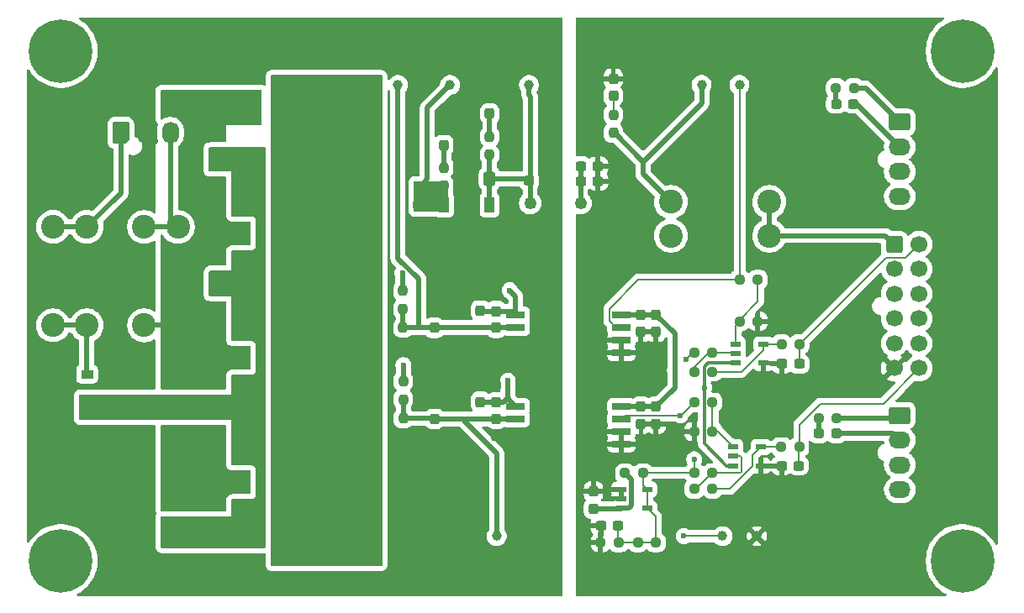
<source format=gbr>
%TF.GenerationSoftware,KiCad,Pcbnew,9.0.4*%
%TF.CreationDate,2025-10-24T20:56:16-05:00*%
%TF.ProjectId,ActivePrecharge RevB,41637469-7665-4507-9265-636861726765,rev?*%
%TF.SameCoordinates,Original*%
%TF.FileFunction,Copper,L1,Top*%
%TF.FilePolarity,Positive*%
%FSLAX46Y46*%
G04 Gerber Fmt 4.6, Leading zero omitted, Abs format (unit mm)*
G04 Created by KiCad (PCBNEW 9.0.4) date 2025-10-24 20:56:16*
%MOMM*%
%LPD*%
G01*
G04 APERTURE LIST*
G04 Aperture macros list*
%AMRoundRect*
0 Rectangle with rounded corners*
0 $1 Rounding radius*
0 $2 $3 $4 $5 $6 $7 $8 $9 X,Y pos of 4 corners*
0 Add a 4 corners polygon primitive as box body*
4,1,4,$2,$3,$4,$5,$6,$7,$8,$9,$2,$3,0*
0 Add four circle primitives for the rounded corners*
1,1,$1+$1,$2,$3*
1,1,$1+$1,$4,$5*
1,1,$1+$1,$6,$7*
1,1,$1+$1,$8,$9*
0 Add four rect primitives between the rounded corners*
20,1,$1+$1,$2,$3,$4,$5,0*
20,1,$1+$1,$4,$5,$6,$7,0*
20,1,$1+$1,$6,$7,$8,$9,0*
20,1,$1+$1,$8,$9,$2,$3,0*%
%AMFreePoly0*
4,1,21,5.263536,5.503536,5.265000,5.500000,5.265000,-5.500000,5.263536,-5.503536,5.260000,-5.505000,1.240000,-5.505000,1.236464,-5.503536,1.235000,-5.500000,1.235000,-4.005000,-5.260000,-4.005000,-5.263536,-4.003536,-5.265000,-4.000000,-5.265000,4.000000,-5.263536,4.003536,-5.260000,4.005000,1.235000,4.005000,1.235000,5.500000,1.236464,5.503536,1.240000,5.505000,5.260000,5.505000,
5.263536,5.503536,5.263536,5.503536,$1*%
%AMFreePoly1*
4,1,22,0.945671,0.830970,1.026777,0.776777,1.080970,0.695671,1.100000,0.600000,1.100000,-0.600000,1.080970,-0.695671,1.026777,-0.776777,0.945671,-0.830970,0.850000,-0.850000,-0.596447,-0.850000,-0.692118,-0.830970,-0.773224,-0.776777,-1.026777,-0.523224,-1.080970,-0.442118,-1.100000,-0.346447,-1.100000,0.600000,-1.080970,0.695671,-1.026777,0.776777,-0.945671,0.830970,-0.850000,0.850000,
0.850000,0.850000,0.945671,0.830970,0.945671,0.830970,$1*%
G04 Aperture macros list end*
%TA.AperFunction,SMDPad,CuDef*%
%ADD10RoundRect,0.237500X-0.250000X-0.237500X0.250000X-0.237500X0.250000X0.237500X-0.250000X0.237500X0*%
%TD*%
%TA.AperFunction,SMDPad,CuDef*%
%ADD11R,1.000000X0.599999*%
%TD*%
%TA.AperFunction,SMDPad,CuDef*%
%ADD12RoundRect,0.237500X0.237500X-0.300000X0.237500X0.300000X-0.237500X0.300000X-0.237500X-0.300000X0*%
%TD*%
%TA.AperFunction,ComponentPad*%
%ADD13RoundRect,0.250000X-0.850000X-0.600000X0.850000X-0.600000X0.850000X0.600000X-0.850000X0.600000X0*%
%TD*%
%TA.AperFunction,ComponentPad*%
%ADD14O,2.200000X1.700000*%
%TD*%
%TA.AperFunction,SMDPad,CuDef*%
%ADD15RoundRect,0.237500X-0.237500X0.287500X-0.237500X-0.287500X0.237500X-0.287500X0.237500X0.287500X0*%
%TD*%
%TA.AperFunction,ComponentPad*%
%ADD16C,1.000000*%
%TD*%
%TA.AperFunction,SMDPad,CuDef*%
%ADD17RoundRect,0.237500X-0.300000X-0.237500X0.300000X-0.237500X0.300000X0.237500X-0.300000X0.237500X0*%
%TD*%
%TA.AperFunction,ComponentPad*%
%ADD18C,2.400000*%
%TD*%
%TA.AperFunction,SMDPad,CuDef*%
%ADD19RoundRect,0.237500X0.250000X0.237500X-0.250000X0.237500X-0.250000X-0.237500X0.250000X-0.237500X0*%
%TD*%
%TA.AperFunction,SMDPad,CuDef*%
%ADD20R,4.230000X2.400000*%
%TD*%
%TA.AperFunction,SMDPad,CuDef*%
%ADD21FreePoly0,0.000000*%
%TD*%
%TA.AperFunction,SMDPad,CuDef*%
%ADD22R,1.850000X0.650000*%
%TD*%
%TA.AperFunction,ComponentPad*%
%ADD23RoundRect,0.250000X-0.600000X-0.600000X0.600000X-0.600000X0.600000X0.600000X-0.600000X0.600000X0*%
%TD*%
%TA.AperFunction,ComponentPad*%
%ADD24C,1.700000*%
%TD*%
%TA.AperFunction,SMDPad,CuDef*%
%ADD25RoundRect,0.250000X0.337500X0.475000X-0.337500X0.475000X-0.337500X-0.475000X0.337500X-0.475000X0*%
%TD*%
%TA.AperFunction,ComponentPad*%
%ADD26C,3.600000*%
%TD*%
%TA.AperFunction,ConnectorPad*%
%ADD27C,6.400000*%
%TD*%
%TA.AperFunction,SMDPad,CuDef*%
%ADD28RoundRect,0.237500X0.237500X-0.250000X0.237500X0.250000X-0.237500X0.250000X-0.237500X-0.250000X0*%
%TD*%
%TA.AperFunction,SMDPad,CuDef*%
%ADD29RoundRect,0.237500X-0.237500X0.300000X-0.237500X-0.300000X0.237500X-0.300000X0.237500X0.300000X0*%
%TD*%
%TA.AperFunction,SMDPad,CuDef*%
%ADD30RoundRect,0.237500X0.300000X0.237500X-0.300000X0.237500X-0.300000X-0.237500X0.300000X-0.237500X0*%
%TD*%
%TA.AperFunction,SMDPad,CuDef*%
%ADD31R,1.050000X0.550000*%
%TD*%
%TA.AperFunction,SMDPad,CuDef*%
%ADD32RoundRect,0.237500X0.287500X0.237500X-0.287500X0.237500X-0.287500X-0.237500X0.287500X-0.237500X0*%
%TD*%
%TA.AperFunction,ComponentPad*%
%ADD33R,1.250000X1.250000*%
%TD*%
%TA.AperFunction,ComponentPad*%
%ADD34C,1.250000*%
%TD*%
%TA.AperFunction,SMDPad,CuDef*%
%ADD35R,1.200000X0.850000*%
%TD*%
%TA.AperFunction,SMDPad,CuDef*%
%ADD36R,0.990600X1.498600*%
%TD*%
%TA.AperFunction,SMDPad,CuDef*%
%ADD37R,3.276600X1.498600*%
%TD*%
%TA.AperFunction,ComponentPad*%
%ADD38FreePoly1,90.000000*%
%TD*%
%TA.AperFunction,ComponentPad*%
%ADD39O,1.700000X2.200000*%
%TD*%
%TA.AperFunction,SMDPad,CuDef*%
%ADD40RoundRect,0.250000X0.475000X-0.337500X0.475000X0.337500X-0.475000X0.337500X-0.475000X-0.337500X0*%
%TD*%
%TA.AperFunction,ViaPad*%
%ADD41C,0.600000*%
%TD*%
%TA.AperFunction,Conductor*%
%ADD42C,0.500000*%
%TD*%
%TA.AperFunction,Conductor*%
%ADD43C,0.200000*%
%TD*%
%TA.AperFunction,Conductor*%
%ADD44C,0.300000*%
%TD*%
G04 APERTURE END LIST*
D10*
%TO.P,R26,1*%
%TO.N,REG_0V8*%
X167650000Y-106130000D03*
%TO.P,R26,2*%
%TO.N,Net-(U3--)*%
X169475000Y-106130000D03*
%TD*%
D11*
%TO.P,U2,1,+*%
%TO.N,Net-(U2-+)*%
X171845000Y-93160000D03*
%TO.P,U2,2,-*%
%TO.N,Net-(U2--)*%
X171845000Y-94110001D03*
%TO.P,U2,3,V+*%
%TO.N,3V3*%
X171845000Y-95059999D03*
%TO.P,U2,4,V-*%
%TO.N,LVGND*%
X174595000Y-95059999D03*
%TO.P,U2,5*%
%TO.N,Net-(R22-Pad1)*%
X174595000Y-93160000D03*
%TD*%
D12*
%TO.P,C12,1*%
%TO.N,REG_3V3*%
X147700000Y-89825000D03*
%TO.P,C12,2*%
%TO.N,HVGND*%
X147700000Y-88100000D03*
%TD*%
%TO.P,C13,1*%
%TO.N,REG_3V3*%
X147700000Y-99000000D03*
%TO.P,C13,2*%
%TO.N,HVGND*%
X147700000Y-97275000D03*
%TD*%
D13*
%TO.P,MainCont,1,Con+(24V)*%
%TO.N,/Main+*%
X188352120Y-100314880D03*
D14*
%TO.P,MainCont,2,Con-*%
%TO.N,/Main-*%
X188352120Y-102814880D03*
%TO.P,MainCont,3,Sense-*%
%TO.N,/MainSense-*%
X188352120Y-105314880D03*
%TO.P,MainCont,4,Sense+(24V)*%
%TO.N,/MainSense+*%
X188352120Y-107814880D03*
%TD*%
D15*
%TO.P,REG_3V3,1,K*%
%TO.N,HVGND*%
X142425000Y-71312500D03*
%TO.P,REG_3V3,2,A*%
%TO.N,Net-(D2-A)*%
X142425000Y-73062500D03*
%TD*%
D16*
%TO.P,LVGND,1,1*%
%TO.N,LVGND*%
X173950000Y-112500000D03*
%TD*%
D17*
%TO.P,C3,1*%
%TO.N,3V3*%
X156237500Y-76700000D03*
%TO.P,C3,2*%
%TO.N,LVGND*%
X157962500Y-76700000D03*
%TD*%
D18*
%TO.P,F2,1*%
%TO.N,Net-(J1-Pin_3)*%
X115650000Y-81330000D03*
X112250000Y-81330000D03*
%TO.P,F2,2*%
%TO.N,HV-*%
X115650000Y-91250000D03*
X112250000Y-91250000D03*
%TD*%
D19*
%TO.P,R28,1*%
%TO.N,Net-(U3-+)*%
X169482500Y-101960000D03*
%TO.P,R28,2*%
%TO.N,LVGND*%
X167657500Y-101960000D03*
%TD*%
D20*
%TO.P,R2,1*%
%TO.N,HV-*%
X120875000Y-81970000D03*
%TO.P,R2,2*%
%TO.N,HV+*%
X120875000Y-87050000D03*
D21*
%TO.P,R2,3*%
%TO.N,/HEAT_DISSIPATION*%
X130500000Y-84510000D03*
%TD*%
D22*
%TO.P,IC1,1,VDD1*%
%TO.N,REG_3V3*%
X149675000Y-90190000D03*
%TO.P,IC1,2,INP*%
%TO.N,/Voltage_Sense/Vin1*%
X149675000Y-91460000D03*
%TO.P,IC1,3,INN*%
%TO.N,HVGND*%
X149675000Y-92730000D03*
%TO.P,IC1,4,GND1*%
X149675000Y-94000000D03*
%TO.P,IC1,5,GND2*%
%TO.N,LVGND*%
X160325000Y-94000000D03*
%TO.P,IC1,6,OUTN*%
X160325000Y-92730000D03*
%TO.P,IC1,7,OUTP*%
%TO.N,/Voltage_Sense/V1*%
X160325000Y-91460000D03*
%TO.P,IC1,8,VDD2*%
%TO.N,3V3*%
X160325000Y-90190000D03*
%TD*%
D16*
%TO.P,V1,1,1*%
%TO.N,/Voltage_Sense/V1*%
X172200000Y-67000000D03*
%TD*%
D19*
%TO.P,R22,1*%
%TO.N,Net-(R22-Pad1)*%
X169487500Y-95930000D03*
%TO.P,R22,2*%
%TO.N,Net-(U2--)*%
X167662500Y-95930000D03*
%TD*%
D23*
%TO.P,Export,1,Pin_1*%
%TO.N,Net-(J2-Pin_1)*%
X187787120Y-83064880D03*
D24*
%TO.P,Export,2,Pin_2*%
%TO.N,/PreSense+*%
X187787120Y-85564880D03*
%TO.P,Export,3,Pin_3*%
%TO.N,/Pre+*%
X187787120Y-88064880D03*
%TO.P,Export,4,Pin_4*%
%TO.N,/MainSense+*%
X187787120Y-90564880D03*
%TO.P,Export,5,Pin_5*%
%TO.N,/Main+*%
X187787120Y-93064880D03*
%TO.P,Export,6,Pin_6*%
%TO.N,LVGND*%
X187787120Y-95564880D03*
%TO.P,Export,7,Pin_7*%
%TO.N,/VOut1*%
X190287120Y-83064880D03*
%TO.P,Export,8,Pin_8*%
%TO.N,/PreSense-*%
X190287120Y-85564880D03*
%TO.P,Export,9,Pin_9*%
%TO.N,/Pre-*%
X190287120Y-88064880D03*
%TO.P,Export,10,Pin_10*%
%TO.N,/MainSense-*%
X190287120Y-90564880D03*
%TO.P,Export,11,Pin_11*%
%TO.N,/Main-*%
X190287120Y-93064880D03*
%TO.P,Export,12,Pin_12*%
%TO.N,/VOut2*%
X190287120Y-95564880D03*
%TD*%
D25*
%TO.P,C1,1*%
%TO.N,ISO_5V*%
X147037500Y-76450000D03*
%TO.P,C1,2*%
%TO.N,HVGND*%
X144962500Y-76450000D03*
%TD*%
D26*
%TO.P,H4,1,1*%
%TO.N,unconnected-(H4-Pad1)_2*%
X194660000Y-115000000D03*
D27*
%TO.N,unconnected-(H4-Pad1)_1*%
X194660000Y-115000000D03*
%TD*%
D17*
%TO.P,C5,1*%
%TO.N,3V3*%
X156237500Y-75200000D03*
%TO.P,C5,2*%
%TO.N,LVGND*%
X157962500Y-75200000D03*
%TD*%
D12*
%TO.P,C20,1*%
%TO.N,3V3*%
X157500000Y-109725000D03*
%TO.P,C20,2*%
%TO.N,LVGND*%
X157500000Y-108000000D03*
%TD*%
D28*
%TO.P,R11,1*%
%TO.N,HVGND*%
X138360000Y-102475000D03*
%TO.P,R11,2*%
%TO.N,/Voltage_Sense/Vin2*%
X138360000Y-100650000D03*
%TD*%
%TO.P,R8,1*%
%TO.N,/Voltage_Sense/Vin1*%
X138320000Y-89600000D03*
%TO.P,R8,2*%
%TO.N,HV+*%
X138320000Y-87775000D03*
%TD*%
D29*
%TO.P,C14,1*%
%TO.N,3V3*%
X162270000Y-90175000D03*
%TO.P,C14,2*%
%TO.N,LVGND*%
X162270000Y-91900000D03*
%TD*%
D30*
%TO.P,C23,1*%
%TO.N,/VOut2*%
X178165000Y-105400000D03*
%TO.P,C23,2*%
%TO.N,LVGND*%
X176440000Y-105400000D03*
%TD*%
D19*
%TO.P,R29,1*%
%TO.N,Net-(R29-Pad1)*%
X169477500Y-107730000D03*
%TO.P,R29,2*%
%TO.N,Net-(U3--)*%
X167652500Y-107730000D03*
%TD*%
D18*
%TO.P,F1,1*%
%TO.N,Net-(J1-Pin_1)*%
X106478633Y-81325000D03*
X103078633Y-81325000D03*
%TO.P,F1,2*%
%TO.N,Net-(D1-A)*%
X106478633Y-91245000D03*
X103078633Y-91245000D03*
%TD*%
D31*
%TO.P,IC3,1,PGND*%
%TO.N,LVGND*%
X160330000Y-107775000D03*
%TO.P,IC3,2,GND*%
X160330000Y-108725000D03*
%TO.P,IC3,3,IN*%
%TO.N,3V3*%
X160330000Y-109675000D03*
%TO.P,IC3,4,FB*%
%TO.N,REG_0V8*%
X162930000Y-109675000D03*
%TO.P,IC3,5,OUT*%
X162930000Y-107775000D03*
%TD*%
D16*
%TO.P,3V3,1,1*%
%TO.N,3V3*%
X168400000Y-67000000D03*
%TD*%
%TO.P,REG_3V3,1,1*%
%TO.N,REG_3V3*%
X143050000Y-67000000D03*
%TD*%
D30*
%TO.P,C21,1*%
%TO.N,REG_0V8*%
X159970000Y-111420000D03*
%TO.P,C21,2*%
%TO.N,LVGND*%
X158245000Y-111420000D03*
%TD*%
D16*
%TO.P,HV+,1,1*%
%TO.N,HV+*%
X116000000Y-112250000D03*
%TD*%
D32*
%TO.P,Main,1,K*%
%TO.N,/Main-*%
X181950000Y-102150000D03*
%TO.P,Main,2,A*%
%TO.N,Net-(D6-A)*%
X180200000Y-102150000D03*
%TD*%
D29*
%TO.P,C6,1*%
%TO.N,/Voltage_Sense/Vin1*%
X141470000Y-91490000D03*
%TO.P,C6,2*%
%TO.N,HVGND*%
X141470000Y-93215000D03*
%TD*%
D16*
%TO.P,HV-,1,1*%
%TO.N,HV-*%
X116000000Y-108750000D03*
%TD*%
D29*
%TO.P,C11,1*%
%TO.N,/Voltage_Sense/Vin2*%
X147700000Y-100675000D03*
%TO.P,C11,2*%
%TO.N,HVGND*%
X147700000Y-102400000D03*
%TD*%
D10*
%TO.P,R21,1*%
%TO.N,REG_0V8*%
X167662500Y-94040000D03*
%TO.P,R21,2*%
%TO.N,Net-(U2--)*%
X169487500Y-94040000D03*
%TD*%
D29*
%TO.P,C15,1*%
%TO.N,3V3*%
X163800000Y-99445000D03*
%TO.P,C15,2*%
%TO.N,LVGND*%
X163800000Y-101170000D03*
%TD*%
D16*
%TO.P,ISO_5V,1,1*%
%TO.N,ISO_5V*%
X151000000Y-67000000D03*
%TD*%
D10*
%TO.P,R18,1*%
%TO.N,3V3*%
X160675000Y-106145000D03*
%TO.P,R18,2*%
%TO.N,REG_0V8*%
X162500000Y-106145000D03*
%TD*%
D29*
%TO.P,C16,1*%
%TO.N,3V3*%
X163800000Y-90175000D03*
%TO.P,C16,2*%
%TO.N,LVGND*%
X163800000Y-91900000D03*
%TD*%
D19*
%TO.P,R23,1*%
%TO.N,Net-(U2-+)*%
X174055000Y-86640000D03*
%TO.P,R23,2*%
%TO.N,/Voltage_Sense/V1*%
X172230000Y-86640000D03*
%TD*%
%TO.P,R20,1*%
%TO.N,REG_0V8*%
X160045000Y-113140000D03*
%TO.P,R20,2*%
%TO.N,LVGND*%
X158220000Y-113140000D03*
%TD*%
D26*
%TO.P,H1,1,1*%
%TO.N,unconnected-(H1-Pad1)*%
X103850000Y-63600000D03*
D27*
%TO.N,unconnected-(H1-Pad1)_2*%
X103850000Y-63600000D03*
%TD*%
D22*
%TO.P,IC2,1,VDD1*%
%TO.N,REG_3V3*%
X149675000Y-99405000D03*
%TO.P,IC2,2,INP*%
%TO.N,/Voltage_Sense/Vin2*%
X149675000Y-100675000D03*
%TO.P,IC2,3,INN*%
%TO.N,HVGND*%
X149675000Y-101945000D03*
%TO.P,IC2,4,GND1*%
X149675000Y-103215000D03*
%TO.P,IC2,5,GND2*%
%TO.N,LVGND*%
X160325000Y-103215000D03*
%TO.P,IC2,6,OUTN*%
X160325000Y-101945000D03*
%TO.P,IC2,7,OUTP*%
%TO.N,/Voltage_Sense/V2*%
X160325000Y-100675000D03*
%TO.P,IC2,8,VDD2*%
%TO.N,3V3*%
X160325000Y-99405000D03*
%TD*%
D28*
%TO.P,R6,1*%
%TO.N,ISO_5V*%
X147050000Y-74050000D03*
%TO.P,R6,2*%
%TO.N,Net-(D3-A)*%
X147050000Y-72225000D03*
%TD*%
D20*
%TO.P,R4,1*%
%TO.N,HV-*%
X120875000Y-107070000D03*
%TO.P,R4,2*%
%TO.N,HV+*%
X120875000Y-112150000D03*
D21*
%TO.P,R4,3*%
%TO.N,/HEAT_DISSIPATION*%
X130500000Y-109610000D03*
%TD*%
D19*
%TO.P,R13,1*%
%TO.N,/Main+*%
X182000000Y-100600000D03*
%TO.P,R13,2*%
%TO.N,Net-(D6-A)*%
X180175000Y-100600000D03*
%TD*%
D30*
%TO.P,C22,1*%
%TO.N,/VOut1*%
X178212500Y-95140000D03*
%TO.P,C22,2*%
%TO.N,LVGND*%
X176487500Y-95140000D03*
%TD*%
D20*
%TO.P,R3,1*%
%TO.N,HV-*%
X120875000Y-94520000D03*
%TO.P,R3,2*%
%TO.N,HV+*%
X120875000Y-99600000D03*
D21*
%TO.P,R3,3*%
%TO.N,/HEAT_DISSIPATION*%
X130500000Y-97060000D03*
%TD*%
D33*
%TO.P,PS1,1,-VIN*%
%TO.N,LVGND*%
X158740000Y-78925000D03*
D34*
%TO.P,PS1,2,+VIN*%
%TO.N,3V3*%
X156200000Y-78925000D03*
%TO.P,PS1,3,-VOUT*%
%TO.N,HVGND*%
X153660000Y-78925000D03*
%TO.P,PS1,4,+VOUT*%
%TO.N,ISO_5V*%
X151120000Y-78925000D03*
%TD*%
D18*
%TO.P,F3,1*%
%TO.N,3V3*%
X165290000Y-78800000D03*
X165290000Y-82200000D03*
%TO.P,F3,2*%
%TO.N,Net-(J2-Pin_1)*%
X175210000Y-78800000D03*
X175210000Y-82200000D03*
%TD*%
D16*
%TO.P,Vin2,1,1*%
%TO.N,/Voltage_Sense/Vin2*%
X147750000Y-112500000D03*
%TD*%
D28*
%TO.P,R7,1*%
%TO.N,3V3*%
X159500000Y-71840000D03*
%TO.P,R7,2*%
%TO.N,Net-(D4-A)*%
X159500000Y-70015000D03*
%TD*%
%TO.P,R10,1*%
%TO.N,/Voltage_Sense/Vin2*%
X138350000Y-98710000D03*
%TO.P,R10,2*%
%TO.N,HV-*%
X138350000Y-96885000D03*
%TD*%
D16*
%TO.P,HVGND,1,1*%
%TO.N,HVGND*%
X110050000Y-112250000D03*
%TD*%
%TO.P,V2,1,1*%
%TO.N,/Voltage_Sense/V2*%
X170500000Y-112500000D03*
%TD*%
D35*
%TO.P,D1,1,K*%
%TO.N,HV+*%
X106500000Y-99225000D03*
%TO.P,D1,2,A*%
%TO.N,Net-(D1-A)*%
X106500000Y-96175000D03*
%TD*%
D36*
%TO.P,U1,1,IN*%
%TO.N,ISO_5V*%
X147036000Y-79100400D03*
%TO.P,U1,2,GND*%
%TO.N,HVGND*%
X144750000Y-79100400D03*
%TO.P,U1,3,OUT*%
%TO.N,REG_3V3*%
X142464000Y-79100400D03*
D37*
%TO.P,U1,4,TAB*%
%TO.N,HVGND*%
X144750000Y-85399600D03*
%TD*%
D30*
%TO.P,C4,1*%
%TO.N,HVGND*%
X152712500Y-76650000D03*
%TO.P,C4,2*%
%TO.N,ISO_5V*%
X150987500Y-76650000D03*
%TD*%
D20*
%TO.P,R1,1*%
%TO.N,HV-*%
X120875000Y-69420000D03*
%TO.P,R1,2*%
%TO.N,HV+*%
X120875000Y-74500000D03*
D21*
%TO.P,R1,3*%
%TO.N,/HEAT_DISSIPATION*%
X130500000Y-71960000D03*
%TD*%
D19*
%TO.P,R12,1*%
%TO.N,/Pre+*%
X183725000Y-67318750D03*
%TO.P,R12,2*%
%TO.N,Net-(D5-A)*%
X181900000Y-67318750D03*
%TD*%
D38*
%TO.P,HVConnector,1,Pin_1*%
%TO.N,Net-(J1-Pin_1)*%
X109900000Y-71825000D03*
D39*
%TO.P,HVConnector,2,Pin_2*%
%TO.N,HVGND*%
X112400000Y-71825000D03*
%TO.P,HVConnector,3,Pin_3*%
%TO.N,Net-(J1-Pin_3)*%
X114900000Y-71825000D03*
%TD*%
D11*
%TO.P,U3,1,+*%
%TO.N,Net-(U3-+)*%
X171592500Y-103500001D03*
%TO.P,U3,2,-*%
%TO.N,Net-(U3--)*%
X171592500Y-104450002D03*
%TO.P,U3,3,V+*%
%TO.N,3V3*%
X171592500Y-105400000D03*
%TO.P,U3,4,V-*%
%TO.N,LVGND*%
X174342500Y-105400000D03*
%TO.P,U3,5*%
%TO.N,Net-(R29-Pad1)*%
X174342500Y-103500001D03*
%TD*%
D29*
%TO.P,C10,1*%
%TO.N,/Voltage_Sense/Vin1*%
X147700000Y-91490000D03*
%TO.P,C10,2*%
%TO.N,HVGND*%
X147700000Y-93215000D03*
%TD*%
D26*
%TO.P,H2,1,1*%
%TO.N,unconnected-(H2-Pad1)_1*%
X194660000Y-63600000D03*
D27*
%TO.N,unconnected-(H2-Pad1)*%
X194660000Y-63600000D03*
%TD*%
D13*
%TO.P,PreCont,1,Con+(24V)*%
%TO.N,/Pre+*%
X188342120Y-70754880D03*
D14*
%TO.P,PreCont,2,Con-*%
%TO.N,/Pre-*%
X188342120Y-73254880D03*
%TO.P,PreCont,3,Sense-*%
%TO.N,/PreSense-*%
X188342120Y-75754880D03*
%TO.P,PreCont,4,Sense+(24V)*%
%TO.N,/PreSense+*%
X188342120Y-78254880D03*
%TD*%
D12*
%TO.P,C8,1*%
%TO.N,REG_3V3*%
X146100000Y-89762500D03*
%TO.P,C8,2*%
%TO.N,HVGND*%
X146100000Y-88037500D03*
%TD*%
D28*
%TO.P,R9,1*%
%TO.N,HVGND*%
X138330000Y-93315000D03*
%TO.P,R9,2*%
%TO.N,/Voltage_Sense/Vin1*%
X138330000Y-91490000D03*
%TD*%
D29*
%TO.P,C7,1*%
%TO.N,/Voltage_Sense/Vin2*%
X141500000Y-100685000D03*
%TO.P,C7,2*%
%TO.N,HVGND*%
X141500000Y-102410000D03*
%TD*%
D28*
%TO.P,R5,1*%
%TO.N,REG_3V3*%
X142425000Y-77175000D03*
%TO.P,R5,2*%
%TO.N,Net-(D2-A)*%
X142425000Y-75350000D03*
%TD*%
D26*
%TO.P,H3,1,1*%
%TO.N,unconnected-(H3-Pad1)*%
X103850000Y-115000000D03*
D27*
%TO.N,unconnected-(H3-Pad1)_2*%
X103850000Y-115000000D03*
%TD*%
D15*
%TO.P,ISO_5V,1,K*%
%TO.N,HVGND*%
X147050000Y-68162500D03*
%TO.P,ISO_5V,2,A*%
%TO.N,Net-(D3-A)*%
X147050000Y-69912500D03*
%TD*%
D19*
%TO.P,R27,1*%
%TO.N,Net-(U3-+)*%
X169485000Y-99010000D03*
%TO.P,R27,2*%
%TO.N,/Voltage_Sense/V2*%
X167660000Y-99010000D03*
%TD*%
D40*
%TO.P,C2,1*%
%TO.N,HVGND*%
X140100000Y-81137500D03*
%TO.P,C2,2*%
%TO.N,REG_3V3*%
X140100000Y-79062500D03*
%TD*%
D10*
%TO.P,R30,1*%
%TO.N,Net-(R29-Pad1)*%
X176400000Y-103500000D03*
%TO.P,R30,2*%
%TO.N,/VOut2*%
X178225000Y-103500000D03*
%TD*%
D15*
%TO.P,3V3,1,K*%
%TO.N,LVGND*%
X159500000Y-66375000D03*
%TO.P,3V3,2,A*%
%TO.N,Net-(D4-A)*%
X159500000Y-68125000D03*
%TD*%
D12*
%TO.P,C9,1*%
%TO.N,REG_3V3*%
X146100000Y-98962500D03*
%TO.P,C9,2*%
%TO.N,HVGND*%
X146100000Y-97237500D03*
%TD*%
D19*
%TO.P,R19,1*%
%TO.N,REG_0V8*%
X163780000Y-113140000D03*
%TO.P,R19,2*%
X161955000Y-113140000D03*
%TD*%
D16*
%TO.P,Vin1,1,1*%
%TO.N,/Voltage_Sense/Vin1*%
X137800000Y-67000000D03*
%TD*%
D32*
%TO.P,Pre,1,K*%
%TO.N,/Pre-*%
X183687500Y-68918750D03*
%TO.P,Pre,2,A*%
%TO.N,Net-(D5-A)*%
X181937500Y-68918750D03*
%TD*%
D10*
%TO.P,R24,1*%
%TO.N,Net-(U2-+)*%
X172230000Y-90850000D03*
%TO.P,R24,2*%
%TO.N,LVGND*%
X174055000Y-90850000D03*
%TD*%
%TO.P,R25,1*%
%TO.N,Net-(R22-Pad1)*%
X176437500Y-93140000D03*
%TO.P,R25,2*%
%TO.N,/VOut1*%
X178262500Y-93140000D03*
%TD*%
D29*
%TO.P,C17,1*%
%TO.N,3V3*%
X162290000Y-99445000D03*
%TO.P,C17,2*%
%TO.N,LVGND*%
X162290000Y-101170000D03*
%TD*%
D41*
%TO.N,REG_3V3*%
X149050000Y-87700000D03*
X141350000Y-77150000D03*
X148875000Y-96825000D03*
X140125000Y-77125000D03*
X141350000Y-79050000D03*
%TO.N,LVGND*%
X171000000Y-97000000D03*
X181400000Y-97300000D03*
X164000000Y-117000000D03*
X160000000Y-62000000D03*
X162000000Y-117000000D03*
X185000000Y-117000000D03*
X158000000Y-117000000D03*
X192000000Y-105000000D03*
X165650000Y-105225000D03*
X184000000Y-62000000D03*
X178125000Y-99500000D03*
X160000000Y-117000000D03*
X182000000Y-62000000D03*
X192000000Y-109000000D03*
X181400000Y-94500000D03*
X158000000Y-62000000D03*
X165650000Y-107050000D03*
X176500000Y-99500000D03*
X183400000Y-97300000D03*
X192000000Y-107000000D03*
X183400000Y-94500000D03*
%TO.N,3V3*%
X168644000Y-97520000D03*
X165700000Y-95750000D03*
X161329448Y-107200000D03*
%TO.N,HV+*%
X138250000Y-86000000D03*
X122500000Y-90500000D03*
%TO.N,HV-*%
X117500000Y-97000000D03*
X115400000Y-103000000D03*
X115400000Y-97000000D03*
X119450000Y-103000000D03*
X117500000Y-103000000D03*
X138350000Y-95250000D03*
X119500000Y-97000000D03*
%TO.N,REG_0V8*%
X167635000Y-104750000D03*
X166800000Y-94700000D03*
%TO.N,/Voltage_Sense/V2*%
X166250000Y-100331500D03*
X166600000Y-112500000D03*
%TO.N,/HEAT_DISSIPATION*%
X133500000Y-94900000D03*
X127500000Y-108000000D03*
X130500000Y-87200000D03*
X130500000Y-73800000D03*
X127500000Y-87200000D03*
X127500000Y-84200000D03*
X130500000Y-99500000D03*
X133500000Y-111000000D03*
X133500000Y-99500000D03*
X133500000Y-84200000D03*
X127500000Y-73800000D03*
X127500000Y-111000000D03*
X130500000Y-108010000D03*
X133500000Y-70800000D03*
X133500000Y-87200000D03*
X127500000Y-70800000D03*
X127500000Y-94900000D03*
X130500000Y-94900000D03*
X127500000Y-99500000D03*
X130500000Y-84210000D03*
X130500000Y-70810000D03*
X133500000Y-73800000D03*
X130500000Y-111000000D03*
X133500000Y-108000000D03*
%TD*%
D42*
%TO.N,ISO_5V*%
X151130000Y-76650000D02*
X151130000Y-68160000D01*
X151120000Y-78925000D02*
X151120000Y-76660000D01*
X147036000Y-79100400D02*
X147036000Y-76451500D01*
X147037500Y-76450000D02*
X147037500Y-74062500D01*
X151130000Y-68160000D02*
X151000000Y-68030000D01*
X147037500Y-76450000D02*
X150930000Y-76450000D01*
X150930000Y-76450000D02*
X151130000Y-76650000D01*
X147036000Y-76451500D02*
X147037500Y-76450000D01*
X147037500Y-74062500D02*
X147050000Y-74050000D01*
X151000000Y-68030000D02*
X151000000Y-67000000D01*
X151120000Y-76660000D02*
X151130000Y-76650000D01*
%TO.N,REG_3V3*%
X149310000Y-89825000D02*
X149675000Y-90190000D01*
D43*
X142288600Y-78925000D02*
X142464000Y-79100400D01*
D42*
X149675000Y-88325000D02*
X149050000Y-87700000D01*
X146162500Y-89825000D02*
X146100000Y-89762500D01*
X148870000Y-98600000D02*
X148470000Y-99000000D01*
X140750000Y-76500000D02*
X140125000Y-77125000D01*
X146137500Y-99000000D02*
X146100000Y-98962500D01*
X143050000Y-67000000D02*
X140750000Y-69300000D01*
X147700000Y-99000000D02*
X146137500Y-99000000D01*
X148870000Y-98600000D02*
X148870000Y-96830000D01*
X148470000Y-99000000D02*
X147700000Y-99000000D01*
X142426100Y-79062500D02*
X142464000Y-79100400D01*
X148870000Y-96830000D02*
X148875000Y-96825000D01*
X142425000Y-79061400D02*
X142464000Y-79100400D01*
X147700000Y-89825000D02*
X146162500Y-89825000D01*
X148870000Y-98600000D02*
X149675000Y-99405000D01*
X147700000Y-89825000D02*
X149310000Y-89825000D01*
X149675000Y-90190000D02*
X149675000Y-88325000D01*
X140125000Y-79037500D02*
X140100000Y-79062500D01*
X140750000Y-69300000D02*
X140750000Y-76500000D01*
%TO.N,/Voltage_Sense/Vin1*%
X138320000Y-91480000D02*
X138330000Y-91490000D01*
X147700000Y-91490000D02*
X141470000Y-91490000D01*
X149675000Y-91460000D02*
X147730000Y-91460000D01*
X137800000Y-67000000D02*
X137800000Y-84487925D01*
X138320000Y-89600000D02*
X138320000Y-91480000D01*
X138330000Y-91490000D02*
X139900000Y-91490000D01*
X137800000Y-84487925D02*
X139900000Y-86587925D01*
X147730000Y-91460000D02*
X147700000Y-91490000D01*
X139900000Y-86587925D02*
X139900000Y-91490000D01*
X139900000Y-91490000D02*
X141470000Y-91490000D01*
%TO.N,/Voltage_Sense/Vin2*%
X147775000Y-100675000D02*
X149675000Y-100675000D01*
X138350000Y-100640000D02*
X138360000Y-100650000D01*
X138360000Y-100650000D02*
X141465000Y-100650000D01*
X141500000Y-100685000D02*
X144500000Y-100685000D01*
X144500000Y-100900000D02*
X147750000Y-104150000D01*
X147750000Y-104150000D02*
X147750000Y-112500000D01*
X146000000Y-100675000D02*
X147775000Y-100675000D01*
X141465000Y-100650000D02*
X141500000Y-100685000D01*
X144500000Y-100685000D02*
X145990000Y-100685000D01*
X145990000Y-100685000D02*
X146000000Y-100675000D01*
X144500000Y-100685000D02*
X144500000Y-100900000D01*
X138350000Y-98710000D02*
X138350000Y-100640000D01*
D43*
%TO.N,LVGND*%
X160250000Y-102020000D02*
X160325000Y-101945000D01*
X160250000Y-102500000D02*
X160250000Y-102020000D01*
D42*
%TO.N,3V3*%
X168400000Y-68850000D02*
X168400000Y-67000000D01*
X160325000Y-90190000D02*
X162255000Y-90190000D01*
X163800000Y-90175000D02*
X165700000Y-92075000D01*
X157500000Y-109725000D02*
X160280000Y-109725000D01*
X162500000Y-76010000D02*
X165290000Y-78800000D01*
D44*
X171845000Y-95059999D02*
X169031155Y-95059999D01*
D42*
X163800000Y-99445000D02*
X165700000Y-97545000D01*
X161082000Y-109675000D02*
X161306000Y-109451000D01*
D44*
X168644000Y-103151500D02*
X170892500Y-105400000D01*
D42*
X161306000Y-109451000D02*
X161306000Y-106776000D01*
X162500000Y-74750000D02*
X168400000Y-68850000D01*
X162270000Y-90175000D02*
X163800000Y-90175000D01*
X162255000Y-90190000D02*
X162270000Y-90175000D01*
X165700000Y-97545000D02*
X165700000Y-95750000D01*
X161306000Y-106776000D02*
X160675000Y-106145000D01*
X156237500Y-75200000D02*
X156237500Y-76700000D01*
X162500000Y-74750000D02*
X162500000Y-76010000D01*
X165700000Y-92075000D02*
X165700000Y-95750000D01*
X160330000Y-109675000D02*
X161082000Y-109675000D01*
D44*
X169031155Y-95059999D02*
X168644000Y-95447154D01*
D42*
X156200000Y-78925000D02*
X156200000Y-76737500D01*
X156200000Y-76737500D02*
X156237500Y-76700000D01*
X162250000Y-99405000D02*
X162290000Y-99445000D01*
D44*
X170892500Y-105400000D02*
X171592500Y-105400000D01*
D42*
X162290000Y-99445000D02*
X163800000Y-99445000D01*
X159500000Y-71840000D02*
X159590000Y-71840000D01*
X160280000Y-109725000D02*
X160330000Y-109675000D01*
X160325000Y-99405000D02*
X162250000Y-99405000D01*
X161329448Y-106799448D02*
X160675000Y-106145000D01*
D44*
X168644000Y-95447154D02*
X168644000Y-103151500D01*
D42*
X159590000Y-71840000D02*
X162500000Y-74750000D01*
X161329448Y-107200000D02*
X161329448Y-106799448D01*
D43*
%TO.N,/VOut1*%
X186988620Y-84413880D02*
X188938120Y-84413880D01*
X188938120Y-84413880D02*
X190287120Y-83064880D01*
X178262500Y-93140000D02*
X186988620Y-84413880D01*
X178262500Y-93140000D02*
X178262500Y-95090000D01*
%TO.N,/VOut2*%
X178225000Y-103500000D02*
X178225000Y-101275000D01*
X186688120Y-99163880D02*
X190287120Y-95564880D01*
X178165000Y-105400000D02*
X178165000Y-103560000D01*
X180336120Y-99163880D02*
X186688120Y-99163880D01*
X178225000Y-101275000D02*
X180336120Y-99163880D01*
X178165000Y-103560000D02*
X178225000Y-103500000D01*
D42*
%TO.N,Net-(D1-A)*%
X106478633Y-91245000D02*
X106478633Y-96153633D01*
X106478633Y-96153633D02*
X106500000Y-96175000D01*
X103078633Y-91245000D02*
X106478633Y-91245000D01*
%TO.N,HV+*%
X138250000Y-87705000D02*
X138320000Y-87775000D01*
X120845000Y-74530000D02*
X120875000Y-74500000D01*
X138250000Y-86000000D02*
X138250000Y-87705000D01*
X116000000Y-112250000D02*
X120775000Y-112250000D01*
X120775000Y-112250000D02*
X120875000Y-112150000D01*
X120500000Y-99225000D02*
X120875000Y-99600000D01*
X106500000Y-99225000D02*
X120500000Y-99225000D01*
%TO.N,HV-*%
X112250000Y-91250000D02*
X115650000Y-91250000D01*
X138350000Y-95250000D02*
X138350000Y-96885000D01*
X120875000Y-106125000D02*
X120875000Y-107070000D01*
%TO.N,Net-(D3-A)*%
X147050000Y-72225000D02*
X147050000Y-69912500D01*
D43*
%TO.N,Net-(D4-A)*%
X159500000Y-70015000D02*
X159500000Y-68125000D01*
%TO.N,REG_0V8*%
X166800000Y-94700000D02*
X167460000Y-94040000D01*
X159970000Y-113065000D02*
X160045000Y-113140000D01*
X167635000Y-104750000D02*
X167635000Y-106115000D01*
X167635000Y-106145000D02*
X167650000Y-106130000D01*
X160045000Y-113140000D02*
X161955000Y-113140000D01*
X161955000Y-113140000D02*
X163780000Y-113140000D01*
X162930000Y-107775000D02*
X162930000Y-109675000D01*
X162500000Y-106145000D02*
X162500000Y-107345000D01*
X167635000Y-106115000D02*
X167650000Y-106130000D01*
X162500000Y-107345000D02*
X162930000Y-107775000D01*
X162500000Y-106145000D02*
X167635000Y-106145000D01*
X167460000Y-94040000D02*
X167662500Y-94040000D01*
X159970000Y-111420000D02*
X159970000Y-113065000D01*
X163780000Y-110525000D02*
X162930000Y-109675000D01*
X163780000Y-113140000D02*
X163780000Y-110525000D01*
D42*
%TO.N,Net-(D2-A)*%
X142425000Y-73062500D02*
X142425000Y-75350000D01*
%TO.N,Net-(J1-Pin_1)*%
X109900000Y-71825000D02*
X109900000Y-77903633D01*
X109900000Y-77903633D02*
X106478633Y-81325000D01*
X103078633Y-81325000D02*
X106478633Y-81325000D01*
%TO.N,Net-(J1-Pin_3)*%
X114900000Y-80580000D02*
X115650000Y-81330000D01*
X112250000Y-81330000D02*
X115650000Y-81330000D01*
X114900000Y-71825000D02*
X114900000Y-80580000D01*
D43*
%TO.N,/Voltage_Sense/V1*%
X162023000Y-86640000D02*
X172230000Y-86640000D01*
X172230000Y-67030000D02*
X172200000Y-67000000D01*
X172230000Y-86640000D02*
X172230000Y-67030000D01*
X159099000Y-90816000D02*
X159099000Y-89564000D01*
X160325000Y-91460000D02*
X159743000Y-91460000D01*
X159099000Y-89564000D02*
X162023000Y-86640000D01*
X159743000Y-91460000D02*
X159099000Y-90816000D01*
%TO.N,/Voltage_Sense/V2*%
X160668500Y-100331500D02*
X160325000Y-100675000D01*
X166250000Y-100331500D02*
X160668500Y-100331500D01*
X166338500Y-100331500D02*
X167660000Y-99010000D01*
X166650000Y-112500000D02*
X170500000Y-112500000D01*
X166250000Y-100331500D02*
X166338500Y-100331500D01*
D42*
%TO.N,/Main-*%
X181950000Y-102150000D02*
X187687240Y-102150000D01*
X187687240Y-102150000D02*
X188352120Y-102814880D01*
%TO.N,/Pre+*%
X183725000Y-67318750D02*
X184905990Y-67318750D01*
X184905990Y-67318750D02*
X188342120Y-70754880D01*
%TO.N,/Pre-*%
X183687500Y-68918750D02*
X184005990Y-68918750D01*
X184005990Y-68918750D02*
X188342120Y-73254880D01*
%TO.N,Net-(J2-Pin_1)*%
X186922240Y-82200000D02*
X187787120Y-83064880D01*
X175210000Y-82200000D02*
X175210000Y-78800000D01*
X175210000Y-82200000D02*
X186922240Y-82200000D01*
D43*
%TO.N,Net-(U3--)*%
X172264499Y-106130000D02*
X172393500Y-106000999D01*
X169475000Y-106130000D02*
X172264499Y-106130000D01*
X172292500Y-104450002D02*
X171592500Y-104450002D01*
X172393500Y-106000999D02*
X172393500Y-104551002D01*
X167652500Y-107730000D02*
X167875000Y-107730000D01*
X167875000Y-107730000D02*
X169475000Y-106130000D01*
X172393500Y-104551002D02*
X172292500Y-104450002D01*
%TO.N,Net-(R22-Pad1)*%
X172376998Y-95930000D02*
X174595000Y-93711998D01*
X169487500Y-95930000D02*
X172376998Y-95930000D01*
X174595000Y-93160000D02*
X176417500Y-93160000D01*
X176417500Y-93160000D02*
X176437500Y-93140000D01*
X174595000Y-93711998D02*
X174595000Y-93160000D01*
%TO.N,Net-(U3-+)*%
X169482500Y-101960000D02*
X169482500Y-99012500D01*
X170052499Y-101960000D02*
X171592500Y-103500001D01*
X169482500Y-99012500D02*
X169485000Y-99010000D01*
X169482500Y-101960000D02*
X170052499Y-101960000D01*
%TO.N,Net-(U2--)*%
X169077500Y-94040000D02*
X169487500Y-94040000D01*
X167662500Y-95930000D02*
X167662500Y-95455000D01*
X169487500Y-94040000D02*
X171774999Y-94040000D01*
X171774999Y-94040000D02*
X171845000Y-94110001D01*
X167662500Y-95455000D02*
X169077500Y-94040000D01*
%TO.N,Net-(U2-+)*%
X174055000Y-88845000D02*
X174055000Y-86640000D01*
X172230000Y-90670000D02*
X174055000Y-88845000D01*
X171845000Y-93160000D02*
X171845000Y-91235000D01*
X171845000Y-91235000D02*
X172230000Y-90850000D01*
X172230000Y-90850000D02*
X172230000Y-90670000D01*
%TO.N,Net-(R29-Pad1)*%
X173541500Y-104301001D02*
X174342500Y-103500001D01*
X171231599Y-107730000D02*
X173541500Y-105420099D01*
X173541500Y-105420099D02*
X173541500Y-104301001D01*
X169477500Y-107730000D02*
X171231599Y-107730000D01*
X176400000Y-103500000D02*
X174342500Y-103500001D01*
D42*
%TO.N,Net-(D5-A)*%
X181900000Y-67318750D02*
X181900000Y-68881250D01*
%TO.N,Net-(D6-A)*%
X180175000Y-100600000D02*
X180175000Y-102125000D01*
%TO.N,/Main+*%
X188067000Y-100600000D02*
X188352120Y-100314880D01*
X182000000Y-100600000D02*
X188067000Y-100600000D01*
%TD*%
%TA.AperFunction,Conductor*%
%TO.N,/HEAT_DISSIPATION*%
G36*
X136193039Y-66019685D02*
G01*
X136238794Y-66072489D01*
X136250000Y-66124000D01*
X136250000Y-115376000D01*
X136230315Y-115443039D01*
X136177511Y-115488794D01*
X136126000Y-115500000D01*
X125124000Y-115500000D01*
X125056961Y-115480315D01*
X125011206Y-115427511D01*
X125000000Y-115376000D01*
X125000000Y-66124000D01*
X125019685Y-66056961D01*
X125072489Y-66011206D01*
X125124000Y-66000000D01*
X136126000Y-66000000D01*
X136193039Y-66019685D01*
G37*
%TD.AperFunction*%
%TD*%
%TA.AperFunction,Conductor*%
%TO.N,HV+*%
G36*
X124437539Y-73319685D02*
G01*
X124483294Y-73372489D01*
X124494500Y-73424000D01*
X124494500Y-113576000D01*
X124474815Y-113643039D01*
X124422011Y-113688794D01*
X124370500Y-113700000D01*
X121005133Y-113700000D01*
X114024000Y-113700000D01*
X113956961Y-113680315D01*
X113911206Y-113627511D01*
X113900000Y-113576000D01*
X113900000Y-110624000D01*
X113919685Y-110556961D01*
X113972489Y-110511206D01*
X114024000Y-110500000D01*
X121005133Y-110500000D01*
X121005133Y-108894499D01*
X121024818Y-108827460D01*
X121077622Y-108781705D01*
X121129130Y-108770499D01*
X123037872Y-108770499D01*
X123097483Y-108764091D01*
X123232331Y-108713796D01*
X123347546Y-108627546D01*
X123433796Y-108512331D01*
X123484091Y-108377483D01*
X123490500Y-108317873D01*
X123490499Y-105822128D01*
X123484091Y-105762517D01*
X123433796Y-105627669D01*
X123433795Y-105627668D01*
X123433793Y-105627664D01*
X123347547Y-105512455D01*
X123347544Y-105512452D01*
X123232335Y-105426206D01*
X123232328Y-105426202D01*
X123097482Y-105375908D01*
X123097483Y-105375908D01*
X123037883Y-105369501D01*
X123037881Y-105369500D01*
X123037873Y-105369500D01*
X123037865Y-105369500D01*
X121129133Y-105369500D01*
X121062094Y-105349815D01*
X121016339Y-105297011D01*
X121005133Y-105245500D01*
X121005133Y-100800000D01*
X118800000Y-100800000D01*
X105824000Y-100800000D01*
X105756961Y-100780315D01*
X105711206Y-100727511D01*
X105700000Y-100676000D01*
X105700000Y-98324000D01*
X105719685Y-98256961D01*
X105772489Y-98211206D01*
X105824000Y-98200000D01*
X121005133Y-98200000D01*
X121005133Y-96344499D01*
X121024818Y-96277460D01*
X121077622Y-96231705D01*
X121129133Y-96220499D01*
X123037871Y-96220499D01*
X123037872Y-96220499D01*
X123097483Y-96214091D01*
X123232331Y-96163796D01*
X123347546Y-96077546D01*
X123433796Y-95962331D01*
X123484091Y-95827483D01*
X123490500Y-95767873D01*
X123490499Y-93272128D01*
X123484091Y-93212517D01*
X123433796Y-93077669D01*
X123433795Y-93077668D01*
X123433793Y-93077664D01*
X123347547Y-92962455D01*
X123347544Y-92962452D01*
X123232335Y-92876206D01*
X123232328Y-92876202D01*
X123097482Y-92825908D01*
X123097483Y-92825908D01*
X123037883Y-92819501D01*
X123037881Y-92819500D01*
X123037873Y-92819500D01*
X123037865Y-92819500D01*
X121129133Y-92819500D01*
X121062094Y-92799815D01*
X121016339Y-92747011D01*
X121005133Y-92695500D01*
X121005133Y-88300000D01*
X118924000Y-88300000D01*
X118856961Y-88280315D01*
X118811206Y-88227511D01*
X118800000Y-88176000D01*
X118800000Y-85824000D01*
X118819685Y-85756961D01*
X118872489Y-85711206D01*
X118924000Y-85700000D01*
X121005133Y-85700000D01*
X121005133Y-83794499D01*
X121024818Y-83727460D01*
X121077622Y-83681705D01*
X121129130Y-83670499D01*
X123037872Y-83670499D01*
X123097483Y-83664091D01*
X123232331Y-83613796D01*
X123347546Y-83527546D01*
X123433796Y-83412331D01*
X123484091Y-83277483D01*
X123490500Y-83217873D01*
X123490499Y-80722128D01*
X123484091Y-80662517D01*
X123451924Y-80576274D01*
X123433797Y-80527671D01*
X123433793Y-80527664D01*
X123347547Y-80412455D01*
X123347544Y-80412452D01*
X123232335Y-80326206D01*
X123232328Y-80326202D01*
X123097482Y-80275908D01*
X123097483Y-80275908D01*
X123037883Y-80269501D01*
X123037881Y-80269500D01*
X123037873Y-80269500D01*
X123037865Y-80269500D01*
X121129133Y-80269500D01*
X121062094Y-80249815D01*
X121016339Y-80197011D01*
X121005133Y-80145500D01*
X121005133Y-75700000D01*
X118929133Y-75700000D01*
X118862094Y-75680315D01*
X118816339Y-75627511D01*
X118805133Y-75576000D01*
X118805133Y-73424000D01*
X118824818Y-73356961D01*
X118877622Y-73311206D01*
X118929133Y-73300000D01*
X124370500Y-73300000D01*
X124437539Y-73319685D01*
G37*
%TD.AperFunction*%
%TD*%
%TA.AperFunction,Conductor*%
%TO.N,LVGND*%
G36*
X186433463Y-85920784D02*
G01*
X186489396Y-85962656D01*
X186508060Y-85998647D01*
X186535564Y-86083296D01*
X186632071Y-86272700D01*
X186757010Y-86444666D01*
X186907329Y-86594985D01*
X186907334Y-86594989D01*
X187071913Y-86714562D01*
X187114579Y-86769891D01*
X187120558Y-86839505D01*
X187087953Y-86901300D01*
X187071913Y-86915198D01*
X186907334Y-87034770D01*
X186907329Y-87034774D01*
X186757010Y-87185093D01*
X186632071Y-87357059D01*
X186535564Y-87546465D01*
X186535563Y-87546467D01*
X186535563Y-87546468D01*
X186516488Y-87605174D01*
X186469873Y-87748640D01*
X186436620Y-87958593D01*
X186436620Y-88171167D01*
X186436619Y-88171167D01*
X186452299Y-88270164D01*
X186443344Y-88339457D01*
X186398348Y-88392909D01*
X186354018Y-88411178D01*
X186183292Y-88445138D01*
X186183286Y-88445140D01*
X186018680Y-88513322D01*
X185870532Y-88612310D01*
X185744550Y-88738292D01*
X185645562Y-88886440D01*
X185577380Y-89051046D01*
X185577378Y-89051052D01*
X185542620Y-89225792D01*
X185542620Y-89225793D01*
X185542620Y-89225795D01*
X185542620Y-89403965D01*
X185542620Y-89403967D01*
X185542619Y-89403967D01*
X185577378Y-89578707D01*
X185577380Y-89578713D01*
X185645562Y-89743319D01*
X185744550Y-89891467D01*
X185870532Y-90017449D01*
X185870535Y-90017451D01*
X186018679Y-90116437D01*
X186183287Y-90184620D01*
X186289142Y-90205676D01*
X186354017Y-90218581D01*
X186415928Y-90250966D01*
X186450502Y-90311682D01*
X186452299Y-90359595D01*
X186436620Y-90458592D01*
X186436620Y-90458593D01*
X186436620Y-90671167D01*
X186469874Y-90881123D01*
X186474401Y-90895057D01*
X186535564Y-91083294D01*
X186632071Y-91272700D01*
X186757010Y-91444666D01*
X186907329Y-91594985D01*
X186907334Y-91594989D01*
X187071913Y-91714562D01*
X187114579Y-91769891D01*
X187120558Y-91839505D01*
X187087953Y-91901300D01*
X187071913Y-91915198D01*
X186907334Y-92034770D01*
X186907329Y-92034774D01*
X186757010Y-92185093D01*
X186632071Y-92357059D01*
X186535564Y-92546465D01*
X186469873Y-92748640D01*
X186436620Y-92958593D01*
X186436620Y-93171166D01*
X186469790Y-93380596D01*
X186469874Y-93381123D01*
X186530426Y-93567483D01*
X186535564Y-93583294D01*
X186632071Y-93772700D01*
X186757010Y-93944666D01*
X186757016Y-93944672D01*
X186907328Y-94094984D01*
X187072339Y-94214871D01*
X187115004Y-94270199D01*
X187120983Y-94339812D01*
X187088378Y-94401608D01*
X187072338Y-94415506D01*
X187025402Y-94449606D01*
X187025402Y-94449608D01*
X187576061Y-95000267D01*
X187555529Y-95005769D01*
X187418712Y-95084761D01*
X187307001Y-95196472D01*
X187228009Y-95333289D01*
X187222507Y-95353821D01*
X186671848Y-94803162D01*
X186671847Y-94803162D01*
X186632500Y-94857319D01*
X186536024Y-95046662D01*
X186470362Y-95248749D01*
X186470362Y-95248752D01*
X186437120Y-95458633D01*
X186437120Y-95671126D01*
X186470362Y-95881007D01*
X186470362Y-95881010D01*
X186536024Y-96083097D01*
X186632495Y-96272430D01*
X186671848Y-96326596D01*
X187222507Y-95775938D01*
X187228009Y-95796471D01*
X187307001Y-95933288D01*
X187418712Y-96044999D01*
X187555529Y-96123991D01*
X187576060Y-96129492D01*
X187025402Y-96680149D01*
X187025402Y-96680150D01*
X187079569Y-96719504D01*
X187268902Y-96815975D01*
X187470990Y-96881637D01*
X187680874Y-96914880D01*
X187788522Y-96914880D01*
X187855561Y-96934565D01*
X187901316Y-96987369D01*
X187911260Y-97056527D01*
X187882235Y-97120083D01*
X187876203Y-97126561D01*
X186475704Y-98527061D01*
X186414381Y-98560546D01*
X186388023Y-98563380D01*
X180422790Y-98563380D01*
X180422774Y-98563379D01*
X180415178Y-98563379D01*
X180257063Y-98563379D01*
X180180699Y-98583841D01*
X180104334Y-98604303D01*
X180104329Y-98604306D01*
X179967410Y-98683355D01*
X179967402Y-98683361D01*
X177744479Y-100906284D01*
X177731920Y-100928039D01*
X177710645Y-100964889D01*
X177699034Y-100985000D01*
X177665423Y-101043214D01*
X177663725Y-101049551D01*
X177624499Y-101195943D01*
X177624499Y-101195945D01*
X177624499Y-101364046D01*
X177624500Y-101364059D01*
X177624500Y-102542388D01*
X177604815Y-102609427D01*
X177581889Y-102635939D01*
X177574231Y-102642601D01*
X177514150Y-102679660D01*
X177397135Y-102796674D01*
X177393889Y-102799499D01*
X177365892Y-102812351D01*
X177338858Y-102827114D01*
X177334427Y-102826797D01*
X177330392Y-102828650D01*
X177299895Y-102824327D01*
X177269166Y-102822130D01*
X177264858Y-102819361D01*
X177261213Y-102818845D01*
X177252925Y-102811692D01*
X177224819Y-102793629D01*
X177110851Y-102679661D01*
X177110850Y-102679660D01*
X176964016Y-102589092D01*
X176800253Y-102534826D01*
X176800251Y-102534825D01*
X176699178Y-102524500D01*
X176100830Y-102524500D01*
X176100812Y-102524501D01*
X175999747Y-102534825D01*
X175835984Y-102589092D01*
X175835981Y-102589093D01*
X175689148Y-102679661D01*
X175567159Y-102801650D01*
X175543138Y-102840596D01*
X175535551Y-102847419D01*
X175531312Y-102856703D01*
X175510011Y-102870391D01*
X175491190Y-102887321D01*
X175479554Y-102889965D01*
X175472534Y-102894477D01*
X175437599Y-102899500D01*
X175304820Y-102899500D01*
X175237781Y-102879815D01*
X175205554Y-102849812D01*
X175200049Y-102842458D01*
X175200046Y-102842456D01*
X175200046Y-102842455D01*
X175175830Y-102824327D01*
X175084835Y-102756207D01*
X175084828Y-102756203D01*
X174949982Y-102705909D01*
X174949983Y-102705909D01*
X174890383Y-102699502D01*
X174890381Y-102699501D01*
X174890373Y-102699501D01*
X174890364Y-102699501D01*
X173794629Y-102699501D01*
X173794623Y-102699502D01*
X173735016Y-102705909D01*
X173600171Y-102756203D01*
X173600164Y-102756207D01*
X173484955Y-102842453D01*
X173484952Y-102842456D01*
X173398706Y-102957665D01*
X173398702Y-102957672D01*
X173348408Y-103092518D01*
X173344258Y-103131123D01*
X173342001Y-103152124D01*
X173342000Y-103152136D01*
X173342000Y-103599903D01*
X173322315Y-103666942D01*
X173305681Y-103687584D01*
X173060981Y-103932283D01*
X173060979Y-103932285D01*
X173039505Y-103969482D01*
X173030467Y-103985137D01*
X173026837Y-103991424D01*
X173026835Y-103991427D01*
X172981839Y-104069359D01*
X172931271Y-104117574D01*
X172862664Y-104130795D01*
X172797799Y-104104826D01*
X172786772Y-104095038D01*
X172661217Y-103969483D01*
X172661209Y-103969477D01*
X172654593Y-103965657D01*
X172606379Y-103915089D01*
X172594076Y-103851247D01*
X172593101Y-103851195D01*
X172593000Y-103851195D01*
X172592999Y-103851189D01*
X172592822Y-103851180D01*
X172592996Y-103847902D01*
X172593000Y-103847874D01*
X172592999Y-103152129D01*
X172586591Y-103092518D01*
X172574801Y-103060908D01*
X172536297Y-102957672D01*
X172536293Y-102957665D01*
X172450047Y-102842456D01*
X172450044Y-102842453D01*
X172334835Y-102756207D01*
X172334828Y-102756203D01*
X172199982Y-102705909D01*
X172199983Y-102705909D01*
X172140383Y-102699502D01*
X172140381Y-102699501D01*
X172140373Y-102699501D01*
X172140365Y-102699501D01*
X171692597Y-102699501D01*
X171625558Y-102679816D01*
X171604916Y-102663182D01*
X170540089Y-101598355D01*
X170533020Y-101591286D01*
X170533019Y-101591284D01*
X170454285Y-101512550D01*
X170454279Y-101512538D01*
X170424263Y-101463877D01*
X170422715Y-101459205D01*
X170405908Y-101408484D01*
X170315340Y-101261650D01*
X170193350Y-101139660D01*
X170193349Y-101139659D01*
X170141902Y-101107926D01*
X170095178Y-101055978D01*
X170083000Y-101002388D01*
X170083000Y-99969152D01*
X170102685Y-99902113D01*
X170141901Y-99863615D01*
X170195850Y-99830340D01*
X170317840Y-99708350D01*
X170408408Y-99561516D01*
X170462674Y-99397753D01*
X170473000Y-99296677D01*
X170472999Y-98723324D01*
X170462674Y-98622247D01*
X170408408Y-98458484D01*
X170317840Y-98311650D01*
X170195850Y-98189660D01*
X170049016Y-98099092D01*
X169885253Y-98044826D01*
X169885251Y-98044825D01*
X169784184Y-98034500D01*
X169784177Y-98034500D01*
X169482921Y-98034500D01*
X169415882Y-98014815D01*
X169370127Y-97962011D01*
X169360183Y-97892853D01*
X169368360Y-97863048D01*
X169409421Y-97763917D01*
X169413737Y-97753497D01*
X169444500Y-97598842D01*
X169444500Y-97441158D01*
X169444500Y-97441155D01*
X169444499Y-97441153D01*
X169413738Y-97286510D01*
X169413737Y-97286503D01*
X169353394Y-97140821D01*
X169325041Y-97098387D01*
X169304165Y-97031711D01*
X169322650Y-96964331D01*
X169374629Y-96917642D01*
X169428145Y-96905499D01*
X169786670Y-96905499D01*
X169786676Y-96905499D01*
X169887753Y-96895174D01*
X170051516Y-96840908D01*
X170198350Y-96750340D01*
X170320340Y-96628350D01*
X170344362Y-96589404D01*
X170396310Y-96542679D01*
X170449901Y-96530500D01*
X172290329Y-96530500D01*
X172290345Y-96530501D01*
X172297941Y-96530501D01*
X172456052Y-96530501D01*
X172456055Y-96530501D01*
X172608783Y-96489577D01*
X172686560Y-96444672D01*
X172745714Y-96410520D01*
X172857518Y-96298716D01*
X172857518Y-96298714D01*
X172867722Y-96288511D01*
X172867725Y-96288506D01*
X173508720Y-95647511D01*
X173570038Y-95614030D01*
X173639729Y-95619014D01*
X173695662Y-95660885D01*
X173737809Y-95717186D01*
X173737812Y-95717189D01*
X173852906Y-95803349D01*
X173852913Y-95803353D01*
X173987620Y-95853595D01*
X173987627Y-95853597D01*
X174047155Y-95859998D01*
X174047172Y-95859999D01*
X174345000Y-95859999D01*
X174845000Y-95859999D01*
X175142828Y-95859999D01*
X175142844Y-95859998D01*
X175202372Y-95853597D01*
X175202379Y-95853595D01*
X175337086Y-95803353D01*
X175337089Y-95803351D01*
X175397151Y-95758389D01*
X175462615Y-95733971D01*
X175530888Y-95748822D01*
X175577001Y-95792556D01*
X175605056Y-95838039D01*
X175726961Y-95959944D01*
X175726965Y-95959947D01*
X175873688Y-96050448D01*
X175873699Y-96050453D01*
X176037347Y-96104680D01*
X176138351Y-96114999D01*
X176237500Y-96114998D01*
X176237500Y-95390000D01*
X175444000Y-95390000D01*
X175376961Y-95370315D01*
X175355183Y-95345182D01*
X175320000Y-95309999D01*
X174845000Y-95309999D01*
X174845000Y-95859999D01*
X174345000Y-95859999D01*
X174345000Y-95183999D01*
X174364685Y-95116960D01*
X174417489Y-95071205D01*
X174469000Y-95059999D01*
X174595000Y-95059999D01*
X174595000Y-94933999D01*
X174614685Y-94866960D01*
X174667489Y-94821205D01*
X174719000Y-94809999D01*
X175601000Y-94809999D01*
X175668039Y-94829684D01*
X175689816Y-94854816D01*
X175725000Y-94890000D01*
X176363500Y-94890000D01*
X176430539Y-94909685D01*
X176476294Y-94962489D01*
X176487500Y-95014000D01*
X176487500Y-95140000D01*
X176613500Y-95140000D01*
X176680539Y-95159685D01*
X176726294Y-95212489D01*
X176737500Y-95264000D01*
X176737500Y-96114999D01*
X176836640Y-96114999D01*
X176836654Y-96114998D01*
X176937652Y-96104680D01*
X177101300Y-96050453D01*
X177101311Y-96050448D01*
X177248035Y-95959947D01*
X177261960Y-95946021D01*
X177323282Y-95912533D01*
X177392973Y-95917514D01*
X177437327Y-95946017D01*
X177451650Y-95960340D01*
X177598484Y-96050908D01*
X177762247Y-96105174D01*
X177863323Y-96115500D01*
X178561676Y-96115499D01*
X178561684Y-96115498D01*
X178561687Y-96115498D01*
X178617030Y-96109844D01*
X178662753Y-96105174D01*
X178826516Y-96050908D01*
X178973350Y-95960340D01*
X179095340Y-95838350D01*
X179185908Y-95691516D01*
X179240174Y-95527753D01*
X179246101Y-95469737D01*
X179249021Y-95441158D01*
X179249021Y-95441156D01*
X179249383Y-95437603D01*
X179250500Y-95426677D01*
X179250499Y-94853324D01*
X179240174Y-94752247D01*
X179185908Y-94588484D01*
X179095340Y-94441650D01*
X178973350Y-94319660D01*
X178973349Y-94319659D01*
X178921902Y-94287926D01*
X178915078Y-94280339D01*
X178905797Y-94276101D01*
X178892109Y-94254802D01*
X178875178Y-94235978D01*
X178872533Y-94224341D01*
X178868023Y-94217323D01*
X178863000Y-94182388D01*
X178863000Y-94097610D01*
X178882685Y-94030571D01*
X178921901Y-93992073D01*
X178973350Y-93960340D01*
X179095340Y-93838350D01*
X179185908Y-93691516D01*
X179240174Y-93527753D01*
X179250500Y-93426677D01*
X179250499Y-93052595D01*
X179270183Y-92985557D01*
X179286813Y-92964920D01*
X186302450Y-85949283D01*
X186363771Y-85915800D01*
X186433463Y-85920784D01*
G37*
%TD.AperFunction*%
%TA.AperFunction,Conductor*%
G36*
X189123540Y-93764046D02*
G01*
X189137433Y-93780079D01*
X189227318Y-93903796D01*
X189257016Y-93944672D01*
X189407329Y-94094985D01*
X189407334Y-94094989D01*
X189571913Y-94214562D01*
X189614579Y-94269891D01*
X189620558Y-94339505D01*
X189587953Y-94401300D01*
X189571913Y-94415198D01*
X189407334Y-94534770D01*
X189407329Y-94534774D01*
X189257014Y-94685089D01*
X189257010Y-94685094D01*
X189137128Y-94850099D01*
X189081798Y-94892765D01*
X189012185Y-94898744D01*
X188950390Y-94866139D01*
X188936491Y-94850099D01*
X188902389Y-94803162D01*
X188351732Y-95353820D01*
X188346231Y-95333289D01*
X188267239Y-95196472D01*
X188155528Y-95084761D01*
X188018711Y-95005769D01*
X187998178Y-95000267D01*
X188548836Y-94449608D01*
X188501900Y-94415508D01*
X188459234Y-94360178D01*
X188453255Y-94290565D01*
X188485860Y-94228769D01*
X188501896Y-94214874D01*
X188666912Y-94094984D01*
X188817224Y-93944672D01*
X188936803Y-93780084D01*
X188992131Y-93737420D01*
X189061744Y-93731441D01*
X189123540Y-93764046D01*
G37*
%TD.AperFunction*%
%TA.AperFunction,Conductor*%
G36*
X192779361Y-60200185D02*
G01*
X192825116Y-60252989D01*
X192835060Y-60322147D01*
X192806035Y-60385703D01*
X192770776Y-60413858D01*
X192755271Y-60422145D01*
X192755261Y-60422151D01*
X192452964Y-60624140D01*
X192452950Y-60624150D01*
X192171893Y-60854807D01*
X191914807Y-61111893D01*
X191684150Y-61392950D01*
X191684140Y-61392964D01*
X191482151Y-61695261D01*
X191482140Y-61695279D01*
X191310756Y-62015916D01*
X191310754Y-62015921D01*
X191171614Y-62351834D01*
X191066067Y-62699776D01*
X191066064Y-62699787D01*
X190995137Y-63056369D01*
X190959500Y-63418209D01*
X190959500Y-63781790D01*
X190995137Y-64143630D01*
X191066064Y-64500212D01*
X191066067Y-64500223D01*
X191171614Y-64848165D01*
X191310754Y-65184078D01*
X191310756Y-65184083D01*
X191482140Y-65504720D01*
X191482151Y-65504738D01*
X191684140Y-65807035D01*
X191684150Y-65807049D01*
X191914807Y-66088106D01*
X192171893Y-66345192D01*
X192171898Y-66345196D01*
X192171899Y-66345197D01*
X192452956Y-66575854D01*
X192755268Y-66777853D01*
X192755277Y-66777858D01*
X192755279Y-66777859D01*
X193075916Y-66949243D01*
X193075918Y-66949243D01*
X193075924Y-66949247D01*
X193411836Y-67088386D01*
X193759767Y-67193930D01*
X193759773Y-67193931D01*
X193759776Y-67193932D01*
X193759787Y-67193935D01*
X194116369Y-67264862D01*
X194478206Y-67300500D01*
X194478209Y-67300500D01*
X194841791Y-67300500D01*
X194841794Y-67300500D01*
X195203631Y-67264862D01*
X195273045Y-67251054D01*
X195560212Y-67193935D01*
X195560223Y-67193932D01*
X195560223Y-67193931D01*
X195560233Y-67193930D01*
X195908164Y-67088386D01*
X196244076Y-66949247D01*
X196564732Y-66777853D01*
X196867044Y-66575854D01*
X197148101Y-66345197D01*
X197405197Y-66088101D01*
X197635854Y-65807044D01*
X197837853Y-65504732D01*
X197966142Y-65264720D01*
X198015104Y-65214876D01*
X198083242Y-65199415D01*
X198148921Y-65223247D01*
X198191290Y-65278804D01*
X198199500Y-65323173D01*
X198199500Y-113276826D01*
X198179815Y-113343865D01*
X198127011Y-113389620D01*
X198057853Y-113399564D01*
X197994297Y-113370539D01*
X197966142Y-113335279D01*
X197837859Y-113095279D01*
X197837858Y-113095277D01*
X197837853Y-113095268D01*
X197635854Y-112792956D01*
X197405197Y-112511899D01*
X197405196Y-112511898D01*
X197405192Y-112511893D01*
X197148106Y-112254807D01*
X196867049Y-112024150D01*
X196867048Y-112024149D01*
X196867044Y-112024146D01*
X196564732Y-111822147D01*
X196564727Y-111822144D01*
X196564720Y-111822140D01*
X196244083Y-111650756D01*
X196244078Y-111650754D01*
X196211901Y-111637426D01*
X196145690Y-111610000D01*
X195908165Y-111511614D01*
X195560223Y-111406067D01*
X195560212Y-111406064D01*
X195203630Y-111335137D01*
X194931111Y-111308296D01*
X194841794Y-111299500D01*
X194478206Y-111299500D01*
X194395679Y-111307628D01*
X194116369Y-111335137D01*
X193759787Y-111406064D01*
X193759776Y-111406067D01*
X193411834Y-111511614D01*
X193075921Y-111650754D01*
X193075916Y-111650756D01*
X192755279Y-111822140D01*
X192755261Y-111822151D01*
X192452964Y-112024140D01*
X192452950Y-112024150D01*
X192171893Y-112254807D01*
X191914807Y-112511893D01*
X191684150Y-112792950D01*
X191684140Y-112792964D01*
X191482151Y-113095261D01*
X191482140Y-113095279D01*
X191310756Y-113415916D01*
X191310754Y-113415921D01*
X191171614Y-113751834D01*
X191066067Y-114099776D01*
X191066064Y-114099787D01*
X190995137Y-114456369D01*
X190959500Y-114818209D01*
X190959500Y-115181790D01*
X190995137Y-115543630D01*
X191066064Y-115900212D01*
X191066067Y-115900223D01*
X191171614Y-116248165D01*
X191310754Y-116584078D01*
X191310756Y-116584083D01*
X191482140Y-116904720D01*
X191482151Y-116904738D01*
X191684140Y-117207035D01*
X191684150Y-117207049D01*
X191914807Y-117488106D01*
X192171893Y-117745192D01*
X192171898Y-117745196D01*
X192171899Y-117745197D01*
X192452956Y-117975854D01*
X192755268Y-118177853D01*
X192755277Y-118177858D01*
X192755279Y-118177859D01*
X192976571Y-118296142D01*
X193026415Y-118345104D01*
X193041876Y-118413242D01*
X193018044Y-118478921D01*
X192962487Y-118521290D01*
X192918118Y-118529500D01*
X155814000Y-118529500D01*
X155746961Y-118509815D01*
X155701206Y-118457011D01*
X155690000Y-118405500D01*
X155690000Y-113426654D01*
X157232501Y-113426654D01*
X157242819Y-113527652D01*
X157297046Y-113691300D01*
X157297051Y-113691311D01*
X157387552Y-113838034D01*
X157387555Y-113838038D01*
X157509461Y-113959944D01*
X157509465Y-113959947D01*
X157656188Y-114050448D01*
X157656199Y-114050453D01*
X157819847Y-114104680D01*
X157920851Y-114114999D01*
X157969999Y-114114998D01*
X157970000Y-114114998D01*
X157970000Y-113390000D01*
X157232501Y-113390000D01*
X157232501Y-113426654D01*
X155690000Y-113426654D01*
X155690000Y-111706654D01*
X157207501Y-111706654D01*
X157217819Y-111807652D01*
X157272046Y-111971300D01*
X157272051Y-111971311D01*
X157362552Y-112118034D01*
X157362555Y-112118038D01*
X157449335Y-112204818D01*
X157482820Y-112266141D01*
X157477836Y-112335833D01*
X157449337Y-112380179D01*
X157387552Y-112441965D01*
X157297051Y-112588688D01*
X157297046Y-112588699D01*
X157242819Y-112752347D01*
X157232500Y-112853345D01*
X157232500Y-112890000D01*
X157970000Y-112890000D01*
X157970000Y-112111362D01*
X157989685Y-112044323D01*
X157995000Y-112037727D01*
X157995000Y-111670000D01*
X157207501Y-111670000D01*
X157207501Y-111706654D01*
X155690000Y-111706654D01*
X155690000Y-109375815D01*
X156524500Y-109375815D01*
X156524500Y-110074169D01*
X156524501Y-110074187D01*
X156534825Y-110175252D01*
X156571109Y-110284749D01*
X156589092Y-110339016D01*
X156679660Y-110485850D01*
X156801650Y-110607840D01*
X156948484Y-110698408D01*
X157112247Y-110752674D01*
X157150300Y-110756561D01*
X157214991Y-110782956D01*
X157255143Y-110840136D01*
X157258007Y-110909947D01*
X157255404Y-110918923D01*
X157217819Y-111032347D01*
X157207500Y-111133345D01*
X157207500Y-111170000D01*
X158121000Y-111170000D01*
X158188039Y-111189685D01*
X158233794Y-111242489D01*
X158245000Y-111294000D01*
X158245000Y-111420000D01*
X158371000Y-111420000D01*
X158438039Y-111439685D01*
X158483794Y-111492489D01*
X158495000Y-111544000D01*
X158495000Y-112448638D01*
X158475315Y-112515677D01*
X158470000Y-112522272D01*
X158470000Y-114114999D01*
X158519140Y-114114999D01*
X158519154Y-114114998D01*
X158620152Y-114104680D01*
X158783800Y-114050453D01*
X158783811Y-114050448D01*
X158930533Y-113959948D01*
X159044464Y-113846017D01*
X159105787Y-113812532D01*
X159175479Y-113817516D01*
X159219827Y-113846017D01*
X159334150Y-113960340D01*
X159480984Y-114050908D01*
X159644747Y-114105174D01*
X159745823Y-114115500D01*
X160344176Y-114115499D01*
X160344184Y-114115498D01*
X160344187Y-114115498D01*
X160399530Y-114109844D01*
X160445253Y-114105174D01*
X160609016Y-114050908D01*
X160755850Y-113960340D01*
X160877840Y-113838350D01*
X160894461Y-113811403D01*
X160946409Y-113764678D01*
X161015371Y-113753455D01*
X161079454Y-113781299D01*
X161105539Y-113811403D01*
X161121967Y-113838038D01*
X161122160Y-113838350D01*
X161244150Y-113960340D01*
X161390984Y-114050908D01*
X161554747Y-114105174D01*
X161655823Y-114115500D01*
X162254176Y-114115499D01*
X162254184Y-114115498D01*
X162254187Y-114115498D01*
X162309530Y-114109844D01*
X162355253Y-114105174D01*
X162519016Y-114050908D01*
X162665850Y-113960340D01*
X162779819Y-113846371D01*
X162841142Y-113812886D01*
X162910834Y-113817870D01*
X162955181Y-113846371D01*
X163069150Y-113960340D01*
X163215984Y-114050908D01*
X163379747Y-114105174D01*
X163480823Y-114115500D01*
X164079176Y-114115499D01*
X164079184Y-114115498D01*
X164079187Y-114115498D01*
X164134530Y-114109844D01*
X164180253Y-114105174D01*
X164344016Y-114050908D01*
X164490850Y-113960340D01*
X164612840Y-113838350D01*
X164703408Y-113691516D01*
X164757674Y-113527753D01*
X164768000Y-113426677D01*
X164767999Y-112853324D01*
X164761832Y-112792956D01*
X164757674Y-112752247D01*
X164751458Y-112733489D01*
X164703408Y-112588484D01*
X164703404Y-112588477D01*
X164636595Y-112480162D01*
X164612840Y-112441650D01*
X164592343Y-112421153D01*
X165799500Y-112421153D01*
X165799500Y-112578846D01*
X165830261Y-112733489D01*
X165830264Y-112733501D01*
X165890602Y-112879172D01*
X165890609Y-112879185D01*
X165978210Y-113010288D01*
X165978213Y-113010292D01*
X166089707Y-113121786D01*
X166089711Y-113121789D01*
X166220814Y-113209390D01*
X166220827Y-113209397D01*
X166366498Y-113269735D01*
X166366503Y-113269737D01*
X166521153Y-113300499D01*
X166521156Y-113300500D01*
X166521158Y-113300500D01*
X166678844Y-113300500D01*
X166678845Y-113300499D01*
X166833497Y-113269737D01*
X166979179Y-113209394D01*
X166979185Y-113209390D01*
X167110875Y-113121398D01*
X167177553Y-113100520D01*
X167179766Y-113100500D01*
X169634216Y-113100500D01*
X169701255Y-113120185D01*
X169721897Y-113136819D01*
X169862214Y-113277136D01*
X169862218Y-113277139D01*
X170026079Y-113386628D01*
X170026092Y-113386635D01*
X170208160Y-113462049D01*
X170208165Y-113462051D01*
X170208169Y-113462051D01*
X170208170Y-113462052D01*
X170401456Y-113500500D01*
X170401459Y-113500500D01*
X170598543Y-113500500D01*
X170728582Y-113474632D01*
X170791835Y-113462051D01*
X170973914Y-113386632D01*
X171009922Y-113362572D01*
X173440979Y-113362572D01*
X173476328Y-113386192D01*
X173658306Y-113461569D01*
X173658318Y-113461572D01*
X173851504Y-113499999D01*
X173851508Y-113500000D01*
X174048492Y-113500000D01*
X174048495Y-113499999D01*
X174241681Y-113461572D01*
X174241693Y-113461569D01*
X174423676Y-113386190D01*
X174423680Y-113386187D01*
X174459019Y-113362573D01*
X174459020Y-113362572D01*
X173950001Y-112853553D01*
X173950000Y-112853553D01*
X173440979Y-113362572D01*
X171009922Y-113362572D01*
X171137782Y-113277139D01*
X171145186Y-113269735D01*
X171186241Y-113228681D01*
X171277136Y-113137785D01*
X171277139Y-113137782D01*
X171386632Y-112973914D01*
X171462051Y-112791835D01*
X171500500Y-112598541D01*
X171500500Y-112401504D01*
X172950000Y-112401504D01*
X172950000Y-112598495D01*
X172988427Y-112791681D01*
X172988430Y-112791693D01*
X173063808Y-112973673D01*
X173063809Y-112973675D01*
X173087425Y-113009019D01*
X173596446Y-112500000D01*
X173596446Y-112499999D01*
X173546719Y-112450272D01*
X173700000Y-112450272D01*
X173700000Y-112549728D01*
X173738060Y-112641614D01*
X173808386Y-112711940D01*
X173900272Y-112750000D01*
X173999728Y-112750000D01*
X174091614Y-112711940D01*
X174161940Y-112641614D01*
X174200000Y-112549728D01*
X174200000Y-112499999D01*
X174303553Y-112499999D01*
X174303553Y-112500001D01*
X174812572Y-113009020D01*
X174812573Y-113009019D01*
X174836187Y-112973680D01*
X174836190Y-112973676D01*
X174911569Y-112791693D01*
X174911572Y-112791681D01*
X174949999Y-112598495D01*
X174950000Y-112598492D01*
X174950000Y-112401508D01*
X174949999Y-112401504D01*
X174911572Y-112208318D01*
X174911569Y-112208306D01*
X174836192Y-112026328D01*
X174812572Y-111990979D01*
X174303553Y-112499999D01*
X174200000Y-112499999D01*
X174200000Y-112450272D01*
X174161940Y-112358386D01*
X174091614Y-112288060D01*
X173999728Y-112250000D01*
X173900272Y-112250000D01*
X173808386Y-112288060D01*
X173738060Y-112358386D01*
X173700000Y-112450272D01*
X173546719Y-112450272D01*
X173087426Y-111990978D01*
X173087426Y-111990979D01*
X173063813Y-112026318D01*
X173063809Y-112026325D01*
X172988429Y-112208310D01*
X172988427Y-112208318D01*
X172950000Y-112401504D01*
X171500500Y-112401504D01*
X171500500Y-112401459D01*
X171500500Y-112401456D01*
X171462052Y-112208170D01*
X171462051Y-112208169D01*
X171462051Y-112208165D01*
X171443965Y-112164500D01*
X171386635Y-112026092D01*
X171386628Y-112026079D01*
X171277139Y-111862218D01*
X171277136Y-111862214D01*
X171137785Y-111722863D01*
X171137781Y-111722860D01*
X171009921Y-111637426D01*
X173440978Y-111637426D01*
X173950000Y-112146446D01*
X173950001Y-112146446D01*
X174459020Y-111637426D01*
X174423675Y-111613809D01*
X174423673Y-111613808D01*
X174241693Y-111538430D01*
X174241681Y-111538427D01*
X174048495Y-111500000D01*
X173851504Y-111500000D01*
X173658318Y-111538427D01*
X173658310Y-111538429D01*
X173476325Y-111613809D01*
X173476318Y-111613813D01*
X173440979Y-111637426D01*
X173440978Y-111637426D01*
X171009921Y-111637426D01*
X170973920Y-111613371D01*
X170973907Y-111613364D01*
X170791839Y-111537950D01*
X170791829Y-111537947D01*
X170598543Y-111499500D01*
X170598541Y-111499500D01*
X170401459Y-111499500D01*
X170401457Y-111499500D01*
X170208170Y-111537947D01*
X170208160Y-111537950D01*
X170026092Y-111613364D01*
X170026079Y-111613371D01*
X169862218Y-111722860D01*
X169862214Y-111722863D01*
X169721897Y-111863181D01*
X169660574Y-111896666D01*
X169634216Y-111899500D01*
X167179766Y-111899500D01*
X167112727Y-111879815D01*
X167110875Y-111878602D01*
X166979185Y-111790609D01*
X166979172Y-111790602D01*
X166833501Y-111730264D01*
X166833489Y-111730261D01*
X166678845Y-111699500D01*
X166678842Y-111699500D01*
X166521158Y-111699500D01*
X166521155Y-111699500D01*
X166366510Y-111730261D01*
X166366498Y-111730264D01*
X166220827Y-111790602D01*
X166220814Y-111790609D01*
X166089711Y-111878210D01*
X166089707Y-111878213D01*
X165978213Y-111989707D01*
X165978210Y-111989711D01*
X165890609Y-112120814D01*
X165890602Y-112120827D01*
X165830264Y-112266498D01*
X165830261Y-112266510D01*
X165799500Y-112421153D01*
X164592343Y-112421153D01*
X164490849Y-112319659D01*
X164439402Y-112287926D01*
X164392678Y-112235978D01*
X164380500Y-112182388D01*
X164380500Y-110614060D01*
X164380501Y-110614047D01*
X164380501Y-110445944D01*
X164380501Y-110445943D01*
X164339577Y-110293216D01*
X164319218Y-110257952D01*
X164260524Y-110156290D01*
X164260518Y-110156282D01*
X163991818Y-109887582D01*
X163958333Y-109826259D01*
X163955499Y-109799901D01*
X163955499Y-109352129D01*
X163955498Y-109352123D01*
X163949091Y-109292516D01*
X163898797Y-109157671D01*
X163898793Y-109157664D01*
X163812547Y-109042455D01*
X163812544Y-109042452D01*
X163697335Y-108956206D01*
X163697330Y-108956203D01*
X163611166Y-108924066D01*
X163593439Y-108910795D01*
X163573297Y-108901597D01*
X163566014Y-108890265D01*
X163555233Y-108882194D01*
X163547495Y-108861448D01*
X163535523Y-108842819D01*
X163532371Y-108820900D01*
X163530816Y-108816730D01*
X163530500Y-108807884D01*
X163530500Y-108642115D01*
X163550185Y-108575076D01*
X163602989Y-108529321D01*
X163611167Y-108525933D01*
X163697328Y-108493797D01*
X163697327Y-108493797D01*
X163697331Y-108493796D01*
X163812546Y-108407546D01*
X163898796Y-108292331D01*
X163949091Y-108157483D01*
X163955500Y-108097873D01*
X163955499Y-107452128D01*
X163949091Y-107392517D01*
X163946730Y-107386188D01*
X163898797Y-107257671D01*
X163898793Y-107257664D01*
X163812547Y-107142455D01*
X163812544Y-107142452D01*
X163697335Y-107056206D01*
X163697328Y-107056202D01*
X163562482Y-107005908D01*
X163562483Y-107005908D01*
X163502883Y-106999501D01*
X163502881Y-106999500D01*
X163502873Y-106999500D01*
X163502865Y-106999500D01*
X163458700Y-106999500D01*
X163451121Y-106997274D01*
X163443326Y-106998543D01*
X163418073Y-106987570D01*
X163391661Y-106979815D01*
X163386490Y-106973847D01*
X163379244Y-106970699D01*
X163363930Y-106947811D01*
X163345906Y-106927011D01*
X163344782Y-106919194D01*
X163340389Y-106912629D01*
X163339879Y-106885100D01*
X163335962Y-106857853D01*
X163339210Y-106848892D01*
X163339097Y-106842771D01*
X163353163Y-106810401D01*
X163356864Y-106804401D01*
X163408812Y-106757677D01*
X163462401Y-106745500D01*
X166696851Y-106745500D01*
X166763890Y-106765185D01*
X166802390Y-106804404D01*
X166817159Y-106828349D01*
X166832379Y-106843569D01*
X166865864Y-106904892D01*
X166860880Y-106974584D01*
X166832379Y-107018931D01*
X166819661Y-107031648D01*
X166729093Y-107178481D01*
X166729092Y-107178484D01*
X166674826Y-107342247D01*
X166674826Y-107342248D01*
X166674825Y-107342248D01*
X166664500Y-107443315D01*
X166664500Y-108016669D01*
X166664501Y-108016687D01*
X166674825Y-108117752D01*
X166687957Y-108157380D01*
X166720477Y-108255519D01*
X166729092Y-108281515D01*
X166729093Y-108281518D01*
X166759306Y-108330500D01*
X166819660Y-108428350D01*
X166941650Y-108550340D01*
X167088484Y-108640908D01*
X167252247Y-108695174D01*
X167353323Y-108705500D01*
X167951676Y-108705499D01*
X167951684Y-108705498D01*
X167951687Y-108705498D01*
X168007030Y-108699844D01*
X168052753Y-108695174D01*
X168216516Y-108640908D01*
X168363350Y-108550340D01*
X168477319Y-108436371D01*
X168538642Y-108402886D01*
X168608334Y-108407870D01*
X168652681Y-108436371D01*
X168766650Y-108550340D01*
X168913484Y-108640908D01*
X169077247Y-108695174D01*
X169178323Y-108705500D01*
X169776676Y-108705499D01*
X169776684Y-108705498D01*
X169776687Y-108705498D01*
X169832030Y-108699844D01*
X169877753Y-108695174D01*
X170041516Y-108640908D01*
X170188350Y-108550340D01*
X170310340Y-108428350D01*
X170334362Y-108389404D01*
X170386310Y-108342679D01*
X170439901Y-108330500D01*
X171144930Y-108330500D01*
X171144946Y-108330501D01*
X171152542Y-108330501D01*
X171310653Y-108330501D01*
X171310656Y-108330501D01*
X171463384Y-108289577D01*
X171522374Y-108255519D01*
X171600315Y-108210520D01*
X171712119Y-108098716D01*
X171712119Y-108098714D01*
X171722323Y-108088511D01*
X171722327Y-108088506D01*
X173592914Y-106217918D01*
X173654233Y-106184436D01*
X173723925Y-106189420D01*
X173723925Y-106189421D01*
X173735121Y-106193597D01*
X173735127Y-106193598D01*
X173794655Y-106199999D01*
X173794672Y-106200000D01*
X174092500Y-106200000D01*
X174592500Y-106200000D01*
X174890328Y-106200000D01*
X174890344Y-106199999D01*
X174949872Y-106193598D01*
X174949879Y-106193596D01*
X175084586Y-106143354D01*
X175084593Y-106143350D01*
X175199686Y-106057191D01*
X175272907Y-105959381D01*
X175328841Y-105917510D01*
X175398533Y-105912526D01*
X175459856Y-105946011D01*
X175477712Y-105968594D01*
X175557554Y-106098037D01*
X175679461Y-106219944D01*
X175679465Y-106219947D01*
X175826188Y-106310448D01*
X175826199Y-106310453D01*
X175989847Y-106364680D01*
X176090851Y-106374999D01*
X176190000Y-106374998D01*
X176190000Y-105650000D01*
X174592500Y-105650000D01*
X174592500Y-106200000D01*
X174092500Y-106200000D01*
X174092500Y-105697255D01*
X174096969Y-105664265D01*
X174099753Y-105654176D01*
X174101077Y-105651884D01*
X174142000Y-105499157D01*
X174142000Y-105341042D01*
X174142000Y-104601097D01*
X174161685Y-104534058D01*
X174178315Y-104513420D01*
X174354916Y-104336818D01*
X174416239Y-104303334D01*
X174442597Y-104300500D01*
X174890371Y-104300500D01*
X174890372Y-104300500D01*
X174949983Y-104294092D01*
X175084831Y-104243797D01*
X175200046Y-104157547D01*
X175205552Y-104150190D01*
X175209208Y-104147453D01*
X175211107Y-104143297D01*
X175236917Y-104126709D01*
X175261483Y-104108319D01*
X175267115Y-104107302D01*
X175269885Y-104105523D01*
X175304820Y-104100500D01*
X175437599Y-104100500D01*
X175504638Y-104120185D01*
X175543138Y-104159404D01*
X175557251Y-104182286D01*
X175567160Y-104198350D01*
X175689150Y-104320340D01*
X175723732Y-104341670D01*
X175770457Y-104393617D01*
X175781680Y-104462580D01*
X175753837Y-104526662D01*
X175723734Y-104552747D01*
X175679462Y-104580054D01*
X175557554Y-104701962D01*
X175477712Y-104831405D01*
X175425764Y-104878129D01*
X175356801Y-104889350D01*
X175292719Y-104861506D01*
X175272907Y-104840618D01*
X175199686Y-104742809D01*
X175084593Y-104656649D01*
X175084586Y-104656645D01*
X174949879Y-104606403D01*
X174949872Y-104606401D01*
X174890344Y-104600000D01*
X174592500Y-104600000D01*
X174592500Y-105150000D01*
X176316000Y-105150000D01*
X176383039Y-105169685D01*
X176428794Y-105222489D01*
X176440000Y-105274000D01*
X176440000Y-105400000D01*
X176566000Y-105400000D01*
X176633039Y-105419685D01*
X176678794Y-105472489D01*
X176690000Y-105524000D01*
X176690000Y-106374999D01*
X176789140Y-106374999D01*
X176789154Y-106374998D01*
X176890152Y-106364680D01*
X177053800Y-106310453D01*
X177053811Y-106310448D01*
X177200535Y-106219947D01*
X177214460Y-106206021D01*
X177275782Y-106172533D01*
X177345473Y-106177514D01*
X177389827Y-106206017D01*
X177404150Y-106220340D01*
X177550984Y-106310908D01*
X177714747Y-106365174D01*
X177815823Y-106375500D01*
X178514176Y-106375499D01*
X178514184Y-106375498D01*
X178514187Y-106375498D01*
X178569530Y-106369844D01*
X178615253Y-106365174D01*
X178779016Y-106310908D01*
X178925850Y-106220340D01*
X179047840Y-106098350D01*
X179138408Y-105951516D01*
X179192674Y-105787753D01*
X179203000Y-105686677D01*
X179202999Y-105113324D01*
X179192674Y-105012247D01*
X179138408Y-104848484D01*
X179047840Y-104701650D01*
X178925850Y-104579660D01*
X178925849Y-104579659D01*
X178908743Y-104569108D01*
X178891742Y-104558622D01*
X178845018Y-104506676D01*
X178833795Y-104437713D01*
X178861638Y-104373631D01*
X178891741Y-104347546D01*
X178935850Y-104320340D01*
X179057840Y-104198350D01*
X179148408Y-104051516D01*
X179202674Y-103887753D01*
X179213000Y-103786677D01*
X179212999Y-103213324D01*
X179206747Y-103152124D01*
X179202674Y-103112247D01*
X179193929Y-103085857D01*
X179173526Y-103024287D01*
X179171125Y-102954462D01*
X179206856Y-102894419D01*
X179269376Y-102863226D01*
X179338836Y-102870786D01*
X179378914Y-102897604D01*
X179451650Y-102970340D01*
X179598484Y-103060908D01*
X179762247Y-103115174D01*
X179863323Y-103125500D01*
X180536676Y-103125499D01*
X180536684Y-103125498D01*
X180536687Y-103125498D01*
X180592030Y-103119844D01*
X180637753Y-103115174D01*
X180801516Y-103060908D01*
X180948350Y-102970340D01*
X180987319Y-102931371D01*
X181048642Y-102897886D01*
X181118334Y-102902870D01*
X181162681Y-102931371D01*
X181201650Y-102970340D01*
X181348484Y-103060908D01*
X181512247Y-103115174D01*
X181613323Y-103125500D01*
X182286676Y-103125499D01*
X182286684Y-103125498D01*
X182286687Y-103125498D01*
X182342030Y-103119844D01*
X182387753Y-103115174D01*
X182551516Y-103060908D01*
X182698350Y-102970340D01*
X182731871Y-102936819D01*
X182793194Y-102903334D01*
X182819552Y-102900500D01*
X186642441Y-102900500D01*
X186675136Y-102910100D01*
X186707984Y-102919238D01*
X186708597Y-102919925D01*
X186709480Y-102920185D01*
X186731778Y-102945919D01*
X186754488Y-102971383D01*
X186754845Y-102972539D01*
X186755235Y-102972989D01*
X186764914Y-103005102D01*
X186776844Y-103080426D01*
X186767889Y-103149720D01*
X186722893Y-103203172D01*
X186701824Y-103214385D01*
X186583681Y-103263321D01*
X186435532Y-103362310D01*
X186309550Y-103488292D01*
X186210562Y-103636440D01*
X186142380Y-103801046D01*
X186142378Y-103801052D01*
X186107620Y-103975792D01*
X186107620Y-103975795D01*
X186107620Y-104153965D01*
X186107620Y-104153967D01*
X186107619Y-104153967D01*
X186142378Y-104328707D01*
X186142380Y-104328713D01*
X186197829Y-104462580D01*
X186210563Y-104493321D01*
X186248258Y-104549736D01*
X186309550Y-104641467D01*
X186435532Y-104767449D01*
X186583682Y-104866439D01*
X186701823Y-104915374D01*
X186756227Y-104959215D01*
X186778292Y-105025509D01*
X186776844Y-105049333D01*
X186756176Y-105179825D01*
X186751620Y-105208593D01*
X186751620Y-105421167D01*
X186758900Y-105467130D01*
X186778912Y-105593484D01*
X186784874Y-105631123D01*
X186836111Y-105788815D01*
X186850564Y-105833294D01*
X186947071Y-106022700D01*
X187072010Y-106194666D01*
X187222329Y-106344985D01*
X187222334Y-106344989D01*
X187386913Y-106464562D01*
X187429579Y-106519891D01*
X187435558Y-106589505D01*
X187402953Y-106651300D01*
X187386913Y-106665198D01*
X187222334Y-106784770D01*
X187222329Y-106784774D01*
X187072010Y-106935093D01*
X186947071Y-107107059D01*
X186850564Y-107296465D01*
X186784873Y-107498640D01*
X186751620Y-107708593D01*
X186751620Y-107921166D01*
X186779740Y-108098713D01*
X186784874Y-108131123D01*
X186837579Y-108293333D01*
X186850564Y-108333294D01*
X186947071Y-108522700D01*
X187072010Y-108694666D01*
X187222333Y-108844989D01*
X187394299Y-108969928D01*
X187394301Y-108969929D01*
X187394304Y-108969931D01*
X187583708Y-109066437D01*
X187785877Y-109132126D01*
X187995833Y-109165380D01*
X187995834Y-109165380D01*
X188708406Y-109165380D01*
X188708407Y-109165380D01*
X188918363Y-109132126D01*
X189120532Y-109066437D01*
X189309936Y-108969931D01*
X189373064Y-108924066D01*
X189481906Y-108844989D01*
X189481908Y-108844986D01*
X189481912Y-108844984D01*
X189632224Y-108694672D01*
X189632226Y-108694668D01*
X189632229Y-108694666D01*
X189757168Y-108522700D01*
X189757167Y-108522700D01*
X189757171Y-108522696D01*
X189853677Y-108333292D01*
X189919366Y-108131123D01*
X189952620Y-107921167D01*
X189952620Y-107708593D01*
X189919366Y-107498637D01*
X189853677Y-107296468D01*
X189757171Y-107107064D01*
X189757169Y-107107061D01*
X189757168Y-107107059D01*
X189632229Y-106935093D01*
X189481912Y-106784776D01*
X189434301Y-106750185D01*
X189317324Y-106665196D01*
X189274660Y-106609869D01*
X189268681Y-106540256D01*
X189301286Y-106478460D01*
X189317319Y-106464566D01*
X189481912Y-106344984D01*
X189632224Y-106194672D01*
X189632226Y-106194668D01*
X189632229Y-106194666D01*
X189757168Y-106022700D01*
X189757167Y-106022700D01*
X189757171Y-106022696D01*
X189853677Y-105833292D01*
X189919366Y-105631123D01*
X189952620Y-105421167D01*
X189952620Y-105208593D01*
X189919366Y-104998637D01*
X189853677Y-104796468D01*
X189757171Y-104607064D01*
X189757169Y-104607061D01*
X189757168Y-104607059D01*
X189632229Y-104435093D01*
X189481912Y-104284776D01*
X189425510Y-104243798D01*
X189317324Y-104165196D01*
X189274660Y-104109869D01*
X189268681Y-104040256D01*
X189301286Y-103978460D01*
X189317319Y-103964566D01*
X189481912Y-103844984D01*
X189632224Y-103694672D01*
X189632226Y-103694668D01*
X189632229Y-103694666D01*
X189757168Y-103522700D01*
X189757167Y-103522700D01*
X189757171Y-103522696D01*
X189853677Y-103333292D01*
X189919366Y-103131123D01*
X189952620Y-102921167D01*
X189952620Y-102708593D01*
X189919366Y-102498637D01*
X189853677Y-102296468D01*
X189757171Y-102107064D01*
X189757169Y-102107061D01*
X189757168Y-102107059D01*
X189632229Y-101935093D01*
X189493414Y-101796278D01*
X189459929Y-101734955D01*
X189464913Y-101665263D01*
X189506785Y-101609330D01*
X189515999Y-101603058D01*
X189521451Y-101599694D01*
X189521454Y-101599694D01*
X189670776Y-101507592D01*
X189794832Y-101383536D01*
X189886934Y-101234214D01*
X189942119Y-101067677D01*
X189952620Y-100964889D01*
X189952619Y-99664872D01*
X189942119Y-99562083D01*
X189886934Y-99395546D01*
X189794832Y-99246224D01*
X189670776Y-99122168D01*
X189578008Y-99064949D01*
X189521456Y-99030067D01*
X189521451Y-99030065D01*
X189519982Y-99029578D01*
X189354917Y-98974881D01*
X189354915Y-98974880D01*
X189252136Y-98964380D01*
X189252129Y-98964380D01*
X188036216Y-98964380D01*
X187969177Y-98944695D01*
X187923422Y-98891891D01*
X187913478Y-98822733D01*
X187942503Y-98759177D01*
X187948535Y-98752699D01*
X188838186Y-97863048D01*
X189802598Y-96898635D01*
X189863919Y-96865152D01*
X189928593Y-96868386D01*
X189970877Y-96882126D01*
X190180833Y-96915380D01*
X190180834Y-96915380D01*
X190393406Y-96915380D01*
X190393407Y-96915380D01*
X190603363Y-96882126D01*
X190805532Y-96816437D01*
X190994936Y-96719931D01*
X191049692Y-96680149D01*
X191166906Y-96594989D01*
X191166908Y-96594986D01*
X191166912Y-96594984D01*
X191317224Y-96444672D01*
X191317226Y-96444668D01*
X191317229Y-96444666D01*
X191442168Y-96272700D01*
X191442167Y-96272700D01*
X191442171Y-96272696D01*
X191538677Y-96083292D01*
X191604366Y-95881123D01*
X191637620Y-95671167D01*
X191637620Y-95458593D01*
X191604366Y-95248637D01*
X191538677Y-95046468D01*
X191442171Y-94857064D01*
X191442169Y-94857061D01*
X191442168Y-94857059D01*
X191317229Y-94685093D01*
X191166912Y-94534776D01*
X191143111Y-94517484D01*
X191002324Y-94415196D01*
X190959660Y-94359869D01*
X190953681Y-94290256D01*
X190986286Y-94228460D01*
X191002319Y-94214566D01*
X191166912Y-94094984D01*
X191317224Y-93944672D01*
X191317226Y-93944668D01*
X191317229Y-93944666D01*
X191442168Y-93772700D01*
X191442167Y-93772700D01*
X191442171Y-93772696D01*
X191538677Y-93583292D01*
X191604366Y-93381123D01*
X191637620Y-93171167D01*
X191637620Y-92958593D01*
X191604366Y-92748637D01*
X191538677Y-92546468D01*
X191442171Y-92357064D01*
X191442169Y-92357061D01*
X191442168Y-92357059D01*
X191317229Y-92185093D01*
X191166912Y-92034776D01*
X191120536Y-92001082D01*
X191002324Y-91915196D01*
X190959660Y-91859869D01*
X190953681Y-91790256D01*
X190986286Y-91728460D01*
X191002319Y-91714566D01*
X191166912Y-91594984D01*
X191317224Y-91444672D01*
X191317226Y-91444668D01*
X191317229Y-91444666D01*
X191442168Y-91272700D01*
X191442167Y-91272700D01*
X191442171Y-91272696D01*
X191538677Y-91083292D01*
X191604366Y-90881123D01*
X191637620Y-90671167D01*
X191637620Y-90458593D01*
X191604366Y-90248637D01*
X191538677Y-90046468D01*
X191442171Y-89857064D01*
X191442169Y-89857061D01*
X191442168Y-89857059D01*
X191317229Y-89685093D01*
X191166912Y-89534776D01*
X191098322Y-89484943D01*
X191002324Y-89415196D01*
X190959660Y-89359869D01*
X190953681Y-89290256D01*
X190986286Y-89228460D01*
X191002319Y-89214566D01*
X191166912Y-89094984D01*
X191317224Y-88944672D01*
X191317226Y-88944668D01*
X191317229Y-88944666D01*
X191442168Y-88772700D01*
X191442167Y-88772700D01*
X191442171Y-88772696D01*
X191538677Y-88583292D01*
X191604366Y-88381123D01*
X191637620Y-88171167D01*
X191637620Y-87958593D01*
X191604366Y-87748637D01*
X191538677Y-87546468D01*
X191442171Y-87357064D01*
X191442169Y-87357061D01*
X191442168Y-87357059D01*
X191317229Y-87185093D01*
X191166912Y-87034776D01*
X191157243Y-87027751D01*
X191002324Y-86915196D01*
X190959660Y-86859869D01*
X190953681Y-86790256D01*
X190986286Y-86728460D01*
X191002319Y-86714566D01*
X191166912Y-86594984D01*
X191317224Y-86444672D01*
X191317226Y-86444668D01*
X191317229Y-86444666D01*
X191442168Y-86272700D01*
X191442167Y-86272700D01*
X191442171Y-86272696D01*
X191538677Y-86083292D01*
X191604366Y-85881123D01*
X191637620Y-85671167D01*
X191637620Y-85458593D01*
X191604366Y-85248637D01*
X191538677Y-85046468D01*
X191442171Y-84857064D01*
X191442169Y-84857061D01*
X191442168Y-84857059D01*
X191317229Y-84685093D01*
X191166912Y-84534776D01*
X191002324Y-84415196D01*
X190959660Y-84359869D01*
X190953681Y-84290256D01*
X190986286Y-84228460D01*
X191002319Y-84214566D01*
X191166912Y-84094984D01*
X191317224Y-83944672D01*
X191317226Y-83944668D01*
X191317229Y-83944666D01*
X191442168Y-83772700D01*
X191442167Y-83772700D01*
X191442171Y-83772696D01*
X191538677Y-83583292D01*
X191604366Y-83381123D01*
X191637620Y-83171167D01*
X191637620Y-82958593D01*
X191604366Y-82748637D01*
X191538677Y-82546468D01*
X191442171Y-82357064D01*
X191442169Y-82357061D01*
X191442168Y-82357059D01*
X191317229Y-82185093D01*
X191166906Y-82034770D01*
X190994940Y-81909831D01*
X190805534Y-81813324D01*
X190805533Y-81813323D01*
X190805532Y-81813323D01*
X190603363Y-81747634D01*
X190603361Y-81747633D01*
X190603360Y-81747633D01*
X190442077Y-81722088D01*
X190393407Y-81714380D01*
X190180833Y-81714380D01*
X190132162Y-81722088D01*
X189970880Y-81747633D01*
X189768705Y-81813324D01*
X189579299Y-81909831D01*
X189407335Y-82034769D01*
X189268518Y-82173586D01*
X189207195Y-82207070D01*
X189137503Y-82202086D01*
X189081570Y-82160214D01*
X189075298Y-82151000D01*
X188979832Y-81996224D01*
X188855777Y-81872169D01*
X188855776Y-81872168D01*
X188706454Y-81780066D01*
X188539917Y-81724881D01*
X188539915Y-81724880D01*
X188437136Y-81714380D01*
X188437129Y-81714380D01*
X187549350Y-81714380D01*
X187482311Y-81694695D01*
X187461673Y-81678065D01*
X187400656Y-81617048D01*
X187400655Y-81617047D01*
X187400654Y-81617046D01*
X187326969Y-81567812D01*
X187326969Y-81567813D01*
X187277731Y-81534913D01*
X187141157Y-81478343D01*
X187141147Y-81478340D01*
X186996160Y-81449500D01*
X186996158Y-81449500D01*
X176811859Y-81449500D01*
X176744820Y-81429815D01*
X176704472Y-81387501D01*
X176626948Y-81253226D01*
X176491247Y-81076376D01*
X176491242Y-81076370D01*
X176333629Y-80918757D01*
X176333622Y-80918751D01*
X176156782Y-80783058D01*
X176156780Y-80783057D01*
X176156774Y-80783052D01*
X176022498Y-80705527D01*
X176014215Y-80696840D01*
X176003297Y-80691854D01*
X175990552Y-80672023D01*
X175974284Y-80654961D01*
X175971068Y-80641704D01*
X175965523Y-80633076D01*
X175960500Y-80598141D01*
X175960500Y-80401858D01*
X175980185Y-80334819D01*
X176022498Y-80294472D01*
X176156774Y-80216948D01*
X176333624Y-80081247D01*
X176491247Y-79923624D01*
X176626948Y-79746774D01*
X176738405Y-79553726D01*
X176823710Y-79347781D01*
X176881404Y-79132463D01*
X176910500Y-78911457D01*
X176910500Y-78688543D01*
X176881404Y-78467537D01*
X176823710Y-78252219D01*
X176738405Y-78046274D01*
X176626948Y-77853226D01*
X176491247Y-77676376D01*
X176491242Y-77676370D01*
X176333629Y-77518757D01*
X176333622Y-77518751D01*
X176156782Y-77383058D01*
X176156780Y-77383057D01*
X176156774Y-77383052D01*
X175963726Y-77271595D01*
X175963722Y-77271593D01*
X175757790Y-77186293D01*
X175757783Y-77186291D01*
X175757781Y-77186290D01*
X175542463Y-77128596D01*
X175542457Y-77128595D01*
X175542452Y-77128594D01*
X175321466Y-77099501D01*
X175321463Y-77099500D01*
X175321457Y-77099500D01*
X175098543Y-77099500D01*
X175098537Y-77099500D01*
X175098533Y-77099501D01*
X174877547Y-77128594D01*
X174877540Y-77128595D01*
X174877537Y-77128596D01*
X174877530Y-77128598D01*
X174662219Y-77186290D01*
X174662209Y-77186293D01*
X174456277Y-77271593D01*
X174456273Y-77271595D01*
X174263226Y-77383052D01*
X174263217Y-77383058D01*
X174086377Y-77518751D01*
X174086370Y-77518757D01*
X173928757Y-77676370D01*
X173928751Y-77676377D01*
X173793058Y-77853217D01*
X173793052Y-77853226D01*
X173681595Y-78046273D01*
X173681593Y-78046277D01*
X173596293Y-78252209D01*
X173596290Y-78252219D01*
X173578726Y-78317771D01*
X173538597Y-78467534D01*
X173538594Y-78467547D01*
X173509501Y-78688533D01*
X173509500Y-78688549D01*
X173509500Y-78911450D01*
X173509501Y-78911466D01*
X173538594Y-79132452D01*
X173538595Y-79132457D01*
X173538596Y-79132463D01*
X173539188Y-79134672D01*
X173596290Y-79347780D01*
X173596293Y-79347790D01*
X173681593Y-79553722D01*
X173681595Y-79553726D01*
X173793052Y-79746774D01*
X173793057Y-79746780D01*
X173793058Y-79746782D01*
X173928751Y-79923622D01*
X173928757Y-79923629D01*
X174086370Y-80081242D01*
X174086377Y-80081248D01*
X174212294Y-80177867D01*
X174263226Y-80216948D01*
X174397501Y-80294472D01*
X174405783Y-80303158D01*
X174416703Y-80308145D01*
X174429447Y-80327976D01*
X174445716Y-80345038D01*
X174448931Y-80358294D01*
X174454477Y-80366923D01*
X174459500Y-80401858D01*
X174459500Y-80598141D01*
X174439815Y-80665180D01*
X174397501Y-80705528D01*
X174263226Y-80783052D01*
X174263217Y-80783058D01*
X174086377Y-80918751D01*
X174086370Y-80918757D01*
X173928757Y-81076370D01*
X173928751Y-81076377D01*
X173793058Y-81253217D01*
X173793052Y-81253226D01*
X173681595Y-81446273D01*
X173681593Y-81446277D01*
X173596293Y-81652209D01*
X173596290Y-81652219D01*
X173562034Y-81780067D01*
X173538597Y-81867534D01*
X173538594Y-81867547D01*
X173509501Y-82088533D01*
X173509500Y-82088549D01*
X173509500Y-82311450D01*
X173509501Y-82311466D01*
X173538594Y-82532452D01*
X173538595Y-82532457D01*
X173538596Y-82532463D01*
X173538597Y-82532465D01*
X173596290Y-82747780D01*
X173596293Y-82747790D01*
X173674006Y-82935405D01*
X173681595Y-82953726D01*
X173793052Y-83146774D01*
X173793057Y-83146780D01*
X173793058Y-83146782D01*
X173928751Y-83323622D01*
X173928757Y-83323629D01*
X174086370Y-83481242D01*
X174086376Y-83481247D01*
X174263226Y-83616948D01*
X174456274Y-83728405D01*
X174662219Y-83813710D01*
X174877537Y-83871404D01*
X175098543Y-83900500D01*
X175098550Y-83900500D01*
X175321450Y-83900500D01*
X175321457Y-83900500D01*
X175542463Y-83871404D01*
X175757781Y-83813710D01*
X175963726Y-83728405D01*
X176156774Y-83616948D01*
X176333624Y-83481247D01*
X176491247Y-83323624D01*
X176626948Y-83146774D01*
X176704472Y-83012498D01*
X176755039Y-82964284D01*
X176811859Y-82950500D01*
X186312620Y-82950500D01*
X186379659Y-82970185D01*
X186425414Y-83022989D01*
X186436620Y-83074500D01*
X186436620Y-83714881D01*
X186436621Y-83714899D01*
X186447120Y-83817676D01*
X186447121Y-83817679D01*
X186494860Y-83961743D01*
X186497262Y-84031571D01*
X186464835Y-84088428D01*
X178425082Y-92128181D01*
X178363759Y-92161666D01*
X178337401Y-92164500D01*
X177963330Y-92164500D01*
X177963312Y-92164501D01*
X177862247Y-92174825D01*
X177698484Y-92229092D01*
X177698481Y-92229093D01*
X177551648Y-92319661D01*
X177437681Y-92433629D01*
X177376358Y-92467114D01*
X177306666Y-92462130D01*
X177262319Y-92433629D01*
X177148351Y-92319661D01*
X177148350Y-92319660D01*
X177001516Y-92229092D01*
X176837753Y-92174826D01*
X176837751Y-92174825D01*
X176736678Y-92164500D01*
X176138330Y-92164500D01*
X176138312Y-92164501D01*
X176037247Y-92174825D01*
X175873484Y-92229092D01*
X175873481Y-92229093D01*
X175726648Y-92319661D01*
X175604660Y-92441649D01*
X175604654Y-92441657D01*
X175602175Y-92445676D01*
X175550223Y-92492396D01*
X175481259Y-92503611D01*
X175422332Y-92479836D01*
X175337330Y-92416203D01*
X175337328Y-92416202D01*
X175202482Y-92365908D01*
X175202483Y-92365908D01*
X175142883Y-92359501D01*
X175142881Y-92359500D01*
X175142873Y-92359500D01*
X175142864Y-92359500D01*
X174047129Y-92359500D01*
X174047123Y-92359501D01*
X173987516Y-92365908D01*
X173852671Y-92416202D01*
X173852664Y-92416206D01*
X173737455Y-92502452D01*
X173737452Y-92502455D01*
X173651206Y-92617664D01*
X173651202Y-92617671D01*
X173609307Y-92730000D01*
X173600909Y-92752517D01*
X173594500Y-92812127D01*
X173594500Y-92812134D01*
X173594500Y-92812135D01*
X173594500Y-93507870D01*
X173594501Y-93507876D01*
X173600908Y-93567483D01*
X173651669Y-93703579D01*
X173656653Y-93773271D01*
X173623168Y-93834593D01*
X173057180Y-94400581D01*
X172995857Y-94434066D01*
X172926165Y-94429082D01*
X172870232Y-94387210D01*
X172845815Y-94321746D01*
X172845499Y-94312922D01*
X172845499Y-93762129D01*
X172839091Y-93702518D01*
X172838871Y-93701929D01*
X172830071Y-93678333D01*
X172825086Y-93608642D01*
X172830066Y-93591677D01*
X172839091Y-93567483D01*
X172845500Y-93507873D01*
X172845499Y-92812128D01*
X172839091Y-92752517D01*
X172788796Y-92617669D01*
X172788795Y-92617668D01*
X172788793Y-92617664D01*
X172702547Y-92502455D01*
X172702544Y-92502452D01*
X172587335Y-92416206D01*
X172587328Y-92416202D01*
X172526167Y-92393391D01*
X172470233Y-92351520D01*
X172445816Y-92286056D01*
X172445500Y-92277209D01*
X172445500Y-91946025D01*
X172465185Y-91878986D01*
X172517989Y-91833231D01*
X172556898Y-91822667D01*
X172630253Y-91815174D01*
X172794016Y-91760908D01*
X172940850Y-91670340D01*
X173055175Y-91556014D01*
X173116494Y-91522532D01*
X173186186Y-91527516D01*
X173230534Y-91556017D01*
X173344461Y-91669944D01*
X173344465Y-91669947D01*
X173491188Y-91760448D01*
X173491199Y-91760453D01*
X173654847Y-91814680D01*
X173755851Y-91824999D01*
X174305000Y-91824999D01*
X174354140Y-91824999D01*
X174354154Y-91824998D01*
X174455152Y-91814680D01*
X174618800Y-91760453D01*
X174618811Y-91760448D01*
X174765534Y-91669947D01*
X174765538Y-91669944D01*
X174887444Y-91548038D01*
X174887447Y-91548034D01*
X174977948Y-91401311D01*
X174977953Y-91401300D01*
X175032180Y-91237652D01*
X175042499Y-91136654D01*
X175042500Y-91136641D01*
X175042500Y-91100000D01*
X174305000Y-91100000D01*
X174305000Y-91824999D01*
X173755851Y-91824999D01*
X173804999Y-91824998D01*
X173805000Y-91824998D01*
X173805000Y-90600000D01*
X174305000Y-90600000D01*
X175042499Y-90600000D01*
X175042499Y-90563360D01*
X175042498Y-90563345D01*
X175032180Y-90462347D01*
X174977953Y-90298699D01*
X174977948Y-90298688D01*
X174887447Y-90151965D01*
X174887444Y-90151961D01*
X174765538Y-90030055D01*
X174765534Y-90030052D01*
X174618811Y-89939551D01*
X174618800Y-89939546D01*
X174455152Y-89885319D01*
X174354154Y-89875000D01*
X174305000Y-89875000D01*
X174305000Y-90600000D01*
X173805000Y-90600000D01*
X173805000Y-89995597D01*
X173813644Y-89966156D01*
X173820168Y-89936170D01*
X173823922Y-89931154D01*
X173824685Y-89928558D01*
X173841319Y-89907916D01*
X173874735Y-89874500D01*
X174535520Y-89213716D01*
X174614577Y-89076784D01*
X174655501Y-88924057D01*
X174655501Y-88765942D01*
X174655501Y-88758347D01*
X174655500Y-88758329D01*
X174655500Y-87597610D01*
X174675185Y-87530571D01*
X174714401Y-87492073D01*
X174765850Y-87460340D01*
X174887840Y-87338350D01*
X174978408Y-87191516D01*
X175032674Y-87027753D01*
X175043000Y-86926677D01*
X175042999Y-86353324D01*
X175032674Y-86252247D01*
X174978408Y-86088484D01*
X174887840Y-85941650D01*
X174765850Y-85819660D01*
X174619016Y-85729092D01*
X174455253Y-85674826D01*
X174455251Y-85674825D01*
X174354178Y-85664500D01*
X173755830Y-85664500D01*
X173755812Y-85664501D01*
X173654747Y-85674825D01*
X173490984Y-85729092D01*
X173490981Y-85729093D01*
X173344148Y-85819661D01*
X173230181Y-85933629D01*
X173226062Y-85935877D01*
X173223516Y-85939823D01*
X173195679Y-85952468D01*
X173168858Y-85967114D01*
X173164176Y-85966779D01*
X173159902Y-85968721D01*
X173129657Y-85964310D01*
X173099166Y-85962130D01*
X173094118Y-85959128D01*
X173090764Y-85958639D01*
X173075870Y-85948276D01*
X173061111Y-85939499D01*
X173057864Y-85936674D01*
X172940850Y-85819660D01*
X172880768Y-85782601D01*
X172873111Y-85775939D01*
X172859529Y-85754713D01*
X172842678Y-85735978D01*
X172839999Y-85724191D01*
X172835453Y-85717086D01*
X172835478Y-85704296D01*
X172830500Y-85682388D01*
X172830500Y-67835783D01*
X172850185Y-67768744D01*
X172866814Y-67748106D01*
X172977139Y-67637782D01*
X173086632Y-67473914D01*
X173162051Y-67291835D01*
X173187884Y-67161964D01*
X173200500Y-67098543D01*
X173200500Y-67032065D01*
X180912000Y-67032065D01*
X180912000Y-67605419D01*
X180912001Y-67605437D01*
X180922325Y-67706502D01*
X180949439Y-67788324D01*
X180965165Y-67835783D01*
X180976592Y-67870265D01*
X180976593Y-67870268D01*
X181067161Y-68017101D01*
X181081129Y-68031069D01*
X181114614Y-68092392D01*
X181109630Y-68162084D01*
X181081129Y-68206431D01*
X181067161Y-68220398D01*
X180976593Y-68367231D01*
X180976591Y-68367236D01*
X180976325Y-68368039D01*
X180922326Y-68530997D01*
X180922326Y-68530998D01*
X180922325Y-68530998D01*
X180912000Y-68632065D01*
X180912000Y-69205419D01*
X180912001Y-69205437D01*
X180922325Y-69306502D01*
X180929587Y-69328416D01*
X180976592Y-69470266D01*
X181067160Y-69617100D01*
X181189150Y-69739090D01*
X181335984Y-69829658D01*
X181499747Y-69883924D01*
X181600823Y-69894250D01*
X182274176Y-69894249D01*
X182274184Y-69894248D01*
X182274187Y-69894248D01*
X182329530Y-69888594D01*
X182375253Y-69883924D01*
X182539016Y-69829658D01*
X182685850Y-69739090D01*
X182724819Y-69700121D01*
X182786142Y-69666636D01*
X182855834Y-69671620D01*
X182900181Y-69700121D01*
X182939150Y-69739090D01*
X183085984Y-69829658D01*
X183249747Y-69883924D01*
X183350823Y-69894250D01*
X183868759Y-69894249D01*
X183935798Y-69913933D01*
X183956440Y-69930568D01*
X186767647Y-72741775D01*
X186801132Y-72803098D01*
X186797898Y-72867772D01*
X186774873Y-72938637D01*
X186741620Y-73148593D01*
X186741620Y-73361166D01*
X186766844Y-73520426D01*
X186757889Y-73589720D01*
X186712893Y-73643172D01*
X186691824Y-73654385D01*
X186573681Y-73703321D01*
X186425532Y-73802310D01*
X186299550Y-73928292D01*
X186200562Y-74076440D01*
X186132380Y-74241046D01*
X186132378Y-74241052D01*
X186097620Y-74415792D01*
X186097620Y-74415795D01*
X186097620Y-74593965D01*
X186097620Y-74593967D01*
X186097619Y-74593967D01*
X186132378Y-74768707D01*
X186132380Y-74768713D01*
X186192279Y-74913323D01*
X186200563Y-74933321D01*
X186250056Y-75007393D01*
X186299550Y-75081467D01*
X186425532Y-75207449D01*
X186573682Y-75306439D01*
X186691823Y-75355374D01*
X186746227Y-75399215D01*
X186768292Y-75465509D01*
X186766844Y-75489333D01*
X186741620Y-75648593D01*
X186741620Y-75861167D01*
X186774874Y-76071123D01*
X186826143Y-76228913D01*
X186840564Y-76273294D01*
X186937071Y-76462700D01*
X187062010Y-76634666D01*
X187212329Y-76784985D01*
X187212334Y-76784989D01*
X187376913Y-76904562D01*
X187419579Y-76959891D01*
X187425558Y-77029505D01*
X187392953Y-77091300D01*
X187376913Y-77105198D01*
X187212334Y-77224770D01*
X187212329Y-77224774D01*
X187062010Y-77375093D01*
X186937071Y-77547059D01*
X186840564Y-77736465D01*
X186774873Y-77938640D01*
X186741620Y-78148593D01*
X186741620Y-78361166D01*
X186762493Y-78492957D01*
X186774874Y-78571123D01*
X186813028Y-78688549D01*
X186840564Y-78773294D01*
X186937071Y-78962700D01*
X187062010Y-79134666D01*
X187212333Y-79284989D01*
X187384299Y-79409928D01*
X187384301Y-79409929D01*
X187384304Y-79409931D01*
X187573708Y-79506437D01*
X187775877Y-79572126D01*
X187985833Y-79605380D01*
X187985834Y-79605380D01*
X188698406Y-79605380D01*
X188698407Y-79605380D01*
X188908363Y-79572126D01*
X189110532Y-79506437D01*
X189299936Y-79409931D01*
X189372736Y-79357039D01*
X189471906Y-79284989D01*
X189471908Y-79284986D01*
X189471912Y-79284984D01*
X189622224Y-79134672D01*
X189622226Y-79134668D01*
X189622229Y-79134666D01*
X189747168Y-78962700D01*
X189747167Y-78962700D01*
X189747171Y-78962696D01*
X189843677Y-78773292D01*
X189909366Y-78571123D01*
X189942620Y-78361167D01*
X189942620Y-78148593D01*
X189909366Y-77938637D01*
X189843677Y-77736468D01*
X189747171Y-77547064D01*
X189747169Y-77547061D01*
X189747168Y-77547059D01*
X189622229Y-77375093D01*
X189471912Y-77224776D01*
X189471904Y-77224770D01*
X189307324Y-77105196D01*
X189264660Y-77049869D01*
X189258681Y-76980256D01*
X189291286Y-76918460D01*
X189307319Y-76904566D01*
X189471912Y-76784984D01*
X189622224Y-76634672D01*
X189622226Y-76634668D01*
X189622229Y-76634666D01*
X189747168Y-76462700D01*
X189747167Y-76462700D01*
X189747171Y-76462696D01*
X189843677Y-76273292D01*
X189909366Y-76071123D01*
X189942620Y-75861167D01*
X189942620Y-75648593D01*
X189909366Y-75438637D01*
X189843677Y-75236468D01*
X189747171Y-75047064D01*
X189747169Y-75047061D01*
X189747168Y-75047059D01*
X189622229Y-74875093D01*
X189471912Y-74724776D01*
X189307324Y-74605196D01*
X189264660Y-74549869D01*
X189258681Y-74480256D01*
X189291286Y-74418460D01*
X189307319Y-74404566D01*
X189471912Y-74284984D01*
X189622224Y-74134672D01*
X189622226Y-74134668D01*
X189622229Y-74134666D01*
X189747168Y-73962700D01*
X189747167Y-73962700D01*
X189747171Y-73962696D01*
X189843677Y-73773292D01*
X189909366Y-73571123D01*
X189942620Y-73361167D01*
X189942620Y-73148593D01*
X189909366Y-72938637D01*
X189843677Y-72736468D01*
X189747171Y-72547064D01*
X189747169Y-72547061D01*
X189747168Y-72547059D01*
X189622229Y-72375093D01*
X189483414Y-72236278D01*
X189449929Y-72174955D01*
X189454913Y-72105263D01*
X189496785Y-72049330D01*
X189505999Y-72043058D01*
X189511451Y-72039694D01*
X189511454Y-72039694D01*
X189660776Y-71947592D01*
X189784832Y-71823536D01*
X189876934Y-71674214D01*
X189932119Y-71507677D01*
X189942620Y-71404889D01*
X189942619Y-70104872D01*
X189932119Y-70002083D01*
X189876934Y-69835546D01*
X189784832Y-69686224D01*
X189660776Y-69562168D01*
X189568008Y-69504949D01*
X189511456Y-69470067D01*
X189511451Y-69470065D01*
X189453859Y-69450981D01*
X189344917Y-69414881D01*
X189344915Y-69414880D01*
X189242136Y-69404380D01*
X189242129Y-69404380D01*
X188104349Y-69404380D01*
X188037310Y-69384695D01*
X188016668Y-69368061D01*
X185384411Y-66735802D01*
X185384404Y-66735796D01*
X185310719Y-66686562D01*
X185310719Y-66686563D01*
X185261481Y-66653663D01*
X185124907Y-66597093D01*
X185124897Y-66597090D01*
X184979910Y-66568250D01*
X184979908Y-66568250D01*
X184557052Y-66568250D01*
X184490013Y-66548565D01*
X184469371Y-66531931D01*
X184435851Y-66498411D01*
X184435850Y-66498410D01*
X184289016Y-66407842D01*
X184125253Y-66353576D01*
X184125251Y-66353575D01*
X184024178Y-66343250D01*
X183425830Y-66343250D01*
X183425812Y-66343251D01*
X183324747Y-66353575D01*
X183160984Y-66407842D01*
X183160981Y-66407843D01*
X183014148Y-66498411D01*
X182900181Y-66612379D01*
X182838858Y-66645864D01*
X182769166Y-66640880D01*
X182724819Y-66612379D01*
X182610851Y-66498411D01*
X182610850Y-66498410D01*
X182464016Y-66407842D01*
X182300253Y-66353576D01*
X182300251Y-66353575D01*
X182199178Y-66343250D01*
X181600830Y-66343250D01*
X181600812Y-66343251D01*
X181499747Y-66353575D01*
X181335984Y-66407842D01*
X181335981Y-66407843D01*
X181189148Y-66498411D01*
X181067161Y-66620398D01*
X180976593Y-66767231D01*
X180976592Y-66767234D01*
X180922326Y-66930997D01*
X180922326Y-66930998D01*
X180922325Y-66930998D01*
X180912000Y-67032065D01*
X173200500Y-67032065D01*
X173200500Y-66901456D01*
X173162052Y-66708170D01*
X173162051Y-66708169D01*
X173162051Y-66708165D01*
X173139476Y-66653663D01*
X173086635Y-66526092D01*
X173086628Y-66526079D01*
X172977139Y-66362218D01*
X172977136Y-66362214D01*
X172837785Y-66222863D01*
X172837781Y-66222860D01*
X172673920Y-66113371D01*
X172673907Y-66113364D01*
X172491839Y-66037950D01*
X172491829Y-66037947D01*
X172298543Y-65999500D01*
X172298541Y-65999500D01*
X172101459Y-65999500D01*
X172101457Y-65999500D01*
X171908170Y-66037947D01*
X171908160Y-66037950D01*
X171726092Y-66113364D01*
X171726079Y-66113371D01*
X171562218Y-66222860D01*
X171562214Y-66222863D01*
X171422863Y-66362214D01*
X171422860Y-66362218D01*
X171313371Y-66526079D01*
X171313364Y-66526092D01*
X171237950Y-66708160D01*
X171237947Y-66708170D01*
X171199500Y-66901456D01*
X171199500Y-66901459D01*
X171199500Y-67098541D01*
X171199500Y-67098543D01*
X171199499Y-67098543D01*
X171237947Y-67291829D01*
X171237950Y-67291839D01*
X171313364Y-67473907D01*
X171313371Y-67473920D01*
X171422860Y-67637781D01*
X171422863Y-67637785D01*
X171562212Y-67777134D01*
X171562217Y-67777138D01*
X171562218Y-67777139D01*
X171574389Y-67785271D01*
X171619195Y-67838882D01*
X171629500Y-67888374D01*
X171629500Y-85682388D01*
X171609815Y-85749427D01*
X171570598Y-85787926D01*
X171519150Y-85819659D01*
X171397159Y-85941650D01*
X171373138Y-85980596D01*
X171321190Y-86027321D01*
X171267599Y-86039500D01*
X161943940Y-86039500D01*
X161903019Y-86050464D01*
X161903019Y-86050465D01*
X161865751Y-86060451D01*
X161791214Y-86080423D01*
X161791209Y-86080426D01*
X161654290Y-86159475D01*
X161654282Y-86159481D01*
X158618481Y-89195282D01*
X158618477Y-89195287D01*
X158600867Y-89225792D01*
X158600865Y-89225795D01*
X158539423Y-89332215D01*
X158498499Y-89484943D01*
X158498499Y-89484945D01*
X158498499Y-89653046D01*
X158498500Y-89653059D01*
X158498500Y-90729330D01*
X158498499Y-90729348D01*
X158498499Y-90895054D01*
X158498498Y-90895054D01*
X158498499Y-90895057D01*
X158539423Y-91047785D01*
X158561687Y-91086347D01*
X158568358Y-91097900D01*
X158568359Y-91097904D01*
X158568360Y-91097904D01*
X158618479Y-91184714D01*
X158618481Y-91184717D01*
X158737349Y-91303585D01*
X158737355Y-91303590D01*
X158863181Y-91429416D01*
X158896666Y-91490739D01*
X158899500Y-91517097D01*
X158899500Y-91832869D01*
X158899501Y-91832876D01*
X158905908Y-91892483D01*
X158956202Y-92027327D01*
X158960452Y-92035109D01*
X158957394Y-92036778D01*
X158975963Y-92086594D01*
X158961098Y-92154864D01*
X158960717Y-92155457D01*
X158956645Y-92162913D01*
X158906403Y-92297620D01*
X158906401Y-92297627D01*
X158900000Y-92357155D01*
X158900000Y-92480000D01*
X160201000Y-92480000D01*
X160268039Y-92499685D01*
X160313794Y-92552489D01*
X160325000Y-92604000D01*
X160325000Y-92730000D01*
X160451000Y-92730000D01*
X160518039Y-92749685D01*
X160563794Y-92802489D01*
X160575000Y-92854000D01*
X160575000Y-93750000D01*
X161750000Y-93750000D01*
X161750000Y-93627172D01*
X161749999Y-93627155D01*
X161743598Y-93567627D01*
X161743597Y-93567623D01*
X161693350Y-93432906D01*
X161689101Y-93425124D01*
X161692227Y-93423416D01*
X161673732Y-93373929D01*
X161688538Y-93305646D01*
X161689485Y-93304171D01*
X161693350Y-93297093D01*
X161743597Y-93162376D01*
X161743598Y-93162372D01*
X161749999Y-93102844D01*
X161750000Y-93102827D01*
X161750000Y-93050973D01*
X161769685Y-92983934D01*
X161822489Y-92938179D01*
X161886604Y-92927615D01*
X161983353Y-92937499D01*
X162020000Y-92937499D01*
X162520000Y-92937499D01*
X162556640Y-92937499D01*
X162556654Y-92937498D01*
X162657652Y-92927180D01*
X162821300Y-92872953D01*
X162821311Y-92872948D01*
X162969903Y-92781295D01*
X163037295Y-92762854D01*
X163100097Y-92781295D01*
X163248688Y-92872948D01*
X163248699Y-92872953D01*
X163412347Y-92927180D01*
X163513352Y-92937499D01*
X163550000Y-92937499D01*
X163550000Y-92150000D01*
X162520000Y-92150000D01*
X162520000Y-92937499D01*
X162020000Y-92937499D01*
X162020000Y-92024000D01*
X162039685Y-91956961D01*
X162092489Y-91911206D01*
X162144000Y-91900000D01*
X162270000Y-91900000D01*
X162270000Y-91774000D01*
X162289685Y-91706961D01*
X162342489Y-91661206D01*
X162394000Y-91650000D01*
X163676000Y-91650000D01*
X163743039Y-91669685D01*
X163788794Y-91722489D01*
X163800000Y-91774000D01*
X163800000Y-91900000D01*
X163926000Y-91900000D01*
X163993039Y-91919685D01*
X164038794Y-91972489D01*
X164050000Y-92024000D01*
X164050000Y-92937499D01*
X164086640Y-92937499D01*
X164086654Y-92937498D01*
X164187652Y-92927180D01*
X164351300Y-92872953D01*
X164351311Y-92872948D01*
X164498034Y-92782447D01*
X164498038Y-92782444D01*
X164619944Y-92660538D01*
X164619947Y-92660534D01*
X164710450Y-92513807D01*
X164713115Y-92508093D01*
X164759284Y-92455651D01*
X164826477Y-92436495D01*
X164893359Y-92456707D01*
X164938697Y-92509869D01*
X164949500Y-92560491D01*
X164949500Y-95445396D01*
X164940062Y-95492844D01*
X164938631Y-95496301D01*
X164930262Y-95516506D01*
X164930260Y-95516511D01*
X164899500Y-95671153D01*
X164899500Y-95828846D01*
X164930261Y-95983489D01*
X164930263Y-95983497D01*
X164940061Y-96007151D01*
X164949500Y-96054604D01*
X164949500Y-97182769D01*
X164929815Y-97249808D01*
X164913181Y-97270450D01*
X163812949Y-98370681D01*
X163751626Y-98404166D01*
X163725269Y-98407000D01*
X163513331Y-98407000D01*
X163513312Y-98407001D01*
X163412247Y-98417325D01*
X163248484Y-98471592D01*
X163248481Y-98471593D01*
X163110097Y-98556950D01*
X163042704Y-98575390D01*
X162979903Y-98556950D01*
X162931445Y-98527061D01*
X162841516Y-98471592D01*
X162677753Y-98417326D01*
X162677751Y-98417325D01*
X162576678Y-98407000D01*
X162003330Y-98407000D01*
X162003312Y-98407001D01*
X161902247Y-98417325D01*
X161738484Y-98471592D01*
X161738481Y-98471593D01*
X161591648Y-98562161D01*
X161567087Y-98586722D01*
X161505763Y-98620206D01*
X161436074Y-98615221D01*
X161357482Y-98585908D01*
X161357483Y-98585908D01*
X161297883Y-98579501D01*
X161297881Y-98579500D01*
X161297873Y-98579500D01*
X161297864Y-98579500D01*
X159352129Y-98579500D01*
X159352123Y-98579501D01*
X159292516Y-98585908D01*
X159157671Y-98636202D01*
X159157664Y-98636206D01*
X159042455Y-98722452D01*
X159042452Y-98722455D01*
X158956206Y-98837664D01*
X158956202Y-98837671D01*
X158905910Y-98972513D01*
X158905909Y-98972517D01*
X158899500Y-99032127D01*
X158899500Y-99032134D01*
X158899500Y-99032135D01*
X158899500Y-99777870D01*
X158899501Y-99777876D01*
X158905908Y-99837483D01*
X158956202Y-99972328D01*
X158960454Y-99980114D01*
X158957280Y-99981846D01*
X158975659Y-100031302D01*
X158960725Y-100099557D01*
X158960117Y-100100502D01*
X158956202Y-100107671D01*
X158905910Y-100242513D01*
X158905909Y-100242517D01*
X158899500Y-100302127D01*
X158899500Y-100302134D01*
X158899500Y-100302135D01*
X158899500Y-101047870D01*
X158899501Y-101047876D01*
X158905908Y-101107483D01*
X158956202Y-101242327D01*
X158960452Y-101250109D01*
X158957394Y-101251778D01*
X158975963Y-101301594D01*
X158961098Y-101369864D01*
X158960717Y-101370457D01*
X158956645Y-101377913D01*
X158906403Y-101512620D01*
X158906401Y-101512627D01*
X158900000Y-101572155D01*
X158900000Y-101695000D01*
X160201000Y-101695000D01*
X160268039Y-101714685D01*
X160313794Y-101767489D01*
X160325000Y-101819000D01*
X160325000Y-101945000D01*
X160451000Y-101945000D01*
X160518039Y-101964685D01*
X160563794Y-102017489D01*
X160575000Y-102069000D01*
X160575000Y-102965000D01*
X161750000Y-102965000D01*
X161750000Y-102842172D01*
X161749999Y-102842155D01*
X161743598Y-102782627D01*
X161743597Y-102782623D01*
X161693350Y-102647906D01*
X161689101Y-102640124D01*
X161692227Y-102638416D01*
X161673732Y-102588929D01*
X161688538Y-102520646D01*
X161689485Y-102519171D01*
X161693350Y-102512093D01*
X161743597Y-102377376D01*
X161743598Y-102377372D01*
X161749999Y-102317844D01*
X161750177Y-102314521D01*
X161750355Y-102314530D01*
X161750356Y-102314525D01*
X161750459Y-102314536D01*
X161750985Y-102314564D01*
X161769685Y-102250883D01*
X161774566Y-102246654D01*
X166670001Y-102246654D01*
X166680319Y-102347652D01*
X166734546Y-102511300D01*
X166734551Y-102511311D01*
X166825052Y-102658034D01*
X166825055Y-102658038D01*
X166946961Y-102779944D01*
X166946965Y-102779947D01*
X167093688Y-102870448D01*
X167093699Y-102870453D01*
X167257347Y-102924680D01*
X167358351Y-102934999D01*
X167407499Y-102934998D01*
X167407500Y-102934998D01*
X167407500Y-102210000D01*
X166670001Y-102210000D01*
X166670001Y-102246654D01*
X161774566Y-102246654D01*
X161822489Y-102205128D01*
X161891647Y-102195184D01*
X161899957Y-102196669D01*
X161902349Y-102197181D01*
X162003352Y-102207499D01*
X162040000Y-102207499D01*
X162540000Y-102207499D01*
X162576640Y-102207499D01*
X162576654Y-102207498D01*
X162677652Y-102197180D01*
X162841300Y-102142953D01*
X162841311Y-102142948D01*
X162979903Y-102057463D01*
X163047295Y-102039022D01*
X163110097Y-102057463D01*
X163248688Y-102142948D01*
X163248699Y-102142953D01*
X163412347Y-102197180D01*
X163513352Y-102207499D01*
X163550000Y-102207499D01*
X164050000Y-102207499D01*
X164086640Y-102207499D01*
X164086654Y-102207498D01*
X164187652Y-102197180D01*
X164351300Y-102142953D01*
X164351311Y-102142948D01*
X164496973Y-102053102D01*
X164496976Y-102053100D01*
X164498037Y-102052445D01*
X164619944Y-101930538D01*
X164619947Y-101930534D01*
X164710448Y-101783811D01*
X164710453Y-101783800D01*
X164747055Y-101673345D01*
X166670000Y-101673345D01*
X166670000Y-101710000D01*
X167407500Y-101710000D01*
X167407500Y-100985000D01*
X167407499Y-100984999D01*
X167358361Y-100985000D01*
X167358343Y-100985001D01*
X167257347Y-100995319D01*
X167093699Y-101049546D01*
X167093688Y-101049551D01*
X166946965Y-101140052D01*
X166946961Y-101140055D01*
X166825055Y-101261961D01*
X166825052Y-101261965D01*
X166734551Y-101408688D01*
X166734546Y-101408699D01*
X166680319Y-101572347D01*
X166670000Y-101673345D01*
X164747055Y-101673345D01*
X164761023Y-101631192D01*
X164764681Y-101620151D01*
X164774999Y-101519154D01*
X164775000Y-101519141D01*
X164775000Y-101420000D01*
X164050000Y-101420000D01*
X164050000Y-102207499D01*
X163550000Y-102207499D01*
X163550000Y-101420000D01*
X162540000Y-101420000D01*
X162540000Y-102207499D01*
X162040000Y-102207499D01*
X162040000Y-101294000D01*
X162059685Y-101226961D01*
X162112489Y-101181206D01*
X162164000Y-101170000D01*
X162290000Y-101170000D01*
X162290000Y-101056000D01*
X162309685Y-100988961D01*
X162362489Y-100943206D01*
X162414000Y-100932000D01*
X165670234Y-100932000D01*
X165737273Y-100951685D01*
X165739125Y-100952898D01*
X165870814Y-101040890D01*
X165870827Y-101040897D01*
X165935481Y-101067677D01*
X166016503Y-101101237D01*
X166171153Y-101131999D01*
X166171156Y-101132000D01*
X166171158Y-101132000D01*
X166328844Y-101132000D01*
X166328845Y-101131999D01*
X166483497Y-101101237D01*
X166612330Y-101047873D01*
X166629172Y-101040897D01*
X166629172Y-101040896D01*
X166629179Y-101040894D01*
X166760289Y-100953289D01*
X166871789Y-100841789D01*
X166959394Y-100710679D01*
X167019737Y-100564997D01*
X167028662Y-100520124D01*
X167061045Y-100458215D01*
X167062540Y-100456693D01*
X167497416Y-100021818D01*
X167558739Y-99988333D01*
X167585097Y-99985499D01*
X167869500Y-99985499D01*
X167936539Y-100005184D01*
X167982294Y-100057988D01*
X167993500Y-100109499D01*
X167993500Y-100861000D01*
X167973815Y-100928039D01*
X167921011Y-100973794D01*
X167918065Y-100974434D01*
X167907500Y-100985000D01*
X167907500Y-102934999D01*
X167923296Y-102950795D01*
X167936539Y-102954684D01*
X167982294Y-103007488D01*
X167993500Y-103058999D01*
X167993500Y-103215569D01*
X167993500Y-103215571D01*
X167993499Y-103215571D01*
X168016916Y-103333289D01*
X168018498Y-103341241D01*
X168018499Y-103341245D01*
X168067533Y-103459625D01*
X168138726Y-103566173D01*
X168138727Y-103566174D01*
X169515373Y-104942819D01*
X169548858Y-105004142D01*
X169543874Y-105073834D01*
X169502002Y-105129767D01*
X169436538Y-105154184D01*
X169427692Y-105154500D01*
X169175831Y-105154500D01*
X169175812Y-105154501D01*
X169074747Y-105164825D01*
X168910984Y-105219092D01*
X168910981Y-105219093D01*
X168764148Y-105309661D01*
X168650181Y-105423629D01*
X168642493Y-105427826D01*
X168637275Y-105434866D01*
X168612294Y-105444316D01*
X168588858Y-105457114D01*
X168580119Y-105456489D01*
X168571926Y-105459589D01*
X168545804Y-105454035D01*
X168519166Y-105452130D01*
X168510357Y-105446498D01*
X168503584Y-105445058D01*
X168476207Y-105424663D01*
X168475231Y-105424039D01*
X168475016Y-105423826D01*
X168360850Y-105309660D01*
X168358000Y-105307902D01*
X168350598Y-105300569D01*
X168336926Y-105275807D01*
X168320580Y-105252723D01*
X168320260Y-105245624D01*
X168316826Y-105239404D01*
X168318711Y-105211182D01*
X168317440Y-105182924D01*
X168321163Y-105174470D01*
X168321483Y-105169690D01*
X168325884Y-105163752D01*
X168334766Y-105143586D01*
X168344394Y-105129179D01*
X168404737Y-104983497D01*
X168435500Y-104828842D01*
X168435500Y-104671158D01*
X168435500Y-104671155D01*
X168435499Y-104671153D01*
X168421346Y-104600000D01*
X168404737Y-104516503D01*
X168375067Y-104444872D01*
X168344397Y-104370827D01*
X168344390Y-104370814D01*
X168256789Y-104239711D01*
X168256786Y-104239707D01*
X168145292Y-104128213D01*
X168145288Y-104128210D01*
X168014185Y-104040609D01*
X168014172Y-104040602D01*
X167868501Y-103980264D01*
X167868489Y-103980261D01*
X167713845Y-103949500D01*
X167713842Y-103949500D01*
X167556158Y-103949500D01*
X167556155Y-103949500D01*
X167401510Y-103980261D01*
X167401498Y-103980264D01*
X167255827Y-104040602D01*
X167255814Y-104040609D01*
X167124711Y-104128210D01*
X167124707Y-104128213D01*
X167013213Y-104239707D01*
X167013210Y-104239711D01*
X166925609Y-104370814D01*
X166925602Y-104370827D01*
X166865264Y-104516498D01*
X166865261Y-104516510D01*
X166834500Y-104671153D01*
X166834500Y-104828846D01*
X166865261Y-104983489D01*
X166865264Y-104983501D01*
X166925602Y-105129172D01*
X166925610Y-105129186D01*
X166946783Y-105160873D01*
X166967662Y-105227550D01*
X166949178Y-105294930D01*
X166931364Y-105317446D01*
X166817158Y-105431652D01*
X166783886Y-105485596D01*
X166731938Y-105532321D01*
X166678347Y-105544500D01*
X163462401Y-105544500D01*
X163395362Y-105524815D01*
X163356862Y-105485596D01*
X163332840Y-105446650D01*
X163210851Y-105324661D01*
X163210850Y-105324660D01*
X163094222Y-105252723D01*
X163064018Y-105234093D01*
X163064013Y-105234091D01*
X163062569Y-105233612D01*
X162900253Y-105179826D01*
X162900251Y-105179825D01*
X162799178Y-105169500D01*
X162200830Y-105169500D01*
X162200812Y-105169501D01*
X162099747Y-105179825D01*
X161935984Y-105234092D01*
X161935981Y-105234093D01*
X161789148Y-105324661D01*
X161675181Y-105438629D01*
X161613858Y-105472114D01*
X161544166Y-105467130D01*
X161499819Y-105438629D01*
X161385851Y-105324661D01*
X161385850Y-105324660D01*
X161269222Y-105252723D01*
X161239018Y-105234093D01*
X161239013Y-105234091D01*
X161237569Y-105233612D01*
X161075253Y-105179826D01*
X161075251Y-105179825D01*
X160974178Y-105169500D01*
X160375830Y-105169500D01*
X160375812Y-105169501D01*
X160274747Y-105179825D01*
X160110984Y-105234092D01*
X160110981Y-105234093D01*
X159964148Y-105324661D01*
X159842161Y-105446648D01*
X159751593Y-105593481D01*
X159751591Y-105593486D01*
X159732864Y-105650000D01*
X159697326Y-105757247D01*
X159697326Y-105757248D01*
X159697325Y-105757248D01*
X159687000Y-105858315D01*
X159687000Y-106431669D01*
X159687001Y-106431687D01*
X159697325Y-106532752D01*
X159716132Y-106589505D01*
X159751592Y-106696516D01*
X159824256Y-106814323D01*
X159842696Y-106881714D01*
X159821774Y-106948378D01*
X159768132Y-106993148D01*
X159731975Y-107002708D01*
X159697626Y-107006401D01*
X159697620Y-107006403D01*
X159562913Y-107056645D01*
X159562906Y-107056649D01*
X159447812Y-107142809D01*
X159447809Y-107142812D01*
X159361649Y-107257906D01*
X159361645Y-107257913D01*
X159311403Y-107392620D01*
X159311401Y-107392627D01*
X159305000Y-107452155D01*
X159305000Y-107525000D01*
X160206000Y-107525000D01*
X160273039Y-107544685D01*
X160318794Y-107597489D01*
X160330000Y-107649000D01*
X160330000Y-107775000D01*
X160431500Y-107775000D01*
X160498539Y-107794685D01*
X160544294Y-107847489D01*
X160555500Y-107899000D01*
X160555500Y-108601000D01*
X160535815Y-108668039D01*
X160483011Y-108713794D01*
X160431500Y-108725000D01*
X160330000Y-108725000D01*
X160330000Y-108775500D01*
X160310315Y-108842539D01*
X160257511Y-108888294D01*
X160206000Y-108899500D01*
X159757129Y-108899500D01*
X159757123Y-108899501D01*
X159697516Y-108905908D01*
X159562669Y-108956203D01*
X159556942Y-108959331D01*
X159497513Y-108974500D01*
X158405346Y-108974500D01*
X158338307Y-108954815D01*
X158292552Y-108902011D01*
X158282608Y-108832853D01*
X158311633Y-108769297D01*
X158317665Y-108762819D01*
X158319943Y-108760540D01*
X158319945Y-108760537D01*
X158410448Y-108613811D01*
X158410453Y-108613800D01*
X158464680Y-108450152D01*
X158474999Y-108349154D01*
X158475000Y-108349141D01*
X158475000Y-108250000D01*
X156525001Y-108250000D01*
X156525001Y-108349154D01*
X156535319Y-108450152D01*
X156589546Y-108613800D01*
X156589551Y-108613811D01*
X156680052Y-108760534D01*
X156680055Y-108760538D01*
X156693982Y-108774465D01*
X156727467Y-108835788D01*
X156722483Y-108905480D01*
X156693984Y-108949825D01*
X156679661Y-108964148D01*
X156589093Y-109110981D01*
X156589092Y-109110984D01*
X156534826Y-109274747D01*
X156534826Y-109274748D01*
X156534825Y-109274748D01*
X156524500Y-109375815D01*
X155690000Y-109375815D01*
X155690000Y-108097844D01*
X159305000Y-108097844D01*
X159311401Y-108157372D01*
X159311403Y-108157380D01*
X159329786Y-108206667D01*
X159334770Y-108276359D01*
X159329786Y-108293333D01*
X159311403Y-108342619D01*
X159311401Y-108342627D01*
X159305000Y-108402155D01*
X159305000Y-108475000D01*
X160080000Y-108475000D01*
X160080000Y-108025000D01*
X159305000Y-108025000D01*
X159305000Y-108097844D01*
X155690000Y-108097844D01*
X155690000Y-107650845D01*
X156525000Y-107650845D01*
X156525000Y-107750000D01*
X157250000Y-107750000D01*
X157750000Y-107750000D01*
X158474999Y-107750000D01*
X158474999Y-107650860D01*
X158474998Y-107650845D01*
X158464680Y-107549847D01*
X158410453Y-107386199D01*
X158410448Y-107386188D01*
X158319947Y-107239465D01*
X158319944Y-107239461D01*
X158198038Y-107117555D01*
X158198034Y-107117552D01*
X158051311Y-107027051D01*
X158051300Y-107027046D01*
X157887652Y-106972819D01*
X157786654Y-106962500D01*
X157750000Y-106962500D01*
X157750000Y-107750000D01*
X157250000Y-107750000D01*
X157250000Y-106962500D01*
X157213361Y-106962500D01*
X157213343Y-106962501D01*
X157112347Y-106972819D01*
X156948699Y-107027046D01*
X156948688Y-107027051D01*
X156801965Y-107117552D01*
X156801961Y-107117555D01*
X156680055Y-107239461D01*
X156680052Y-107239465D01*
X156589551Y-107386188D01*
X156589546Y-107386199D01*
X156535319Y-107549847D01*
X156525000Y-107650845D01*
X155690000Y-107650845D01*
X155690000Y-103587844D01*
X158900000Y-103587844D01*
X158906401Y-103647372D01*
X158906403Y-103647379D01*
X158956645Y-103782086D01*
X158956649Y-103782093D01*
X159042809Y-103897187D01*
X159042812Y-103897190D01*
X159157906Y-103983350D01*
X159157913Y-103983354D01*
X159292620Y-104033596D01*
X159292627Y-104033598D01*
X159352155Y-104039999D01*
X159352172Y-104040000D01*
X160075000Y-104040000D01*
X160575000Y-104040000D01*
X161297828Y-104040000D01*
X161297844Y-104039999D01*
X161357372Y-104033598D01*
X161357379Y-104033596D01*
X161492086Y-103983354D01*
X161492093Y-103983350D01*
X161607187Y-103897190D01*
X161607190Y-103897187D01*
X161693350Y-103782093D01*
X161693354Y-103782086D01*
X161743596Y-103647379D01*
X161743598Y-103647372D01*
X161749999Y-103587844D01*
X161750000Y-103587827D01*
X161750000Y-103465000D01*
X160575000Y-103465000D01*
X160575000Y-104040000D01*
X160075000Y-104040000D01*
X160075000Y-103465000D01*
X158900000Y-103465000D01*
X158900000Y-103587844D01*
X155690000Y-103587844D01*
X155690000Y-102317844D01*
X158900000Y-102317844D01*
X158906401Y-102377372D01*
X158906403Y-102377379D01*
X158956645Y-102512086D01*
X158960897Y-102519872D01*
X158957780Y-102521573D01*
X158976273Y-102571155D01*
X158961420Y-102639428D01*
X158960483Y-102640885D01*
X158956645Y-102647913D01*
X158906403Y-102782620D01*
X158906401Y-102782627D01*
X158900000Y-102842155D01*
X158900000Y-102965000D01*
X160075000Y-102965000D01*
X160075000Y-102195000D01*
X158900000Y-102195000D01*
X158900000Y-102317844D01*
X155690000Y-102317844D01*
X155690000Y-94372844D01*
X158900000Y-94372844D01*
X158906401Y-94432372D01*
X158906403Y-94432379D01*
X158956645Y-94567086D01*
X158956649Y-94567093D01*
X159042809Y-94682187D01*
X159042812Y-94682190D01*
X159157906Y-94768350D01*
X159157913Y-94768354D01*
X159292620Y-94818596D01*
X159292627Y-94818598D01*
X159352155Y-94824999D01*
X159352172Y-94825000D01*
X160075000Y-94825000D01*
X160575000Y-94825000D01*
X161297828Y-94825000D01*
X161297844Y-94824999D01*
X161357372Y-94818598D01*
X161357379Y-94818596D01*
X161492086Y-94768354D01*
X161492093Y-94768350D01*
X161607187Y-94682190D01*
X161607190Y-94682187D01*
X161693350Y-94567093D01*
X161693354Y-94567086D01*
X161743596Y-94432379D01*
X161743598Y-94432372D01*
X161749999Y-94372844D01*
X161750000Y-94372827D01*
X161750000Y-94250000D01*
X160575000Y-94250000D01*
X160575000Y-94825000D01*
X160075000Y-94825000D01*
X160075000Y-94250000D01*
X158900000Y-94250000D01*
X158900000Y-94372844D01*
X155690000Y-94372844D01*
X155690000Y-93102844D01*
X158900000Y-93102844D01*
X158906401Y-93162372D01*
X158906403Y-93162379D01*
X158956645Y-93297086D01*
X158960897Y-93304872D01*
X158957780Y-93306573D01*
X158976273Y-93356155D01*
X158961420Y-93424428D01*
X158960483Y-93425885D01*
X158956645Y-93432913D01*
X158906403Y-93567620D01*
X158906401Y-93567627D01*
X158900000Y-93627155D01*
X158900000Y-93750000D01*
X160075000Y-93750000D01*
X160075000Y-92980000D01*
X158900000Y-92980000D01*
X158900000Y-93102844D01*
X155690000Y-93102844D01*
X155690000Y-80113383D01*
X155709685Y-80046344D01*
X155762489Y-80000589D01*
X155831647Y-79990645D01*
X155852319Y-79995452D01*
X155936445Y-80022786D01*
X156111421Y-80050500D01*
X156111422Y-80050500D01*
X156288578Y-80050500D01*
X156288579Y-80050500D01*
X156463555Y-80022786D01*
X156632042Y-79968042D01*
X156789890Y-79887614D01*
X156933214Y-79783483D01*
X157058483Y-79658214D01*
X157162614Y-79514890D01*
X157243042Y-79357042D01*
X157297786Y-79188555D01*
X157325500Y-79013579D01*
X157325500Y-78836421D01*
X157297786Y-78661445D01*
X157243042Y-78492958D01*
X157243042Y-78492957D01*
X157202061Y-78412529D01*
X157162614Y-78335110D01*
X157058483Y-78191786D01*
X156986819Y-78120122D01*
X156953334Y-78058799D01*
X156950500Y-78032441D01*
X156950500Y-77618208D01*
X156959591Y-77587244D01*
X156967291Y-77555901D01*
X156969566Y-77553275D01*
X156970185Y-77551169D01*
X156989187Y-77528221D01*
X156995916Y-77521840D01*
X156998350Y-77520340D01*
X157013865Y-77504824D01*
X157015040Y-77503711D01*
X157044717Y-77488518D01*
X157073989Y-77472533D01*
X157075703Y-77472655D01*
X157077234Y-77471872D01*
X157110413Y-77475136D01*
X157143681Y-77477514D01*
X157145325Y-77478571D01*
X157146768Y-77478713D01*
X157152056Y-77482896D01*
X157188034Y-77506017D01*
X157201961Y-77519944D01*
X157201965Y-77519947D01*
X157348688Y-77610448D01*
X157348699Y-77610453D01*
X157512347Y-77664680D01*
X157613351Y-77674999D01*
X158212500Y-77674999D01*
X158311640Y-77674999D01*
X158311654Y-77674998D01*
X158412652Y-77664680D01*
X158576300Y-77610453D01*
X158576311Y-77610448D01*
X158723034Y-77519947D01*
X158723038Y-77519944D01*
X158844944Y-77398038D01*
X158844947Y-77398034D01*
X158935448Y-77251311D01*
X158935453Y-77251300D01*
X158989680Y-77087652D01*
X158999999Y-76986654D01*
X159000000Y-76986641D01*
X159000000Y-76950000D01*
X158212500Y-76950000D01*
X158212500Y-77674999D01*
X157613351Y-77674999D01*
X157712500Y-77674998D01*
X157712500Y-76450000D01*
X158212500Y-76450000D01*
X158999999Y-76450000D01*
X158999999Y-76413360D01*
X158999998Y-76413345D01*
X158989680Y-76312347D01*
X158935453Y-76148699D01*
X158935450Y-76148692D01*
X158853047Y-76015098D01*
X158834606Y-75947705D01*
X158853047Y-75884902D01*
X158935450Y-75751307D01*
X158935453Y-75751300D01*
X158989680Y-75587652D01*
X158999999Y-75486654D01*
X159000000Y-75486641D01*
X159000000Y-75450000D01*
X158212500Y-75450000D01*
X158212500Y-76450000D01*
X157712500Y-76450000D01*
X157712500Y-74950000D01*
X158212500Y-74950000D01*
X158999999Y-74950000D01*
X158999999Y-74913360D01*
X158999998Y-74913345D01*
X158989680Y-74812347D01*
X158935453Y-74648699D01*
X158935448Y-74648688D01*
X158844947Y-74501965D01*
X158844944Y-74501961D01*
X158723038Y-74380055D01*
X158723034Y-74380052D01*
X158576311Y-74289551D01*
X158576300Y-74289546D01*
X158412652Y-74235319D01*
X158311654Y-74225000D01*
X158212500Y-74225000D01*
X158212500Y-74950000D01*
X157712500Y-74950000D01*
X157712500Y-74224999D01*
X157613360Y-74225000D01*
X157613344Y-74225001D01*
X157512347Y-74235319D01*
X157348699Y-74289546D01*
X157348688Y-74289551D01*
X157201965Y-74380052D01*
X157188032Y-74393985D01*
X157126708Y-74427468D01*
X157057016Y-74422482D01*
X157012672Y-74393982D01*
X156998351Y-74379661D01*
X156998350Y-74379660D01*
X156907129Y-74323395D01*
X156851518Y-74289093D01*
X156851513Y-74289091D01*
X156839116Y-74284983D01*
X156687753Y-74234826D01*
X156687751Y-74234825D01*
X156586678Y-74224500D01*
X155888330Y-74224500D01*
X155888309Y-74224502D01*
X155826600Y-74230805D01*
X155757907Y-74218034D01*
X155707023Y-74170153D01*
X155690000Y-74107447D01*
X155690000Y-67788315D01*
X158524500Y-67788315D01*
X158524500Y-68461669D01*
X158524501Y-68461687D01*
X158534825Y-68562752D01*
X158589092Y-68726515D01*
X158589093Y-68726518D01*
X158679661Y-68873351D01*
X158806757Y-69000447D01*
X158804633Y-69002570D01*
X158837165Y-69048551D01*
X158840277Y-69118351D01*
X158806370Y-69176666D01*
X158806757Y-69177053D01*
X158805298Y-69178511D01*
X158805158Y-69178753D01*
X158804401Y-69179408D01*
X158679661Y-69304148D01*
X158589093Y-69450981D01*
X158589091Y-69450986D01*
X158582702Y-69470268D01*
X158534826Y-69614747D01*
X158534826Y-69614748D01*
X158534825Y-69614748D01*
X158524500Y-69715815D01*
X158524500Y-70314169D01*
X158524501Y-70314187D01*
X158534825Y-70415252D01*
X158589092Y-70579015D01*
X158589093Y-70579018D01*
X158679661Y-70725851D01*
X158793629Y-70839819D01*
X158827114Y-70901142D01*
X158822130Y-70970834D01*
X158793629Y-71015181D01*
X158679661Y-71129148D01*
X158589093Y-71275981D01*
X158589092Y-71275984D01*
X158534826Y-71439747D01*
X158534826Y-71439748D01*
X158534825Y-71439748D01*
X158524500Y-71540815D01*
X158524500Y-72139169D01*
X158524501Y-72139187D01*
X158534825Y-72240252D01*
X158571109Y-72349749D01*
X158589092Y-72404016D01*
X158679660Y-72550850D01*
X158801650Y-72672840D01*
X158948484Y-72763408D01*
X159112247Y-72817674D01*
X159213323Y-72828000D01*
X159465269Y-72827999D01*
X159532308Y-72847683D01*
X159552950Y-72864318D01*
X161713181Y-75024548D01*
X161746666Y-75085871D01*
X161749500Y-75112229D01*
X161749500Y-76083918D01*
X161749500Y-76083920D01*
X161749499Y-76083920D01*
X161778340Y-76228907D01*
X161778343Y-76228917D01*
X161834913Y-76365490D01*
X161834914Y-76365492D01*
X161834915Y-76365494D01*
X161834916Y-76365495D01*
X161866874Y-76413323D01*
X161866889Y-76413345D01*
X161917048Y-76488416D01*
X163626630Y-78197998D01*
X163660115Y-78259321D01*
X163658724Y-78317771D01*
X163618598Y-78467529D01*
X163618594Y-78467547D01*
X163589501Y-78688533D01*
X163589500Y-78688549D01*
X163589500Y-78911450D01*
X163589501Y-78911466D01*
X163618594Y-79132452D01*
X163618595Y-79132457D01*
X163618596Y-79132463D01*
X163619188Y-79134672D01*
X163676290Y-79347780D01*
X163676293Y-79347790D01*
X163761593Y-79553722D01*
X163761595Y-79553726D01*
X163873052Y-79746774D01*
X163873057Y-79746780D01*
X163873058Y-79746782D01*
X164008751Y-79923622D01*
X164008757Y-79923629D01*
X164166370Y-80081242D01*
X164166377Y-80081248D01*
X164292294Y-80177867D01*
X164343226Y-80216948D01*
X164536274Y-80328405D01*
X164551759Y-80334819D01*
X164673965Y-80385439D01*
X164728368Y-80429280D01*
X164750433Y-80495574D01*
X164733154Y-80563274D01*
X164682016Y-80610884D01*
X164673965Y-80614561D01*
X164536277Y-80671593D01*
X164536273Y-80671595D01*
X164343226Y-80783052D01*
X164343217Y-80783058D01*
X164166377Y-80918751D01*
X164166370Y-80918757D01*
X164008757Y-81076370D01*
X164008751Y-81076377D01*
X163873058Y-81253217D01*
X163873052Y-81253226D01*
X163761595Y-81446273D01*
X163761593Y-81446277D01*
X163676293Y-81652209D01*
X163676290Y-81652219D01*
X163642034Y-81780067D01*
X163618597Y-81867534D01*
X163618594Y-81867547D01*
X163589501Y-82088533D01*
X163589500Y-82088549D01*
X163589500Y-82311450D01*
X163589501Y-82311466D01*
X163618594Y-82532452D01*
X163618595Y-82532457D01*
X163618596Y-82532463D01*
X163618597Y-82532465D01*
X163676290Y-82747780D01*
X163676293Y-82747790D01*
X163754006Y-82935405D01*
X163761595Y-82953726D01*
X163873052Y-83146774D01*
X163873057Y-83146780D01*
X163873058Y-83146782D01*
X164008751Y-83323622D01*
X164008757Y-83323629D01*
X164166370Y-83481242D01*
X164166376Y-83481247D01*
X164343226Y-83616948D01*
X164536274Y-83728405D01*
X164742219Y-83813710D01*
X164957537Y-83871404D01*
X165178543Y-83900500D01*
X165178550Y-83900500D01*
X165401450Y-83900500D01*
X165401457Y-83900500D01*
X165622463Y-83871404D01*
X165837781Y-83813710D01*
X166043726Y-83728405D01*
X166236774Y-83616948D01*
X166413624Y-83481247D01*
X166571247Y-83323624D01*
X166706948Y-83146774D01*
X166818405Y-82953726D01*
X166903710Y-82747781D01*
X166961404Y-82532463D01*
X166990500Y-82311457D01*
X166990500Y-82088543D01*
X166961404Y-81867537D01*
X166903710Y-81652219D01*
X166818405Y-81446274D01*
X166706948Y-81253226D01*
X166571247Y-81076376D01*
X166571242Y-81076370D01*
X166413629Y-80918757D01*
X166413622Y-80918751D01*
X166236782Y-80783058D01*
X166236780Y-80783057D01*
X166236774Y-80783052D01*
X166043726Y-80671595D01*
X166043722Y-80671593D01*
X165906034Y-80614561D01*
X165851631Y-80570720D01*
X165829566Y-80504426D01*
X165846845Y-80436727D01*
X165897982Y-80389116D01*
X165906034Y-80385439D01*
X165971567Y-80358294D01*
X166043726Y-80328405D01*
X166236774Y-80216948D01*
X166413624Y-80081247D01*
X166571247Y-79923624D01*
X166706948Y-79746774D01*
X166818405Y-79553726D01*
X166903710Y-79347781D01*
X166961404Y-79132463D01*
X166990500Y-78911457D01*
X166990500Y-78688543D01*
X166961404Y-78467537D01*
X166903710Y-78252219D01*
X166818405Y-78046274D01*
X166706948Y-77853226D01*
X166571247Y-77676376D01*
X166571242Y-77676370D01*
X166413629Y-77518757D01*
X166413622Y-77518751D01*
X166236782Y-77383058D01*
X166236780Y-77383057D01*
X166236774Y-77383052D01*
X166043726Y-77271595D01*
X166043722Y-77271593D01*
X165837790Y-77186293D01*
X165837783Y-77186291D01*
X165837781Y-77186290D01*
X165622463Y-77128596D01*
X165622457Y-77128595D01*
X165622452Y-77128594D01*
X165401466Y-77099501D01*
X165401463Y-77099500D01*
X165401457Y-77099500D01*
X165178543Y-77099500D01*
X165178537Y-77099500D01*
X165178533Y-77099501D01*
X164957547Y-77128594D01*
X164957539Y-77128595D01*
X164957537Y-77128596D01*
X164957532Y-77128597D01*
X164957529Y-77128598D01*
X164807771Y-77168724D01*
X164737921Y-77167061D01*
X164687998Y-77136630D01*
X163286819Y-75735451D01*
X163253334Y-75674128D01*
X163250500Y-75647770D01*
X163250500Y-75112230D01*
X163270185Y-75045191D01*
X163286819Y-75024549D01*
X166086592Y-72224776D01*
X168982952Y-69328416D01*
X169044203Y-69236745D01*
X169065084Y-69205495D01*
X169121658Y-69068913D01*
X169134855Y-69002570D01*
X169150500Y-68923920D01*
X169150500Y-67714610D01*
X169170185Y-67647571D01*
X169175228Y-67640641D01*
X169177136Y-67637784D01*
X169177139Y-67637782D01*
X169286632Y-67473914D01*
X169362051Y-67291835D01*
X169387884Y-67161964D01*
X169400500Y-67098543D01*
X169400500Y-66901456D01*
X169362052Y-66708170D01*
X169362051Y-66708169D01*
X169362051Y-66708165D01*
X169339476Y-66653663D01*
X169286635Y-66526092D01*
X169286628Y-66526079D01*
X169177139Y-66362218D01*
X169177136Y-66362214D01*
X169037785Y-66222863D01*
X169037781Y-66222860D01*
X168873920Y-66113371D01*
X168873907Y-66113364D01*
X168691839Y-66037950D01*
X168691829Y-66037947D01*
X168498543Y-65999500D01*
X168498541Y-65999500D01*
X168301459Y-65999500D01*
X168301457Y-65999500D01*
X168108170Y-66037947D01*
X168108160Y-66037950D01*
X167926092Y-66113364D01*
X167926079Y-66113371D01*
X167762218Y-66222860D01*
X167762214Y-66222863D01*
X167622863Y-66362214D01*
X167622860Y-66362218D01*
X167513371Y-66526079D01*
X167513364Y-66526092D01*
X167437950Y-66708160D01*
X167437947Y-66708170D01*
X167399500Y-66901456D01*
X167399500Y-66901459D01*
X167399500Y-67098541D01*
X167399500Y-67098543D01*
X167399499Y-67098543D01*
X167437947Y-67291829D01*
X167437950Y-67291839D01*
X167513364Y-67473907D01*
X167513371Y-67473920D01*
X167626245Y-67642847D01*
X167624717Y-67643867D01*
X167648666Y-67700255D01*
X167649500Y-67714610D01*
X167649500Y-68487769D01*
X167629815Y-68554808D01*
X167613181Y-68575450D01*
X162587680Y-73600950D01*
X162526357Y-73634435D01*
X162456665Y-73629451D01*
X162412318Y-73600950D01*
X160511818Y-71700450D01*
X160478333Y-71639127D01*
X160475499Y-71612769D01*
X160475499Y-71540830D01*
X160475498Y-71540813D01*
X160465174Y-71439747D01*
X160453623Y-71404889D01*
X160410908Y-71275984D01*
X160320340Y-71129150D01*
X160206371Y-71015181D01*
X160172886Y-70953858D01*
X160177870Y-70884166D01*
X160206371Y-70839819D01*
X160320340Y-70725850D01*
X160410908Y-70579016D01*
X160465174Y-70415253D01*
X160475500Y-70314177D01*
X160475499Y-69715824D01*
X160472475Y-69686224D01*
X160465174Y-69614747D01*
X160447751Y-69562168D01*
X160410908Y-69450984D01*
X160320340Y-69304150D01*
X160198350Y-69182160D01*
X160193243Y-69177053D01*
X160195375Y-69174920D01*
X160162859Y-69129022D01*
X160159704Y-69059224D01*
X160193613Y-69000817D01*
X160193243Y-69000447D01*
X160194639Y-68999050D01*
X160194785Y-68998800D01*
X160195571Y-68998118D01*
X160198347Y-68995341D01*
X160198350Y-68995340D01*
X160320340Y-68873350D01*
X160410908Y-68726516D01*
X160465174Y-68562753D01*
X160475500Y-68461677D01*
X160475499Y-67788324D01*
X160474853Y-67782004D01*
X160465174Y-67687247D01*
X160457610Y-67664421D01*
X160410908Y-67523484D01*
X160320340Y-67376650D01*
X160281016Y-67337326D01*
X160247532Y-67276004D01*
X160252516Y-67206312D01*
X160281018Y-67161964D01*
X160319945Y-67123037D01*
X160319947Y-67123034D01*
X160410448Y-66976311D01*
X160410453Y-66976300D01*
X160464680Y-66812652D01*
X160474999Y-66711654D01*
X160475000Y-66711641D01*
X160475000Y-66625000D01*
X158525001Y-66625000D01*
X158525001Y-66711654D01*
X158535319Y-66812652D01*
X158589546Y-66976300D01*
X158589551Y-66976311D01*
X158680052Y-67123034D01*
X158680055Y-67123038D01*
X158718982Y-67161965D01*
X158752467Y-67223288D01*
X158747483Y-67292980D01*
X158718983Y-67337326D01*
X158679661Y-67376648D01*
X158589093Y-67523481D01*
X158589092Y-67523484D01*
X158534826Y-67687247D01*
X158534826Y-67687248D01*
X158534825Y-67687248D01*
X158524500Y-67788315D01*
X155690000Y-67788315D01*
X155690000Y-66038345D01*
X158525000Y-66038345D01*
X158525000Y-66125000D01*
X159250000Y-66125000D01*
X159750000Y-66125000D01*
X160474999Y-66125000D01*
X160474999Y-66038360D01*
X160474998Y-66038345D01*
X160464680Y-65937347D01*
X160410453Y-65773699D01*
X160410448Y-65773688D01*
X160319947Y-65626965D01*
X160319944Y-65626961D01*
X160198038Y-65505055D01*
X160198034Y-65505052D01*
X160051311Y-65414551D01*
X160051300Y-65414546D01*
X159887652Y-65360319D01*
X159786654Y-65350000D01*
X159750000Y-65350000D01*
X159750000Y-66125000D01*
X159250000Y-66125000D01*
X159250000Y-65350000D01*
X159213361Y-65350000D01*
X159213343Y-65350001D01*
X159112347Y-65360319D01*
X158948699Y-65414546D01*
X158948688Y-65414551D01*
X158801965Y-65505052D01*
X158801961Y-65505055D01*
X158680055Y-65626961D01*
X158680052Y-65626965D01*
X158589551Y-65773688D01*
X158589546Y-65773699D01*
X158535319Y-65937347D01*
X158525000Y-66038345D01*
X155690000Y-66038345D01*
X155690000Y-60304500D01*
X155709685Y-60237461D01*
X155762489Y-60191706D01*
X155814000Y-60180500D01*
X192712322Y-60180500D01*
X192779361Y-60200185D01*
G37*
%TD.AperFunction*%
%TD*%
%TA.AperFunction,Conductor*%
%TO.N,REG_3V3*%
G36*
X142843039Y-76719685D02*
G01*
X142888794Y-76772489D01*
X142900000Y-76824000D01*
X142900000Y-79676000D01*
X142880315Y-79743039D01*
X142827511Y-79788794D01*
X142776000Y-79800000D01*
X139524000Y-79800000D01*
X139456961Y-79780315D01*
X139411206Y-79727511D01*
X139400000Y-79676000D01*
X139400000Y-76824000D01*
X139419685Y-76756961D01*
X139472489Y-76711206D01*
X139524000Y-76700000D01*
X142776000Y-76700000D01*
X142843039Y-76719685D01*
G37*
%TD.AperFunction*%
%TD*%
%TA.AperFunction,Conductor*%
%TO.N,HV-*%
G36*
X120442672Y-101325185D02*
G01*
X120488427Y-101377989D01*
X120499633Y-101429500D01*
X120499633Y-105245500D01*
X120500000Y-105248913D01*
X120500000Y-105300000D01*
X120505492Y-105300000D01*
X120510829Y-105349643D01*
X120511184Y-105352948D01*
X120511185Y-105352951D01*
X120522393Y-105404472D01*
X120556516Y-105506997D01*
X120556519Y-105507003D01*
X120634304Y-105628037D01*
X120634312Y-105628048D01*
X120680056Y-105680840D01*
X120680059Y-105680843D01*
X120680063Y-105680847D01*
X120788797Y-105775067D01*
X120919674Y-105834838D01*
X120986713Y-105854523D01*
X120986717Y-105854524D01*
X121129133Y-105875000D01*
X122860999Y-105875000D01*
X122928038Y-105894685D01*
X122973793Y-105947489D01*
X122984999Y-105999000D01*
X122985000Y-108140999D01*
X122965315Y-108208038D01*
X122912512Y-108253793D01*
X122861000Y-108264999D01*
X121129121Y-108264999D01*
X121021670Y-108276552D01*
X121021669Y-108276552D01*
X120977483Y-108286165D01*
X120970160Y-108287759D01*
X120970158Y-108287759D01*
X120970156Y-108287760D01*
X120867625Y-108321887D01*
X120746595Y-108399669D01*
X120746584Y-108399678D01*
X120693792Y-108445422D01*
X120599566Y-108554163D01*
X120599563Y-108554167D01*
X120539797Y-108685033D01*
X120520680Y-108750136D01*
X120520679Y-108750139D01*
X120520110Y-108752079D01*
X120520109Y-108752083D01*
X120513220Y-108800000D01*
X120500000Y-108800000D01*
X120500000Y-108891946D01*
X120499633Y-108894499D01*
X120499633Y-108896367D01*
X120499633Y-109870500D01*
X120479948Y-109937539D01*
X120427144Y-109983294D01*
X120375633Y-109994500D01*
X114024000Y-109994500D01*
X113956961Y-109974815D01*
X113911206Y-109922011D01*
X113900000Y-109870500D01*
X113900000Y-101429500D01*
X113919685Y-101362461D01*
X113972489Y-101316706D01*
X114024000Y-101305500D01*
X120375633Y-101305500D01*
X120442672Y-101325185D01*
G37*
%TD.AperFunction*%
%TA.AperFunction,Conductor*%
G36*
X124043039Y-67519685D02*
G01*
X124088794Y-67572489D01*
X124100000Y-67624000D01*
X124100000Y-70976000D01*
X124080315Y-71043039D01*
X124027511Y-71088794D01*
X123976000Y-71100000D01*
X120500000Y-71100000D01*
X120500000Y-72670500D01*
X120480315Y-72737539D01*
X120427511Y-72783294D01*
X120376000Y-72794500D01*
X118929128Y-72794500D01*
X118889222Y-72798790D01*
X118875970Y-72799500D01*
X118712130Y-72799500D01*
X118712123Y-72799501D01*
X118652516Y-72805908D01*
X118517671Y-72856202D01*
X118517664Y-72856206D01*
X118402455Y-72942452D01*
X118402452Y-72942455D01*
X118316206Y-73057664D01*
X118316202Y-73057671D01*
X118265908Y-73192517D01*
X118259501Y-73252116D01*
X118259500Y-73252135D01*
X118259500Y-75747870D01*
X118259501Y-75747876D01*
X118265908Y-75807483D01*
X118316202Y-75942328D01*
X118316206Y-75942335D01*
X118402452Y-76057544D01*
X118402455Y-76057547D01*
X118517664Y-76143793D01*
X118517671Y-76143797D01*
X118562618Y-76160561D01*
X118652517Y-76194091D01*
X118712127Y-76200500D01*
X118885487Y-76200499D01*
X118903137Y-76201761D01*
X118929131Y-76205499D01*
X118929132Y-76205500D01*
X118929133Y-76205500D01*
X120375633Y-76205500D01*
X120442672Y-76225185D01*
X120488427Y-76277989D01*
X120499633Y-76329500D01*
X120499633Y-80145500D01*
X120500000Y-80148913D01*
X120500000Y-80200000D01*
X120505492Y-80200000D01*
X120510829Y-80249643D01*
X120511184Y-80252948D01*
X120511185Y-80252951D01*
X120522393Y-80304472D01*
X120556516Y-80406997D01*
X120556519Y-80407003D01*
X120634304Y-80528037D01*
X120634312Y-80528048D01*
X120680056Y-80580840D01*
X120680059Y-80580843D01*
X120680063Y-80580847D01*
X120788797Y-80675067D01*
X120919674Y-80734838D01*
X120986713Y-80754523D01*
X120986717Y-80754524D01*
X121129133Y-80775000D01*
X122860999Y-80775000D01*
X122928038Y-80794685D01*
X122973793Y-80847489D01*
X122984999Y-80899000D01*
X122985000Y-83040999D01*
X122965315Y-83108038D01*
X122912512Y-83153793D01*
X122861000Y-83164999D01*
X121129121Y-83164999D01*
X121021670Y-83176552D01*
X121021669Y-83176552D01*
X120977483Y-83186165D01*
X120970160Y-83187759D01*
X120970158Y-83187759D01*
X120970156Y-83187760D01*
X120867625Y-83221887D01*
X120746595Y-83299669D01*
X120746584Y-83299678D01*
X120693792Y-83345422D01*
X120599566Y-83454163D01*
X120599563Y-83454167D01*
X120539797Y-83585033D01*
X120520680Y-83650136D01*
X120520679Y-83650139D01*
X120520110Y-83652079D01*
X120520109Y-83652083D01*
X120513220Y-83700000D01*
X120500000Y-83700000D01*
X120500000Y-83791946D01*
X120499633Y-83794499D01*
X120499633Y-83796367D01*
X120499633Y-85070500D01*
X120479948Y-85137539D01*
X120427144Y-85183294D01*
X120375633Y-85194500D01*
X118924000Y-85194500D01*
X118923991Y-85194500D01*
X118923990Y-85194501D01*
X118816549Y-85206052D01*
X118816537Y-85206054D01*
X118765027Y-85217260D01*
X118662502Y-85251383D01*
X118662496Y-85251386D01*
X118541462Y-85329171D01*
X118541451Y-85329179D01*
X118488659Y-85374923D01*
X118394432Y-85483664D01*
X118377124Y-85521562D01*
X118363601Y-85544352D01*
X118316204Y-85607669D01*
X118316202Y-85607672D01*
X118265908Y-85742517D01*
X118259501Y-85802116D01*
X118259500Y-85802135D01*
X118259500Y-88297870D01*
X118259501Y-88297876D01*
X118265908Y-88357483D01*
X118316202Y-88492328D01*
X118316206Y-88492335D01*
X118402452Y-88607544D01*
X118402455Y-88607547D01*
X118517664Y-88693793D01*
X118517671Y-88693797D01*
X118585093Y-88718943D01*
X118652517Y-88744091D01*
X118652805Y-88744122D01*
X118653795Y-88744393D01*
X118660069Y-88745876D01*
X118660016Y-88746099D01*
X118691067Y-88754617D01*
X118714541Y-88765338D01*
X118781580Y-88785023D01*
X118781584Y-88785024D01*
X118924000Y-88805500D01*
X120375633Y-88805500D01*
X120442672Y-88825185D01*
X120488427Y-88877989D01*
X120499633Y-88929500D01*
X120499633Y-92695500D01*
X120500000Y-92698913D01*
X120500000Y-92800000D01*
X120510868Y-92800000D01*
X120511186Y-92802956D01*
X120522180Y-92853495D01*
X120522183Y-92853512D01*
X120522391Y-92854467D01*
X120522392Y-92854469D01*
X120556516Y-92956997D01*
X120556519Y-92957003D01*
X120634304Y-93078037D01*
X120634312Y-93078048D01*
X120680056Y-93130840D01*
X120680059Y-93130843D01*
X120680063Y-93130847D01*
X120788797Y-93225067D01*
X120919674Y-93284838D01*
X120986713Y-93304523D01*
X120986717Y-93304524D01*
X121129133Y-93325000D01*
X122860999Y-93325000D01*
X122928038Y-93344685D01*
X122973793Y-93397489D01*
X122984999Y-93449000D01*
X122985000Y-95590999D01*
X122965315Y-95658038D01*
X122912512Y-95703793D01*
X122861000Y-95714999D01*
X121129133Y-95714999D01*
X121129124Y-95714999D01*
X121129123Y-95715000D01*
X121021682Y-95726551D01*
X121021670Y-95726553D01*
X120970160Y-95737759D01*
X120867635Y-95771882D01*
X120867629Y-95771885D01*
X120746595Y-95849670D01*
X120746584Y-95849678D01*
X120693792Y-95895422D01*
X120599566Y-96004163D01*
X120599563Y-96004167D01*
X120539797Y-96135033D01*
X120539795Y-96135040D01*
X120520110Y-96202079D01*
X120520109Y-96202083D01*
X120506031Y-96300000D01*
X120500000Y-96300000D01*
X120500000Y-96341946D01*
X120499633Y-96344499D01*
X120499633Y-96346250D01*
X120499633Y-97570500D01*
X120479948Y-97637539D01*
X120427144Y-97683294D01*
X120375633Y-97694500D01*
X114024000Y-97694500D01*
X113956961Y-97674815D01*
X113911206Y-97622011D01*
X113900000Y-97570500D01*
X113900000Y-82204500D01*
X113902550Y-82195814D01*
X113901262Y-82186853D01*
X113912240Y-82162812D01*
X113919685Y-82137461D01*
X113926525Y-82131533D01*
X113930287Y-82123297D01*
X113952521Y-82109007D01*
X113972489Y-82091706D01*
X113983003Y-82089418D01*
X113989065Y-82085523D01*
X114024000Y-82080500D01*
X114048141Y-82080500D01*
X114115180Y-82100185D01*
X114155527Y-82142498D01*
X114233052Y-82276774D01*
X114233057Y-82276780D01*
X114233058Y-82276782D01*
X114368751Y-82453622D01*
X114368757Y-82453629D01*
X114526370Y-82611242D01*
X114526376Y-82611247D01*
X114703226Y-82746948D01*
X114896274Y-82858405D01*
X115102219Y-82943710D01*
X115317537Y-83001404D01*
X115538543Y-83030500D01*
X115538550Y-83030500D01*
X115761450Y-83030500D01*
X115761457Y-83030500D01*
X115982463Y-83001404D01*
X116197781Y-82943710D01*
X116403726Y-82858405D01*
X116596774Y-82746948D01*
X116773624Y-82611247D01*
X116931247Y-82453624D01*
X117066948Y-82276774D01*
X117178405Y-82083726D01*
X117263710Y-81877781D01*
X117321404Y-81662463D01*
X117350500Y-81441457D01*
X117350500Y-81218543D01*
X117321404Y-80997537D01*
X117263710Y-80782219D01*
X117260719Y-80774999D01*
X117178406Y-80576277D01*
X117178405Y-80576274D01*
X117066948Y-80383226D01*
X116931247Y-80206376D01*
X116931242Y-80206370D01*
X116773629Y-80048757D01*
X116773622Y-80048751D01*
X116596782Y-79913058D01*
X116596780Y-79913057D01*
X116596774Y-79913052D01*
X116403726Y-79801595D01*
X116403722Y-79801593D01*
X116197790Y-79716293D01*
X116197783Y-79716291D01*
X116197781Y-79716290D01*
X115982463Y-79658596D01*
X115982457Y-79658595D01*
X115982452Y-79658594D01*
X115758315Y-79629086D01*
X115694418Y-79600819D01*
X115655947Y-79542495D01*
X115650500Y-79506147D01*
X115650500Y-73262220D01*
X115670185Y-73195181D01*
X115701614Y-73161902D01*
X115779792Y-73105104D01*
X115930104Y-72954792D01*
X115930106Y-72954788D01*
X115930109Y-72954786D01*
X116055048Y-72782820D01*
X116055047Y-72782820D01*
X116055051Y-72782816D01*
X116151557Y-72593412D01*
X116217246Y-72391243D01*
X116250500Y-72181287D01*
X116250500Y-71468713D01*
X116217246Y-71258757D01*
X116151557Y-71056588D01*
X116055051Y-70867184D01*
X116055049Y-70867181D01*
X116055048Y-70867179D01*
X115930109Y-70695213D01*
X115779786Y-70544890D01*
X115607820Y-70419951D01*
X115418414Y-70323444D01*
X115418413Y-70323443D01*
X115418412Y-70323443D01*
X115216243Y-70257754D01*
X115216241Y-70257753D01*
X115216240Y-70257753D01*
X115054957Y-70232208D01*
X115006287Y-70224500D01*
X114793713Y-70224500D01*
X114745042Y-70232208D01*
X114583760Y-70257753D01*
X114381585Y-70323444D01*
X114192184Y-70419948D01*
X114096885Y-70489187D01*
X114031078Y-70512666D01*
X113963024Y-70496840D01*
X113914330Y-70446734D01*
X113900000Y-70388868D01*
X113900000Y-67624000D01*
X113919685Y-67556961D01*
X113972489Y-67511206D01*
X114024000Y-67500000D01*
X123976000Y-67500000D01*
X124043039Y-67519685D01*
G37*
%TD.AperFunction*%
%TD*%
%TA.AperFunction,Conductor*%
%TO.N,HVGND*%
G36*
X154353039Y-60200185D02*
G01*
X154398794Y-60252989D01*
X154410000Y-60304500D01*
X154410000Y-118405500D01*
X154390315Y-118472539D01*
X154337511Y-118518294D01*
X154286000Y-118529500D01*
X105591882Y-118529500D01*
X105524843Y-118509815D01*
X105479088Y-118457011D01*
X105469144Y-118387853D01*
X105498169Y-118324297D01*
X105533429Y-118296142D01*
X105610668Y-118254856D01*
X105754732Y-118177853D01*
X106057044Y-117975854D01*
X106338101Y-117745197D01*
X106595197Y-117488101D01*
X106825854Y-117207044D01*
X107027853Y-116904732D01*
X107199247Y-116584076D01*
X107338386Y-116248164D01*
X107443930Y-115900233D01*
X107443932Y-115900223D01*
X107443935Y-115900212D01*
X107514862Y-115543630D01*
X107531372Y-115375998D01*
X107550500Y-115181794D01*
X107550500Y-114818206D01*
X107514862Y-114456369D01*
X107443935Y-114099787D01*
X107443932Y-114099776D01*
X107443931Y-114099773D01*
X107443930Y-114099767D01*
X107338386Y-113751836D01*
X107199247Y-113415924D01*
X107125063Y-113277136D01*
X107027859Y-113095279D01*
X107027858Y-113095277D01*
X107027853Y-113095268D01*
X106825854Y-112792956D01*
X106595197Y-112511899D01*
X106595196Y-112511898D01*
X106595192Y-112511893D01*
X106338106Y-112254807D01*
X106057049Y-112024150D01*
X106057048Y-112024149D01*
X106057044Y-112024146D01*
X105754732Y-111822147D01*
X105754727Y-111822144D01*
X105754720Y-111822140D01*
X105434083Y-111650756D01*
X105434078Y-111650754D01*
X105098165Y-111511614D01*
X104750223Y-111406067D01*
X104750212Y-111406064D01*
X104393630Y-111335137D01*
X104121111Y-111308296D01*
X104031794Y-111299500D01*
X103668206Y-111299500D01*
X103585679Y-111307628D01*
X103306369Y-111335137D01*
X102949787Y-111406064D01*
X102949776Y-111406067D01*
X102601834Y-111511614D01*
X102265921Y-111650754D01*
X102265916Y-111650756D01*
X101945279Y-111822140D01*
X101945261Y-111822151D01*
X101642964Y-112024140D01*
X101642950Y-112024150D01*
X101361893Y-112254807D01*
X101104807Y-112511893D01*
X100874150Y-112792950D01*
X100874140Y-112792964D01*
X100672149Y-113095264D01*
X100670855Y-113097424D01*
X100670467Y-113097781D01*
X100670456Y-113097799D01*
X100670451Y-113097796D01*
X100619503Y-113144803D01*
X100550688Y-113156897D01*
X100486258Y-113129868D01*
X100446670Y-113072296D01*
X100440500Y-113033669D01*
X100440500Y-98324000D01*
X105194500Y-98324000D01*
X105194500Y-100676000D01*
X105194501Y-100676009D01*
X105206052Y-100783450D01*
X105206054Y-100783462D01*
X105217260Y-100834972D01*
X105251383Y-100937497D01*
X105251386Y-100937503D01*
X105329171Y-101058537D01*
X105329179Y-101058548D01*
X105374923Y-101111340D01*
X105374926Y-101111343D01*
X105374930Y-101111347D01*
X105483664Y-101205567D01*
X105483667Y-101205568D01*
X105483668Y-101205569D01*
X105564172Y-101242335D01*
X105614541Y-101265338D01*
X105681580Y-101285023D01*
X105681584Y-101285024D01*
X105824000Y-101305500D01*
X113270500Y-101305500D01*
X113337539Y-101325185D01*
X113383294Y-101377989D01*
X113394500Y-101429500D01*
X113394500Y-109870500D01*
X113394501Y-109870509D01*
X113406052Y-109977950D01*
X113406054Y-109977962D01*
X113417260Y-110029472D01*
X113451383Y-110131997D01*
X113451386Y-110132003D01*
X113480433Y-110177200D01*
X113500118Y-110244240D01*
X113488912Y-110295752D01*
X113434664Y-110414534D01*
X113434662Y-110414541D01*
X113414977Y-110481580D01*
X113414976Y-110481584D01*
X113394500Y-110624000D01*
X113394500Y-113576000D01*
X113394501Y-113576009D01*
X113406052Y-113683450D01*
X113406054Y-113683462D01*
X113417260Y-113734972D01*
X113451383Y-113837497D01*
X113451386Y-113837503D01*
X113529171Y-113958537D01*
X113529179Y-113958548D01*
X113574923Y-114011340D01*
X113574926Y-114011343D01*
X113574930Y-114011347D01*
X113683664Y-114105567D01*
X113814541Y-114165338D01*
X113881580Y-114185023D01*
X113881584Y-114185024D01*
X114024000Y-114205500D01*
X114024003Y-114205500D01*
X124370500Y-114205500D01*
X124437539Y-114225185D01*
X124483294Y-114277989D01*
X124494500Y-114329500D01*
X124494500Y-115376000D01*
X124494501Y-115376009D01*
X124506052Y-115483450D01*
X124506054Y-115483462D01*
X124517260Y-115534972D01*
X124551383Y-115637497D01*
X124551386Y-115637503D01*
X124629171Y-115758537D01*
X124629179Y-115758548D01*
X124674923Y-115811340D01*
X124674926Y-115811343D01*
X124674930Y-115811347D01*
X124783664Y-115905567D01*
X124783667Y-115905568D01*
X124783668Y-115905569D01*
X124877925Y-115948616D01*
X124914541Y-115965338D01*
X124981580Y-115985023D01*
X124981584Y-115985024D01*
X125124000Y-116005500D01*
X125124003Y-116005500D01*
X136125990Y-116005500D01*
X136126000Y-116005500D01*
X136233456Y-115993947D01*
X136284967Y-115982741D01*
X136319197Y-115971347D01*
X136387497Y-115948616D01*
X136387501Y-115948613D01*
X136387504Y-115948613D01*
X136508543Y-115870825D01*
X136561347Y-115825070D01*
X136655567Y-115716336D01*
X136715338Y-115585459D01*
X136735023Y-115518420D01*
X136735024Y-115518416D01*
X136755500Y-115376000D01*
X136755500Y-96585815D01*
X137374500Y-96585815D01*
X137374500Y-97184169D01*
X137374501Y-97184187D01*
X137384825Y-97285252D01*
X137439092Y-97449015D01*
X137439093Y-97449018D01*
X137529661Y-97595851D01*
X137643629Y-97709819D01*
X137677114Y-97771142D01*
X137672130Y-97840834D01*
X137643629Y-97885181D01*
X137529661Y-97999148D01*
X137439093Y-98145981D01*
X137439091Y-98145986D01*
X137427296Y-98181582D01*
X137384826Y-98309747D01*
X137384826Y-98309748D01*
X137384825Y-98309748D01*
X137374500Y-98410815D01*
X137374500Y-99009169D01*
X137374501Y-99009187D01*
X137384825Y-99110252D01*
X137439092Y-99274015D01*
X137439093Y-99274018D01*
X137529661Y-99420851D01*
X137563181Y-99454371D01*
X137596666Y-99515694D01*
X137599500Y-99542052D01*
X137599500Y-99827948D01*
X137579815Y-99894987D01*
X137563181Y-99915629D01*
X137539661Y-99939148D01*
X137449093Y-100085981D01*
X137449091Y-100085986D01*
X137441906Y-100107669D01*
X137394826Y-100249747D01*
X137394826Y-100249748D01*
X137394825Y-100249748D01*
X137384500Y-100350815D01*
X137384500Y-100949169D01*
X137384501Y-100949187D01*
X137394825Y-101050252D01*
X137431109Y-101159749D01*
X137449092Y-101214016D01*
X137539660Y-101360850D01*
X137661650Y-101482840D01*
X137808484Y-101573408D01*
X137972247Y-101627674D01*
X138073323Y-101638000D01*
X138646676Y-101637999D01*
X138646684Y-101637998D01*
X138646687Y-101637998D01*
X138702030Y-101632344D01*
X138747753Y-101627674D01*
X138911516Y-101573408D01*
X139058350Y-101482840D01*
X139104371Y-101436819D01*
X139165694Y-101403334D01*
X139192052Y-101400500D01*
X140583769Y-101400500D01*
X140650808Y-101420185D01*
X140674045Y-101441250D01*
X140674553Y-101440743D01*
X140679660Y-101445850D01*
X140801650Y-101567840D01*
X140948484Y-101658408D01*
X141112247Y-101712674D01*
X141213323Y-101723000D01*
X141786676Y-101722999D01*
X141786684Y-101722998D01*
X141786687Y-101722998D01*
X141842030Y-101717344D01*
X141887753Y-101712674D01*
X142051516Y-101658408D01*
X142198350Y-101567840D01*
X142294371Y-101471819D01*
X142355694Y-101438334D01*
X142382052Y-101435500D01*
X143922770Y-101435500D01*
X143989809Y-101455185D01*
X144010451Y-101471819D01*
X146963181Y-104424549D01*
X146996666Y-104485872D01*
X146999500Y-104512230D01*
X146999500Y-111785389D01*
X146979815Y-111852428D01*
X146974763Y-111859370D01*
X146863371Y-112026079D01*
X146863364Y-112026092D01*
X146787950Y-112208160D01*
X146787947Y-112208170D01*
X146749500Y-112401456D01*
X146749500Y-112401459D01*
X146749500Y-112598541D01*
X146749500Y-112598543D01*
X146749499Y-112598543D01*
X146787947Y-112791829D01*
X146787950Y-112791839D01*
X146863364Y-112973907D01*
X146863371Y-112973920D01*
X146972860Y-113137781D01*
X146972863Y-113137785D01*
X147112214Y-113277136D01*
X147112218Y-113277139D01*
X147276079Y-113386628D01*
X147276092Y-113386635D01*
X147458160Y-113462049D01*
X147458165Y-113462051D01*
X147458169Y-113462051D01*
X147458170Y-113462052D01*
X147651456Y-113500500D01*
X147651459Y-113500500D01*
X147848543Y-113500500D01*
X147978582Y-113474632D01*
X148041835Y-113462051D01*
X148223914Y-113386632D01*
X148387782Y-113277139D01*
X148527139Y-113137782D01*
X148636632Y-112973914D01*
X148712051Y-112791835D01*
X148750500Y-112598541D01*
X148750500Y-112401459D01*
X148750500Y-112401456D01*
X148712052Y-112208170D01*
X148712051Y-112208169D01*
X148712051Y-112208165D01*
X148712049Y-112208160D01*
X148636635Y-112026092D01*
X148636628Y-112026079D01*
X148523755Y-111857153D01*
X148525278Y-111856135D01*
X148501331Y-111799723D01*
X148500500Y-111785389D01*
X148500500Y-104076079D01*
X148471659Y-103931092D01*
X148471658Y-103931091D01*
X148471658Y-103931087D01*
X148415084Y-103794505D01*
X148358215Y-103709394D01*
X148332952Y-103671584D01*
X146298549Y-101637181D01*
X146265064Y-101575858D01*
X146270048Y-101506166D01*
X146311920Y-101450233D01*
X146377384Y-101425816D01*
X146386230Y-101425500D01*
X146817948Y-101425500D01*
X146884987Y-101445185D01*
X146905629Y-101461819D01*
X147001650Y-101557840D01*
X147148484Y-101648408D01*
X147312247Y-101702674D01*
X147413323Y-101713000D01*
X147986676Y-101712999D01*
X147986684Y-101712998D01*
X147986687Y-101712998D01*
X148042030Y-101707344D01*
X148087753Y-101702674D01*
X148251516Y-101648408D01*
X148398350Y-101557840D01*
X148454762Y-101501427D01*
X148516082Y-101467943D01*
X148585773Y-101472926D01*
X148611244Y-101482427D01*
X148642511Y-101494089D01*
X148642512Y-101494089D01*
X148642517Y-101494091D01*
X148702127Y-101500500D01*
X150647872Y-101500499D01*
X150707483Y-101494091D01*
X150842331Y-101443796D01*
X150957546Y-101357546D01*
X151043796Y-101242331D01*
X151094091Y-101107483D01*
X151100500Y-101047873D01*
X151100499Y-100302128D01*
X151094091Y-100242517D01*
X151094091Y-100242516D01*
X151043797Y-100107670D01*
X151039547Y-100099888D01*
X151042757Y-100098134D01*
X151024361Y-100049001D01*
X151039127Y-99980709D01*
X151039752Y-99979736D01*
X151043797Y-99972329D01*
X151071452Y-99898181D01*
X151094091Y-99837483D01*
X151100500Y-99777873D01*
X151100499Y-99032128D01*
X151094091Y-98972517D01*
X151043796Y-98837669D01*
X151043795Y-98837668D01*
X151043793Y-98837664D01*
X150957547Y-98722455D01*
X150957544Y-98722452D01*
X150842335Y-98636206D01*
X150842328Y-98636202D01*
X150707482Y-98585908D01*
X150707483Y-98585908D01*
X150647883Y-98579501D01*
X150647881Y-98579500D01*
X150647873Y-98579500D01*
X150647865Y-98579500D01*
X149962230Y-98579500D01*
X149895191Y-98559815D01*
X149874549Y-98543181D01*
X149656819Y-98325451D01*
X149623334Y-98264128D01*
X149620500Y-98237770D01*
X149620500Y-97141675D01*
X149629939Y-97094222D01*
X149630500Y-97092868D01*
X149644737Y-97058497D01*
X149675500Y-96903842D01*
X149675500Y-96746158D01*
X149675500Y-96746155D01*
X149675499Y-96746153D01*
X149655950Y-96647873D01*
X149644737Y-96591503D01*
X149600518Y-96484747D01*
X149584397Y-96445827D01*
X149584390Y-96445814D01*
X149496789Y-96314711D01*
X149496786Y-96314707D01*
X149385292Y-96203213D01*
X149385288Y-96203210D01*
X149254185Y-96115609D01*
X149254172Y-96115602D01*
X149108501Y-96055264D01*
X149108489Y-96055261D01*
X148953845Y-96024500D01*
X148953842Y-96024500D01*
X148796158Y-96024500D01*
X148796155Y-96024500D01*
X148641510Y-96055261D01*
X148641498Y-96055264D01*
X148495827Y-96115602D01*
X148495814Y-96115609D01*
X148364711Y-96203210D01*
X148364707Y-96203213D01*
X148253213Y-96314707D01*
X148253210Y-96314711D01*
X148165609Y-96445814D01*
X148165602Y-96445827D01*
X148105264Y-96591498D01*
X148105261Y-96591510D01*
X148074500Y-96746153D01*
X148074500Y-96903846D01*
X148105261Y-97058489D01*
X148105263Y-97058497D01*
X148110061Y-97070080D01*
X148119500Y-97117533D01*
X148119500Y-97838288D01*
X148099815Y-97905327D01*
X148047011Y-97951082D01*
X147989205Y-97962128D01*
X147986686Y-97962000D01*
X147413330Y-97962000D01*
X147413312Y-97962001D01*
X147312247Y-97972325D01*
X147148484Y-98026592D01*
X147148481Y-98026593D01*
X147001647Y-98117161D01*
X146995987Y-98121638D01*
X146994023Y-98119154D01*
X146945108Y-98145864D01*
X146875416Y-98140880D01*
X146831069Y-98112379D01*
X146798351Y-98079661D01*
X146798350Y-98079660D01*
X146667823Y-97999150D01*
X146651518Y-97989093D01*
X146651513Y-97989091D01*
X146650069Y-97988612D01*
X146487753Y-97934826D01*
X146487751Y-97934825D01*
X146386678Y-97924500D01*
X145813330Y-97924500D01*
X145813312Y-97924501D01*
X145712247Y-97934825D01*
X145548484Y-97989092D01*
X145548481Y-97989093D01*
X145401648Y-98079661D01*
X145279661Y-98201648D01*
X145189093Y-98348481D01*
X145189092Y-98348484D01*
X145134826Y-98512247D01*
X145134826Y-98512248D01*
X145134825Y-98512248D01*
X145124500Y-98613315D01*
X145124500Y-99311669D01*
X145124501Y-99311687D01*
X145134825Y-99412752D01*
X145189092Y-99576515D01*
X145189093Y-99576518D01*
X145279661Y-99723352D01*
X145284138Y-99729013D01*
X145283001Y-99729911D01*
X145312614Y-99784142D01*
X145307630Y-99853834D01*
X145265758Y-99909767D01*
X145200294Y-99934184D01*
X145191448Y-99934500D01*
X142382052Y-99934500D01*
X142315013Y-99914815D01*
X142294371Y-99898181D01*
X142198351Y-99802161D01*
X142198350Y-99802160D01*
X142051516Y-99711592D01*
X141887753Y-99657326D01*
X141887751Y-99657325D01*
X141786678Y-99647000D01*
X141213330Y-99647000D01*
X141213312Y-99647001D01*
X141112247Y-99657325D01*
X140948484Y-99711592D01*
X140948481Y-99711593D01*
X140801648Y-99802161D01*
X140740629Y-99863181D01*
X140679306Y-99896666D01*
X140652948Y-99899500D01*
X139224500Y-99899500D01*
X139215814Y-99896949D01*
X139206853Y-99898238D01*
X139182812Y-99887259D01*
X139157461Y-99879815D01*
X139151533Y-99872974D01*
X139143297Y-99869213D01*
X139129007Y-99846978D01*
X139111706Y-99827011D01*
X139109418Y-99816496D01*
X139105523Y-99810435D01*
X139100500Y-99775500D01*
X139100500Y-99542052D01*
X139120185Y-99475013D01*
X139136819Y-99454371D01*
X139170340Y-99420850D01*
X139260908Y-99274016D01*
X139315174Y-99110253D01*
X139325500Y-99009177D01*
X139325499Y-98410824D01*
X139315174Y-98309747D01*
X139260908Y-98145984D01*
X139170340Y-97999150D01*
X139056371Y-97885181D01*
X139022886Y-97823858D01*
X139027870Y-97754166D01*
X139056371Y-97709819D01*
X139088234Y-97677956D01*
X139170340Y-97595850D01*
X139260908Y-97449016D01*
X139315174Y-97285253D01*
X139325500Y-97184177D01*
X139325499Y-96585824D01*
X139315174Y-96484747D01*
X139260908Y-96320984D01*
X139170340Y-96174150D01*
X139136819Y-96140629D01*
X139103334Y-96079306D01*
X139100500Y-96052948D01*
X139100500Y-95554604D01*
X139109939Y-95507151D01*
X139119737Y-95483497D01*
X139150500Y-95328842D01*
X139150500Y-95171158D01*
X139150500Y-95171155D01*
X139150499Y-95171153D01*
X139119738Y-95016510D01*
X139119737Y-95016503D01*
X139119735Y-95016498D01*
X139059397Y-94870827D01*
X139059390Y-94870814D01*
X138971789Y-94739711D01*
X138971786Y-94739707D01*
X138860292Y-94628213D01*
X138860288Y-94628210D01*
X138729185Y-94540609D01*
X138729172Y-94540602D01*
X138583501Y-94480264D01*
X138583489Y-94480261D01*
X138428845Y-94449500D01*
X138428842Y-94449500D01*
X138271158Y-94449500D01*
X138271155Y-94449500D01*
X138116510Y-94480261D01*
X138116498Y-94480264D01*
X137970827Y-94540602D01*
X137970814Y-94540609D01*
X137839711Y-94628210D01*
X137839707Y-94628213D01*
X137728213Y-94739707D01*
X137728210Y-94739711D01*
X137640609Y-94870814D01*
X137640602Y-94870827D01*
X137580264Y-95016498D01*
X137580261Y-95016510D01*
X137549500Y-95171153D01*
X137549500Y-95328846D01*
X137580261Y-95483489D01*
X137580263Y-95483497D01*
X137590061Y-95507151D01*
X137599500Y-95554604D01*
X137599500Y-96052948D01*
X137579815Y-96119987D01*
X137563181Y-96140629D01*
X137529661Y-96174148D01*
X137439093Y-96320981D01*
X137439092Y-96320984D01*
X137384826Y-96484747D01*
X137384826Y-96484748D01*
X137384825Y-96484748D01*
X137374500Y-96585815D01*
X136755500Y-96585815D01*
X136755500Y-67646421D01*
X136764964Y-67614187D01*
X136773717Y-67581721D01*
X136774781Y-67580756D01*
X136775185Y-67579382D01*
X136800555Y-67557398D01*
X136825489Y-67534802D01*
X136826905Y-67534566D01*
X136827989Y-67533627D01*
X136861261Y-67528842D01*
X136894409Y-67523321D01*
X136895725Y-67523887D01*
X136897147Y-67523683D01*
X136927741Y-67537655D01*
X136958595Y-67550923D01*
X136959856Y-67552321D01*
X136960703Y-67552708D01*
X136982297Y-67577075D01*
X136982393Y-67577217D01*
X137022861Y-67637782D01*
X137024055Y-67638976D01*
X137028297Y-67645264D01*
X137037193Y-67673241D01*
X137048666Y-67700255D01*
X137049310Y-67711349D01*
X137049469Y-67711848D01*
X137049362Y-67712243D01*
X137049500Y-67714610D01*
X137049500Y-84561843D01*
X137049500Y-84561845D01*
X137049499Y-84561845D01*
X137078340Y-84706832D01*
X137078343Y-84706842D01*
X137134914Y-84843417D01*
X137167812Y-84892652D01*
X137167813Y-84892655D01*
X137217046Y-84966339D01*
X137217052Y-84966346D01*
X137601196Y-85350489D01*
X137634681Y-85411812D01*
X137629697Y-85481503D01*
X137616617Y-85507061D01*
X137540609Y-85620814D01*
X137540602Y-85620827D01*
X137480264Y-85766498D01*
X137480261Y-85766510D01*
X137449500Y-85921153D01*
X137449500Y-86078846D01*
X137480261Y-86233489D01*
X137480263Y-86233497D01*
X137490061Y-86257151D01*
X137499500Y-86304604D01*
X137499500Y-87029242D01*
X137481039Y-87094338D01*
X137409095Y-87210977D01*
X137409092Y-87210984D01*
X137354826Y-87374747D01*
X137354826Y-87374748D01*
X137354825Y-87374748D01*
X137344500Y-87475815D01*
X137344500Y-88074169D01*
X137344501Y-88074187D01*
X137354825Y-88175252D01*
X137379952Y-88251079D01*
X137409092Y-88339016D01*
X137464366Y-88428630D01*
X137499661Y-88485851D01*
X137613629Y-88599819D01*
X137647114Y-88661142D01*
X137642130Y-88730834D01*
X137613629Y-88775181D01*
X137499661Y-88889148D01*
X137409093Y-89035981D01*
X137409091Y-89035986D01*
X137396329Y-89074500D01*
X137354826Y-89199747D01*
X137354826Y-89199748D01*
X137354825Y-89199748D01*
X137344500Y-89300815D01*
X137344500Y-89899169D01*
X137344501Y-89899187D01*
X137354825Y-90000252D01*
X137391109Y-90109749D01*
X137409092Y-90164016D01*
X137494957Y-90303226D01*
X137499661Y-90310851D01*
X137533181Y-90344371D01*
X137547884Y-90371298D01*
X137564477Y-90397117D01*
X137565368Y-90403317D01*
X137566666Y-90405694D01*
X137569500Y-90432052D01*
X137569500Y-90667948D01*
X137549815Y-90734987D01*
X137533181Y-90755629D01*
X137509661Y-90779148D01*
X137419093Y-90925981D01*
X137419092Y-90925984D01*
X137364826Y-91089747D01*
X137364826Y-91089748D01*
X137364825Y-91089748D01*
X137354500Y-91190815D01*
X137354500Y-91789169D01*
X137354501Y-91789187D01*
X137364825Y-91890252D01*
X137399702Y-91995500D01*
X137419092Y-92054016D01*
X137509660Y-92200850D01*
X137631650Y-92322840D01*
X137778484Y-92413408D01*
X137942247Y-92467674D01*
X138043323Y-92478000D01*
X138616676Y-92477999D01*
X138616684Y-92477998D01*
X138616687Y-92477998D01*
X138672030Y-92472344D01*
X138717753Y-92467674D01*
X138881516Y-92413408D01*
X139028350Y-92322840D01*
X139074371Y-92276819D01*
X139135694Y-92243334D01*
X139162052Y-92240500D01*
X139826082Y-92240500D01*
X140587948Y-92240500D01*
X140654987Y-92260185D01*
X140675629Y-92276819D01*
X140771650Y-92372840D01*
X140918484Y-92463408D01*
X141082247Y-92517674D01*
X141183323Y-92528000D01*
X141756676Y-92527999D01*
X141756684Y-92527998D01*
X141756687Y-92527998D01*
X141812030Y-92522344D01*
X141857753Y-92517674D01*
X142021516Y-92463408D01*
X142168350Y-92372840D01*
X142264371Y-92276819D01*
X142325694Y-92243334D01*
X142352052Y-92240500D01*
X146817948Y-92240500D01*
X146884987Y-92260185D01*
X146905629Y-92276819D01*
X147001650Y-92372840D01*
X147148484Y-92463408D01*
X147312247Y-92517674D01*
X147413323Y-92528000D01*
X147986676Y-92527999D01*
X147986684Y-92527998D01*
X147986687Y-92527998D01*
X148042030Y-92522344D01*
X148087753Y-92517674D01*
X148251516Y-92463408D01*
X148398350Y-92372840D01*
X148476612Y-92294578D01*
X148537935Y-92261093D01*
X148607625Y-92266076D01*
X148642517Y-92279091D01*
X148702127Y-92285500D01*
X150647872Y-92285499D01*
X150707483Y-92279091D01*
X150842331Y-92228796D01*
X150957546Y-92142546D01*
X151043796Y-92027331D01*
X151094091Y-91892483D01*
X151100500Y-91832873D01*
X151100499Y-91087128D01*
X151094091Y-91027517D01*
X151094091Y-91027516D01*
X151043797Y-90892670D01*
X151039547Y-90884888D01*
X151042757Y-90883134D01*
X151024361Y-90834001D01*
X151039127Y-90765709D01*
X151039752Y-90764736D01*
X151043797Y-90757329D01*
X151055052Y-90727150D01*
X151094091Y-90622483D01*
X151100500Y-90562873D01*
X151100499Y-89817128D01*
X151094091Y-89757517D01*
X151080692Y-89721593D01*
X151043797Y-89622671D01*
X151043793Y-89622664D01*
X150957547Y-89507455D01*
X150957544Y-89507452D01*
X150842335Y-89421206D01*
X150842328Y-89421202D01*
X150707482Y-89370908D01*
X150707483Y-89370908D01*
X150647883Y-89364501D01*
X150647881Y-89364500D01*
X150647873Y-89364500D01*
X150647865Y-89364500D01*
X150549500Y-89364500D01*
X150482461Y-89344815D01*
X150436706Y-89292011D01*
X150425500Y-89240500D01*
X150425500Y-88251079D01*
X150396659Y-88106092D01*
X150396658Y-88106091D01*
X150396658Y-88106087D01*
X150385515Y-88079185D01*
X150340087Y-87969511D01*
X150340080Y-87969498D01*
X150257952Y-87846585D01*
X150257951Y-87846584D01*
X150153416Y-87742049D01*
X149796072Y-87384705D01*
X149769191Y-87344473D01*
X149759397Y-87320828D01*
X149759396Y-87320826D01*
X149759394Y-87320821D01*
X149686005Y-87210986D01*
X149671789Y-87189710D01*
X149560292Y-87078213D01*
X149560288Y-87078210D01*
X149429185Y-86990609D01*
X149429172Y-86990602D01*
X149283501Y-86930264D01*
X149283489Y-86930261D01*
X149128845Y-86899500D01*
X149128842Y-86899500D01*
X148971158Y-86899500D01*
X148971155Y-86899500D01*
X148816510Y-86930261D01*
X148816498Y-86930264D01*
X148670827Y-86990602D01*
X148670814Y-86990609D01*
X148539711Y-87078210D01*
X148539707Y-87078213D01*
X148428213Y-87189707D01*
X148428210Y-87189711D01*
X148340609Y-87320814D01*
X148340602Y-87320827D01*
X148280264Y-87466498D01*
X148280261Y-87466510D01*
X148249500Y-87621153D01*
X148249500Y-87778846D01*
X148280261Y-87933489D01*
X148280264Y-87933501D01*
X148340602Y-88079172D01*
X148340609Y-88079185D01*
X148428210Y-88210288D01*
X148428213Y-88210292D01*
X148539710Y-88321789D01*
X148627315Y-88380324D01*
X148670821Y-88409394D01*
X148670826Y-88409396D01*
X148670828Y-88409397D01*
X148694473Y-88419191D01*
X148701406Y-88423823D01*
X148706451Y-88424921D01*
X148734705Y-88446072D01*
X148888181Y-88599548D01*
X148921666Y-88660871D01*
X148924500Y-88687229D01*
X148924500Y-88950500D01*
X148904815Y-89017539D01*
X148852011Y-89063294D01*
X148800500Y-89074500D01*
X148582052Y-89074500D01*
X148515013Y-89054815D01*
X148494371Y-89038181D01*
X148398351Y-88942161D01*
X148398350Y-88942160D01*
X148297023Y-88879661D01*
X148251518Y-88851593D01*
X148251513Y-88851591D01*
X148250069Y-88851112D01*
X148087753Y-88797326D01*
X148087751Y-88797325D01*
X147986678Y-88787000D01*
X147413330Y-88787000D01*
X147413312Y-88787001D01*
X147312247Y-88797325D01*
X147148484Y-88851592D01*
X147148477Y-88851595D01*
X146998012Y-88944403D01*
X146930620Y-88962843D01*
X146863956Y-88941920D01*
X146845235Y-88926545D01*
X146798351Y-88879661D01*
X146798350Y-88879660D01*
X146707129Y-88823395D01*
X146651518Y-88789093D01*
X146651513Y-88789091D01*
X146645203Y-88787000D01*
X146487753Y-88734826D01*
X146487751Y-88734825D01*
X146386678Y-88724500D01*
X145813330Y-88724500D01*
X145813312Y-88724501D01*
X145712247Y-88734825D01*
X145548484Y-88789092D01*
X145548481Y-88789093D01*
X145401648Y-88879661D01*
X145279661Y-89001648D01*
X145189093Y-89148481D01*
X145189092Y-89148484D01*
X145134826Y-89312247D01*
X145134826Y-89312248D01*
X145134825Y-89312248D01*
X145124500Y-89413315D01*
X145124500Y-90111669D01*
X145124501Y-90111687D01*
X145134825Y-90212752D01*
X145189092Y-90376515D01*
X145189093Y-90376518D01*
X145201799Y-90397117D01*
X145275493Y-90516595D01*
X145279661Y-90523351D01*
X145284129Y-90527819D01*
X145317614Y-90589142D01*
X145312630Y-90658834D01*
X145270758Y-90714767D01*
X145205294Y-90739184D01*
X145196448Y-90739500D01*
X142352052Y-90739500D01*
X142285013Y-90719815D01*
X142264371Y-90703181D01*
X142168351Y-90607161D01*
X142168350Y-90607160D01*
X142032474Y-90523351D01*
X142021518Y-90516593D01*
X142021513Y-90516591D01*
X141998982Y-90509125D01*
X141857753Y-90462326D01*
X141857751Y-90462325D01*
X141756678Y-90452000D01*
X141183330Y-90452000D01*
X141183312Y-90452001D01*
X141082247Y-90462325D01*
X140918484Y-90516592D01*
X140918477Y-90516595D01*
X140839596Y-90565250D01*
X140772204Y-90583690D01*
X140705540Y-90562767D01*
X140660771Y-90509125D01*
X140650500Y-90459711D01*
X140650500Y-86514004D01*
X140621659Y-86369017D01*
X140621658Y-86369016D01*
X140621658Y-86369012D01*
X140621656Y-86369007D01*
X140565087Y-86232436D01*
X140565080Y-86232423D01*
X140482952Y-86109510D01*
X140452284Y-86078842D01*
X140378416Y-86004974D01*
X138586819Y-84213376D01*
X138553334Y-84152053D01*
X138550500Y-84125695D01*
X138550500Y-78674991D01*
X138874500Y-78674991D01*
X138874500Y-78680158D01*
X138874500Y-78680159D01*
X138874500Y-79450001D01*
X138874501Y-79450019D01*
X138885000Y-79552796D01*
X138885002Y-79552801D01*
X138888205Y-79562467D01*
X138894500Y-79601473D01*
X138894500Y-79676000D01*
X138894501Y-79676009D01*
X138906052Y-79783450D01*
X138906054Y-79783462D01*
X138917260Y-79834972D01*
X138951383Y-79937497D01*
X138951386Y-79937503D01*
X139029171Y-80058537D01*
X139029179Y-80058548D01*
X139074923Y-80111340D01*
X139074926Y-80111343D01*
X139074930Y-80111347D01*
X139183664Y-80205567D01*
X139183667Y-80205568D01*
X139183668Y-80205569D01*
X139187342Y-80207247D01*
X139314541Y-80265338D01*
X139381580Y-80285023D01*
X139381584Y-80285024D01*
X139524000Y-80305500D01*
X141736181Y-80305500D01*
X141779514Y-80313318D01*
X141861217Y-80343791D01*
X141861216Y-80343791D01*
X141868144Y-80344535D01*
X141920827Y-80350200D01*
X143007172Y-80350199D01*
X143066783Y-80343791D01*
X143201631Y-80293496D01*
X143316846Y-80207246D01*
X143403096Y-80092031D01*
X143453391Y-79957183D01*
X143459800Y-79897573D01*
X143459799Y-78303228D01*
X143453391Y-78243617D01*
X143434059Y-78191786D01*
X143413318Y-78136175D01*
X143405500Y-78092842D01*
X143405500Y-76824010D01*
X143405500Y-76824000D01*
X143393947Y-76716544D01*
X143382741Y-76665033D01*
X143382637Y-76664722D01*
X143348616Y-76562502D01*
X143348613Y-76562496D01*
X143270828Y-76441462D01*
X143270825Y-76441457D01*
X143270820Y-76441451D01*
X143225076Y-76388659D01*
X143225072Y-76388656D01*
X143225070Y-76388653D01*
X143160958Y-76333099D01*
X143123186Y-76274322D01*
X143123186Y-76204452D01*
X143154479Y-76151710D01*
X143245340Y-76060850D01*
X143329143Y-75924983D01*
X145949500Y-75924983D01*
X145949500Y-76975001D01*
X145949501Y-76975019D01*
X145960000Y-77077796D01*
X145960001Y-77077799D01*
X146015185Y-77244331D01*
X146015187Y-77244336D01*
X146024481Y-77259404D01*
X146100873Y-77383256D01*
X146107289Y-77393657D01*
X146231345Y-77517713D01*
X146237013Y-77522195D01*
X146235958Y-77523528D01*
X146242703Y-77526609D01*
X146256375Y-77547884D01*
X146273296Y-77566678D01*
X146275949Y-77578342D01*
X146280477Y-77585387D01*
X146285500Y-77620322D01*
X146285500Y-77854867D01*
X146265815Y-77921906D01*
X146235812Y-77954133D01*
X146183157Y-77993550D01*
X146183151Y-77993557D01*
X146096906Y-78108764D01*
X146096902Y-78108771D01*
X146046608Y-78243617D01*
X146044941Y-78259128D01*
X146040201Y-78303223D01*
X146040200Y-78303235D01*
X146040200Y-79897570D01*
X146040201Y-79897576D01*
X146046608Y-79957183D01*
X146096902Y-80092028D01*
X146096906Y-80092035D01*
X146183152Y-80207244D01*
X146183155Y-80207247D01*
X146298364Y-80293493D01*
X146298371Y-80293497D01*
X146433217Y-80343791D01*
X146433216Y-80343791D01*
X146440144Y-80344535D01*
X146492827Y-80350200D01*
X147579172Y-80350199D01*
X147638783Y-80343791D01*
X147773631Y-80293496D01*
X147888846Y-80207246D01*
X147975096Y-80092031D01*
X148025391Y-79957183D01*
X148031800Y-79897573D01*
X148031799Y-78303228D01*
X148025391Y-78243617D01*
X148006059Y-78191786D01*
X147975097Y-78108771D01*
X147975093Y-78108764D01*
X147888848Y-77993557D01*
X147888846Y-77993554D01*
X147888844Y-77993552D01*
X147888842Y-77993550D01*
X147836188Y-77954133D01*
X147833451Y-77950477D01*
X147829297Y-77948580D01*
X147812705Y-77922762D01*
X147794318Y-77898199D01*
X147793302Y-77892571D01*
X147791523Y-77889802D01*
X147786500Y-77854867D01*
X147786500Y-77622173D01*
X147806185Y-77555134D01*
X147838753Y-77523164D01*
X147837987Y-77522195D01*
X147843654Y-77517713D01*
X147843653Y-77517713D01*
X147843656Y-77517712D01*
X147967712Y-77393656D01*
X148050519Y-77259402D01*
X148102467Y-77212679D01*
X148156058Y-77200500D01*
X149944259Y-77200500D01*
X150011298Y-77220185D01*
X150049798Y-77259404D01*
X150104499Y-77348090D01*
X150104660Y-77348350D01*
X150226650Y-77470340D01*
X150310597Y-77522119D01*
X150357321Y-77574064D01*
X150369500Y-77627656D01*
X150369500Y-78032441D01*
X150349815Y-78099480D01*
X150333181Y-78120122D01*
X150261519Y-78191783D01*
X150261519Y-78191784D01*
X150261517Y-78191786D01*
X150223860Y-78243616D01*
X150157386Y-78335109D01*
X150076957Y-78492957D01*
X150076956Y-78492960D01*
X150022214Y-78661443D01*
X149994500Y-78836421D01*
X149994500Y-79013578D01*
X150022214Y-79188556D01*
X150076956Y-79357039D01*
X150076957Y-79357042D01*
X150124332Y-79450019D01*
X150157386Y-79514890D01*
X150261517Y-79658214D01*
X150386786Y-79783483D01*
X150530110Y-79887614D01*
X150584464Y-79915309D01*
X150687957Y-79968042D01*
X150687960Y-79968043D01*
X150772201Y-79995414D01*
X150856445Y-80022786D01*
X151031421Y-80050500D01*
X151031422Y-80050500D01*
X151208578Y-80050500D01*
X151208579Y-80050500D01*
X151383555Y-80022786D01*
X151552042Y-79968042D01*
X151709890Y-79887614D01*
X151853214Y-79783483D01*
X151978483Y-79658214D01*
X152082614Y-79514890D01*
X152163042Y-79357042D01*
X152217786Y-79188555D01*
X152245500Y-79013579D01*
X152245500Y-78836421D01*
X152217786Y-78661445D01*
X152163042Y-78492958D01*
X152163042Y-78492957D01*
X152082613Y-78335109D01*
X152059450Y-78303228D01*
X151978483Y-78191786D01*
X151906819Y-78120122D01*
X151873334Y-78058799D01*
X151870500Y-78032441D01*
X151870500Y-77383256D01*
X151888962Y-77318159D01*
X151949393Y-77220185D01*
X151960908Y-77201516D01*
X152015174Y-77037753D01*
X152025500Y-76936677D01*
X152025499Y-76363324D01*
X152015174Y-76262247D01*
X151960908Y-76098484D01*
X151943647Y-76070500D01*
X151898961Y-75998051D01*
X151880500Y-75932955D01*
X151880500Y-68086079D01*
X151851659Y-67941092D01*
X151851658Y-67941091D01*
X151851658Y-67941087D01*
X151795084Y-67804505D01*
X151776440Y-67776603D01*
X151755564Y-67709930D01*
X151774048Y-67642549D01*
X151776442Y-67638824D01*
X151777136Y-67637784D01*
X151777139Y-67637782D01*
X151886632Y-67473914D01*
X151962051Y-67291835D01*
X151981526Y-67193930D01*
X152000500Y-67098543D01*
X152000500Y-66901456D01*
X151962052Y-66708170D01*
X151962051Y-66708169D01*
X151962051Y-66708165D01*
X151962049Y-66708160D01*
X151886635Y-66526092D01*
X151886628Y-66526079D01*
X151777139Y-66362218D01*
X151777136Y-66362214D01*
X151637785Y-66222863D01*
X151637781Y-66222860D01*
X151473920Y-66113371D01*
X151473907Y-66113364D01*
X151291839Y-66037950D01*
X151291829Y-66037947D01*
X151098543Y-65999500D01*
X151098541Y-65999500D01*
X150901459Y-65999500D01*
X150901457Y-65999500D01*
X150708170Y-66037947D01*
X150708160Y-66037950D01*
X150526092Y-66113364D01*
X150526079Y-66113371D01*
X150362218Y-66222860D01*
X150362214Y-66222863D01*
X150222863Y-66362214D01*
X150222860Y-66362218D01*
X150113371Y-66526079D01*
X150113364Y-66526092D01*
X150037950Y-66708160D01*
X150037947Y-66708170D01*
X149999500Y-66901456D01*
X149999500Y-66901459D01*
X149999500Y-67098541D01*
X149999500Y-67098543D01*
X149999499Y-67098543D01*
X150037947Y-67291829D01*
X150037950Y-67291839D01*
X150113364Y-67473907D01*
X150113371Y-67473920D01*
X150226245Y-67642847D01*
X150224717Y-67643867D01*
X150248666Y-67700255D01*
X150249500Y-67714610D01*
X150249500Y-68103918D01*
X150249500Y-68103920D01*
X150249499Y-68103920D01*
X150278340Y-68248907D01*
X150278343Y-68248917D01*
X150334914Y-68385492D01*
X150358602Y-68420943D01*
X150379480Y-68487620D01*
X150379500Y-68489834D01*
X150379500Y-75575500D01*
X150359815Y-75642539D01*
X150307011Y-75688294D01*
X150255500Y-75699500D01*
X148156058Y-75699500D01*
X148089019Y-75679815D01*
X148050519Y-75640597D01*
X147967712Y-75506344D01*
X147843656Y-75382288D01*
X147837989Y-75377807D01*
X147839430Y-75375984D01*
X147800175Y-75332335D01*
X147788000Y-75278752D01*
X147788000Y-74894552D01*
X147807685Y-74827513D01*
X147824319Y-74806871D01*
X147845209Y-74785981D01*
X147870340Y-74760850D01*
X147960908Y-74614016D01*
X148015174Y-74450253D01*
X148025500Y-74349177D01*
X148025499Y-73750824D01*
X148024555Y-73741587D01*
X148015174Y-73649747D01*
X147996515Y-73593439D01*
X147960908Y-73485984D01*
X147870340Y-73339150D01*
X147756371Y-73225181D01*
X147722886Y-73163858D01*
X147727870Y-73094166D01*
X147756371Y-73049819D01*
X147870340Y-72935850D01*
X147960908Y-72789016D01*
X148015174Y-72625253D01*
X148025500Y-72524177D01*
X148025499Y-71925824D01*
X148015174Y-71824747D01*
X147960908Y-71660984D01*
X147870340Y-71514150D01*
X147836819Y-71480629D01*
X147803334Y-71419306D01*
X147800500Y-71392948D01*
X147800500Y-70782052D01*
X147820185Y-70715013D01*
X147836819Y-70694371D01*
X147848565Y-70682625D01*
X147870340Y-70660850D01*
X147960908Y-70514016D01*
X148015174Y-70350253D01*
X148025500Y-70249177D01*
X148025499Y-69575824D01*
X148015174Y-69474747D01*
X147960908Y-69310984D01*
X147870340Y-69164150D01*
X147748350Y-69042160D01*
X147601516Y-68951592D01*
X147437753Y-68897326D01*
X147437751Y-68897325D01*
X147336678Y-68887000D01*
X146763330Y-68887000D01*
X146763312Y-68887001D01*
X146662247Y-68897325D01*
X146498484Y-68951592D01*
X146498481Y-68951593D01*
X146351648Y-69042161D01*
X146229661Y-69164148D01*
X146139093Y-69310981D01*
X146139092Y-69310984D01*
X146084826Y-69474747D01*
X146084826Y-69474748D01*
X146084825Y-69474748D01*
X146074500Y-69575815D01*
X146074500Y-70249169D01*
X146074501Y-70249187D01*
X146084825Y-70350252D01*
X146103567Y-70406809D01*
X146139092Y-70514016D01*
X146190015Y-70596576D01*
X146229661Y-70660851D01*
X146263181Y-70694371D01*
X146296666Y-70755694D01*
X146299500Y-70782052D01*
X146299500Y-71392948D01*
X146279815Y-71459987D01*
X146263181Y-71480629D01*
X146229661Y-71514148D01*
X146139093Y-71660981D01*
X146139091Y-71660986D01*
X146116388Y-71729500D01*
X146084826Y-71824747D01*
X146084826Y-71824748D01*
X146084825Y-71824748D01*
X146074500Y-71925815D01*
X146074500Y-72524169D01*
X146074501Y-72524187D01*
X146084825Y-72625252D01*
X146139092Y-72789015D01*
X146139093Y-72789018D01*
X146153304Y-72812058D01*
X146222121Y-72923628D01*
X146229661Y-72935851D01*
X146343629Y-73049819D01*
X146377114Y-73111142D01*
X146372130Y-73180834D01*
X146343629Y-73225181D01*
X146229661Y-73339148D01*
X146139093Y-73485981D01*
X146139091Y-73485986D01*
X146131053Y-73510244D01*
X146084826Y-73649747D01*
X146084826Y-73649748D01*
X146084825Y-73649748D01*
X146074500Y-73750815D01*
X146074500Y-74349169D01*
X146074501Y-74349187D01*
X146084825Y-74450252D01*
X146139092Y-74614015D01*
X146139093Y-74614018D01*
X146229661Y-74760851D01*
X146250681Y-74781871D01*
X146284166Y-74843194D01*
X146287000Y-74869552D01*
X146287000Y-75278752D01*
X146267315Y-75345791D01*
X146236002Y-75376531D01*
X146237011Y-75377807D01*
X146231343Y-75382288D01*
X146107289Y-75506342D01*
X146015187Y-75655663D01*
X146015186Y-75655666D01*
X145960001Y-75822203D01*
X145960001Y-75822204D01*
X145960000Y-75822204D01*
X145949500Y-75924983D01*
X143329143Y-75924983D01*
X143335908Y-75914016D01*
X143390174Y-75750253D01*
X143400500Y-75649177D01*
X143400499Y-75050824D01*
X143390174Y-74949747D01*
X143335908Y-74785984D01*
X143245340Y-74639150D01*
X143211819Y-74605629D01*
X143178334Y-74544306D01*
X143175500Y-74517948D01*
X143175500Y-73932052D01*
X143195185Y-73865013D01*
X143211819Y-73844371D01*
X143245340Y-73810850D01*
X143335908Y-73664016D01*
X143390174Y-73500253D01*
X143400500Y-73399177D01*
X143400499Y-72725824D01*
X143390174Y-72624747D01*
X143335908Y-72460984D01*
X143245340Y-72314150D01*
X143123350Y-72192160D01*
X142976516Y-72101592D01*
X142812753Y-72047326D01*
X142812751Y-72047325D01*
X142711678Y-72037000D01*
X142138330Y-72037000D01*
X142138312Y-72037001D01*
X142037247Y-72047325D01*
X141873484Y-72101592D01*
X141873481Y-72101593D01*
X141726648Y-72192161D01*
X141712181Y-72206629D01*
X141650858Y-72240114D01*
X141581166Y-72235130D01*
X141525233Y-72193258D01*
X141500816Y-72127794D01*
X141500500Y-72118948D01*
X141500500Y-69662229D01*
X141520185Y-69595190D01*
X141536819Y-69574548D01*
X142289784Y-68821583D01*
X143075379Y-68035987D01*
X143136700Y-68002504D01*
X143145176Y-68001169D01*
X143148539Y-68000500D01*
X143148541Y-68000500D01*
X143341835Y-67962051D01*
X143523914Y-67886632D01*
X143687782Y-67777139D01*
X143827139Y-67637782D01*
X143936632Y-67473914D01*
X144012051Y-67291835D01*
X144031526Y-67193930D01*
X144050500Y-67098543D01*
X144050500Y-66901456D01*
X144012052Y-66708170D01*
X144012051Y-66708169D01*
X144012051Y-66708165D01*
X144012049Y-66708160D01*
X143936635Y-66526092D01*
X143936628Y-66526079D01*
X143827139Y-66362218D01*
X143827136Y-66362214D01*
X143687785Y-66222863D01*
X143687781Y-66222860D01*
X143523920Y-66113371D01*
X143523907Y-66113364D01*
X143341839Y-66037950D01*
X143341829Y-66037947D01*
X143148543Y-65999500D01*
X143148541Y-65999500D01*
X142951459Y-65999500D01*
X142951457Y-65999500D01*
X142758170Y-66037947D01*
X142758160Y-66037950D01*
X142576092Y-66113364D01*
X142576079Y-66113371D01*
X142412218Y-66222860D01*
X142412214Y-66222863D01*
X142272863Y-66362214D01*
X142272860Y-66362218D01*
X142163371Y-66526079D01*
X142163364Y-66526092D01*
X142087950Y-66708160D01*
X142087947Y-66708170D01*
X142048311Y-66907434D01*
X142046514Y-66907076D01*
X142023555Y-66963902D01*
X142014010Y-66974621D01*
X140167048Y-68821583D01*
X140145121Y-68854400D01*
X140123339Y-68887001D01*
X140116441Y-68897325D01*
X140084916Y-68944504D01*
X140084912Y-68944511D01*
X140028343Y-69081082D01*
X140028340Y-69081092D01*
X139999500Y-69226079D01*
X139999500Y-76070500D01*
X139979815Y-76137539D01*
X139927011Y-76183294D01*
X139875500Y-76194500D01*
X139524000Y-76194500D01*
X139523991Y-76194500D01*
X139523990Y-76194501D01*
X139416549Y-76206052D01*
X139416537Y-76206054D01*
X139365027Y-76217260D01*
X139262502Y-76251383D01*
X139262496Y-76251386D01*
X139141462Y-76329171D01*
X139141451Y-76329179D01*
X139088659Y-76374923D01*
X138994433Y-76483664D01*
X138994430Y-76483668D01*
X138934664Y-76614534D01*
X138914976Y-76681582D01*
X138909949Y-76716549D01*
X138894502Y-76823990D01*
X138894500Y-76824001D01*
X138894500Y-78523526D01*
X138893388Y-78540098D01*
X138891843Y-78551554D01*
X138885001Y-78572203D01*
X138874500Y-78674991D01*
X138550500Y-78674991D01*
X138550500Y-67714610D01*
X138570185Y-67647571D01*
X138575228Y-67640641D01*
X138577136Y-67637784D01*
X138577139Y-67637782D01*
X138686632Y-67473914D01*
X138762051Y-67291835D01*
X138781526Y-67193930D01*
X138800500Y-67098543D01*
X138800500Y-66901456D01*
X138762052Y-66708170D01*
X138762051Y-66708169D01*
X138762051Y-66708165D01*
X138762049Y-66708160D01*
X138686635Y-66526092D01*
X138686628Y-66526079D01*
X138577139Y-66362218D01*
X138577136Y-66362214D01*
X138437785Y-66222863D01*
X138437781Y-66222860D01*
X138273920Y-66113371D01*
X138273907Y-66113364D01*
X138091839Y-66037950D01*
X138091829Y-66037947D01*
X137898543Y-65999500D01*
X137898541Y-65999500D01*
X137701459Y-65999500D01*
X137701457Y-65999500D01*
X137508170Y-66037947D01*
X137508160Y-66037950D01*
X137326092Y-66113364D01*
X137326079Y-66113371D01*
X137162218Y-66222860D01*
X137162214Y-66222863D01*
X137022863Y-66362214D01*
X137022860Y-66362218D01*
X136982602Y-66422469D01*
X136928990Y-66467274D01*
X136859665Y-66475981D01*
X136796637Y-66445826D01*
X136759918Y-66386383D01*
X136755500Y-66353578D01*
X136755500Y-66124010D01*
X136755500Y-66124000D01*
X136743947Y-66016544D01*
X136732741Y-65965033D01*
X136732637Y-65964722D01*
X136698616Y-65862502D01*
X136698613Y-65862496D01*
X136620828Y-65741462D01*
X136620825Y-65741457D01*
X136620820Y-65741451D01*
X136575076Y-65688659D01*
X136575072Y-65688656D01*
X136575070Y-65688653D01*
X136466336Y-65594433D01*
X136466333Y-65594431D01*
X136466331Y-65594430D01*
X136335465Y-65534664D01*
X136335460Y-65534662D01*
X136335459Y-65534662D01*
X136268420Y-65514977D01*
X136268422Y-65514977D01*
X136268417Y-65514976D01*
X136206347Y-65506052D01*
X136126000Y-65494500D01*
X125124000Y-65494500D01*
X125123991Y-65494500D01*
X125123990Y-65494501D01*
X125016549Y-65506052D01*
X125016537Y-65506054D01*
X124965027Y-65517260D01*
X124862502Y-65551383D01*
X124862496Y-65551386D01*
X124741462Y-65629171D01*
X124741451Y-65629179D01*
X124688659Y-65674923D01*
X124594433Y-65783664D01*
X124594430Y-65783668D01*
X124534664Y-65914534D01*
X124514976Y-65981582D01*
X124509949Y-66016549D01*
X124494502Y-66123990D01*
X124494500Y-66124001D01*
X124494500Y-66982849D01*
X124474815Y-67049888D01*
X124422011Y-67095643D01*
X124352853Y-67105587D01*
X124318988Y-67095643D01*
X124185465Y-67034664D01*
X124185460Y-67034662D01*
X124185459Y-67034662D01*
X124118420Y-67014977D01*
X124118422Y-67014977D01*
X124118417Y-67014976D01*
X124056347Y-67006052D01*
X123976000Y-66994500D01*
X114024000Y-66994500D01*
X114023991Y-66994500D01*
X114023990Y-66994501D01*
X113916549Y-67006052D01*
X113916537Y-67006054D01*
X113865027Y-67017260D01*
X113762502Y-67051383D01*
X113762496Y-67051386D01*
X113641462Y-67129171D01*
X113641451Y-67129179D01*
X113588659Y-67174923D01*
X113494433Y-67283664D01*
X113494430Y-67283668D01*
X113434664Y-67414534D01*
X113414976Y-67481582D01*
X113406914Y-67537655D01*
X113394500Y-67624000D01*
X113394500Y-70388868D01*
X113404461Y-70470527D01*
X113409322Y-70510382D01*
X113409322Y-70510383D01*
X113420069Y-70553779D01*
X113423652Y-70568246D01*
X113467247Y-70682630D01*
X113467248Y-70682631D01*
X113539479Y-70782052D01*
X113551816Y-70799032D01*
X113551820Y-70799036D01*
X113551825Y-70799042D01*
X113600503Y-70849131D01*
X113600510Y-70849138D01*
X113600513Y-70849140D01*
X113600516Y-70849143D01*
X113629336Y-70871367D01*
X113670404Y-70927893D01*
X113674392Y-70997649D01*
X113664101Y-71025854D01*
X113648445Y-71056581D01*
X113582753Y-71258760D01*
X113549500Y-71468713D01*
X113549500Y-72181286D01*
X113578350Y-72363442D01*
X113582754Y-72391243D01*
X113646819Y-72588415D01*
X113648445Y-72593417D01*
X113663361Y-72622692D01*
X113676257Y-72691361D01*
X113649980Y-72756101D01*
X113634079Y-72772699D01*
X113588656Y-72812058D01*
X113494433Y-72920795D01*
X113494430Y-72920799D01*
X113434664Y-73051665D01*
X113414976Y-73118713D01*
X113394500Y-73261132D01*
X113394500Y-79813325D01*
X113374815Y-79880364D01*
X113322011Y-79926119D01*
X113252853Y-79936063D01*
X113200902Y-79914184D01*
X113200151Y-79915309D01*
X113196780Y-79913057D01*
X113196774Y-79913052D01*
X113003726Y-79801595D01*
X113003722Y-79801593D01*
X112797790Y-79716293D01*
X112797783Y-79716291D01*
X112797781Y-79716290D01*
X112582463Y-79658596D01*
X112582457Y-79658595D01*
X112582452Y-79658594D01*
X112361466Y-79629501D01*
X112361463Y-79629500D01*
X112361457Y-79629500D01*
X112138543Y-79629500D01*
X112138537Y-79629500D01*
X112138533Y-79629501D01*
X111917547Y-79658594D01*
X111917540Y-79658595D01*
X111917537Y-79658596D01*
X111786437Y-79693724D01*
X111702219Y-79716290D01*
X111702209Y-79716293D01*
X111496277Y-79801593D01*
X111496273Y-79801595D01*
X111303226Y-79913052D01*
X111303217Y-79913058D01*
X111126377Y-80048751D01*
X111126370Y-80048757D01*
X110968757Y-80206370D01*
X110968751Y-80206377D01*
X110833058Y-80383217D01*
X110833052Y-80383226D01*
X110721595Y-80576273D01*
X110721593Y-80576277D01*
X110636293Y-80782209D01*
X110636290Y-80782219D01*
X110579936Y-80992538D01*
X110578597Y-80997534D01*
X110578594Y-80997547D01*
X110549501Y-81218533D01*
X110549500Y-81218549D01*
X110549500Y-81441450D01*
X110549501Y-81441466D01*
X110578594Y-81662452D01*
X110578595Y-81662457D01*
X110578596Y-81662463D01*
X110634953Y-81872790D01*
X110636290Y-81877780D01*
X110636293Y-81877790D01*
X110719522Y-82078722D01*
X110721595Y-82083726D01*
X110833052Y-82276774D01*
X110833057Y-82276780D01*
X110833058Y-82276782D01*
X110968751Y-82453622D01*
X110968757Y-82453629D01*
X111126370Y-82611242D01*
X111126376Y-82611247D01*
X111303226Y-82746948D01*
X111496274Y-82858405D01*
X111702219Y-82943710D01*
X111917537Y-83001404D01*
X112138543Y-83030500D01*
X112138550Y-83030500D01*
X112361450Y-83030500D01*
X112361457Y-83030500D01*
X112582463Y-83001404D01*
X112797781Y-82943710D01*
X113003726Y-82858405D01*
X113196774Y-82746948D01*
X113196790Y-82746935D01*
X113200151Y-82744691D01*
X113201016Y-82745986D01*
X113260145Y-82723107D01*
X113328594Y-82737125D01*
X113378599Y-82785924D01*
X113394500Y-82846674D01*
X113394500Y-89733325D01*
X113374815Y-89800364D01*
X113322011Y-89846119D01*
X113252853Y-89856063D01*
X113200902Y-89834184D01*
X113200151Y-89835309D01*
X113196780Y-89833057D01*
X113196774Y-89833052D01*
X113003726Y-89721595D01*
X113003722Y-89721593D01*
X112797790Y-89636293D01*
X112797783Y-89636291D01*
X112797781Y-89636290D01*
X112582463Y-89578596D01*
X112582457Y-89578595D01*
X112582452Y-89578594D01*
X112361466Y-89549501D01*
X112361463Y-89549500D01*
X112361457Y-89549500D01*
X112138543Y-89549500D01*
X112138537Y-89549500D01*
X112138533Y-89549501D01*
X111917547Y-89578594D01*
X111917540Y-89578595D01*
X111917537Y-89578596D01*
X111753072Y-89622664D01*
X111702219Y-89636290D01*
X111702209Y-89636293D01*
X111496277Y-89721593D01*
X111496273Y-89721595D01*
X111303226Y-89833052D01*
X111303217Y-89833058D01*
X111126377Y-89968751D01*
X111126370Y-89968757D01*
X110968757Y-90126370D01*
X110968751Y-90126377D01*
X110833058Y-90303217D01*
X110833052Y-90303226D01*
X110721595Y-90496273D01*
X110721593Y-90496277D01*
X110636293Y-90702209D01*
X110636290Y-90702219D01*
X110585260Y-90892669D01*
X110578597Y-90917534D01*
X110578594Y-90917547D01*
X110549501Y-91138533D01*
X110549500Y-91138549D01*
X110549500Y-91361450D01*
X110549501Y-91361466D01*
X110578594Y-91582452D01*
X110578595Y-91582457D01*
X110578596Y-91582463D01*
X110634953Y-91792790D01*
X110636290Y-91797780D01*
X110636293Y-91797790D01*
X110719522Y-91998722D01*
X110721595Y-92003726D01*
X110833052Y-92196774D01*
X110833057Y-92196780D01*
X110833058Y-92196782D01*
X110968751Y-92373622D01*
X110968757Y-92373629D01*
X111126370Y-92531242D01*
X111126376Y-92531247D01*
X111303226Y-92666948D01*
X111496274Y-92778405D01*
X111499688Y-92779819D01*
X111661534Y-92846858D01*
X111702219Y-92863710D01*
X111917537Y-92921404D01*
X112138543Y-92950500D01*
X112138550Y-92950500D01*
X112361450Y-92950500D01*
X112361457Y-92950500D01*
X112582463Y-92921404D01*
X112797781Y-92863710D01*
X113003726Y-92778405D01*
X113196774Y-92666948D01*
X113196790Y-92666935D01*
X113200151Y-92664691D01*
X113201016Y-92665986D01*
X113260145Y-92643107D01*
X113328594Y-92657125D01*
X113378599Y-92705924D01*
X113394500Y-92766674D01*
X113394500Y-97570500D01*
X113374815Y-97637539D01*
X113322011Y-97683294D01*
X113270500Y-97694500D01*
X105824000Y-97694500D01*
X105823991Y-97694500D01*
X105823990Y-97694501D01*
X105716549Y-97706052D01*
X105716537Y-97706054D01*
X105665027Y-97717260D01*
X105562502Y-97751383D01*
X105562496Y-97751386D01*
X105441462Y-97829171D01*
X105441451Y-97829179D01*
X105388659Y-97874923D01*
X105294433Y-97983664D01*
X105294430Y-97983668D01*
X105234664Y-98114534D01*
X105214976Y-98181582D01*
X105212091Y-98201648D01*
X105194500Y-98324000D01*
X100440500Y-98324000D01*
X100440500Y-91133549D01*
X101378133Y-91133549D01*
X101378133Y-91356450D01*
X101378134Y-91356466D01*
X101407227Y-91577452D01*
X101407228Y-91577457D01*
X101407229Y-91577463D01*
X101463955Y-91789169D01*
X101464923Y-91792780D01*
X101464926Y-91792790D01*
X101550226Y-91998722D01*
X101550228Y-91998726D01*
X101661685Y-92191774D01*
X101661690Y-92191780D01*
X101661691Y-92191782D01*
X101797384Y-92368622D01*
X101797390Y-92368629D01*
X101955003Y-92526242D01*
X101955010Y-92526248D01*
X101961525Y-92531247D01*
X102131859Y-92661948D01*
X102324907Y-92773405D01*
X102336981Y-92778406D01*
X102502238Y-92846858D01*
X102530852Y-92858710D01*
X102746170Y-92916404D01*
X102967176Y-92945500D01*
X102967183Y-92945500D01*
X103190083Y-92945500D01*
X103190090Y-92945500D01*
X103411096Y-92916404D01*
X103626414Y-92858710D01*
X103832359Y-92773405D01*
X104025407Y-92661948D01*
X104202257Y-92526247D01*
X104359880Y-92368624D01*
X104495581Y-92191774D01*
X104573105Y-92057498D01*
X104581792Y-92049215D01*
X104586779Y-92038297D01*
X104606609Y-92025552D01*
X104623672Y-92009284D01*
X104636928Y-92006068D01*
X104645557Y-92000523D01*
X104680492Y-91995500D01*
X104876774Y-91995500D01*
X104943813Y-92015185D01*
X104984160Y-92057498D01*
X105061685Y-92191774D01*
X105061690Y-92191780D01*
X105061691Y-92191782D01*
X105197384Y-92368622D01*
X105197390Y-92368629D01*
X105355003Y-92526242D01*
X105355010Y-92526248D01*
X105361525Y-92531247D01*
X105531859Y-92661948D01*
X105666134Y-92739472D01*
X105714349Y-92790038D01*
X105728133Y-92846858D01*
X105728133Y-95194155D01*
X105708448Y-95261194D01*
X105663559Y-95302988D01*
X105657663Y-95306206D01*
X105542455Y-95392452D01*
X105542452Y-95392455D01*
X105456206Y-95507664D01*
X105456202Y-95507671D01*
X105405908Y-95642517D01*
X105399501Y-95702116D01*
X105399501Y-95702123D01*
X105399500Y-95702135D01*
X105399500Y-96647870D01*
X105399501Y-96647876D01*
X105405908Y-96707483D01*
X105456202Y-96842328D01*
X105456206Y-96842335D01*
X105542452Y-96957544D01*
X105542455Y-96957547D01*
X105657664Y-97043793D01*
X105657671Y-97043797D01*
X105792517Y-97094091D01*
X105792516Y-97094091D01*
X105793735Y-97094222D01*
X105852127Y-97100500D01*
X107147872Y-97100499D01*
X107207483Y-97094091D01*
X107342331Y-97043796D01*
X107457546Y-96957546D01*
X107543796Y-96842331D01*
X107594091Y-96707483D01*
X107600500Y-96647873D01*
X107600499Y-95702128D01*
X107594091Y-95642517D01*
X107543796Y-95507669D01*
X107543795Y-95507668D01*
X107543793Y-95507664D01*
X107457547Y-95392455D01*
X107457544Y-95392452D01*
X107342334Y-95306205D01*
X107309797Y-95294069D01*
X107253864Y-95252196D01*
X107229449Y-95186731D01*
X107229133Y-95177888D01*
X107229133Y-92846858D01*
X107248818Y-92779819D01*
X107291131Y-92739472D01*
X107425407Y-92661948D01*
X107602257Y-92526247D01*
X107759880Y-92368624D01*
X107895581Y-92191774D01*
X108007038Y-91998726D01*
X108092343Y-91792781D01*
X108150037Y-91577463D01*
X108179133Y-91356457D01*
X108179133Y-91133543D01*
X108150037Y-90912537D01*
X108092343Y-90697219D01*
X108076443Y-90658834D01*
X108047576Y-90589142D01*
X108007038Y-90491274D01*
X107895581Y-90298226D01*
X107792598Y-90164015D01*
X107759881Y-90121377D01*
X107759875Y-90121370D01*
X107602262Y-89963757D01*
X107602255Y-89963751D01*
X107425415Y-89828058D01*
X107425413Y-89828057D01*
X107425407Y-89828052D01*
X107232359Y-89716595D01*
X107232355Y-89716593D01*
X107026423Y-89631293D01*
X107026416Y-89631291D01*
X107026414Y-89631290D01*
X106811096Y-89573596D01*
X106811090Y-89573595D01*
X106811085Y-89573594D01*
X106590099Y-89544501D01*
X106590096Y-89544500D01*
X106590090Y-89544500D01*
X106367176Y-89544500D01*
X106367170Y-89544500D01*
X106367166Y-89544501D01*
X106146180Y-89573594D01*
X106146173Y-89573595D01*
X106146170Y-89573596D01*
X105963045Y-89622664D01*
X105930852Y-89631290D01*
X105930842Y-89631293D01*
X105724910Y-89716593D01*
X105724906Y-89716595D01*
X105531859Y-89828052D01*
X105531850Y-89828058D01*
X105355010Y-89963751D01*
X105355003Y-89963757D01*
X105197390Y-90121370D01*
X105197384Y-90121377D01*
X105061691Y-90298217D01*
X105061685Y-90298226D01*
X105054397Y-90310850D01*
X104984161Y-90432501D01*
X104975473Y-90440784D01*
X104970487Y-90451703D01*
X104950656Y-90464447D01*
X104933594Y-90480716D01*
X104920337Y-90483931D01*
X104911709Y-90489477D01*
X104876774Y-90494500D01*
X104680492Y-90494500D01*
X104613453Y-90474815D01*
X104573105Y-90432501D01*
X104557628Y-90405694D01*
X104495581Y-90298226D01*
X104392598Y-90164015D01*
X104359881Y-90121377D01*
X104359875Y-90121370D01*
X104202262Y-89963757D01*
X104202255Y-89963751D01*
X104025415Y-89828058D01*
X104025413Y-89828057D01*
X104025407Y-89828052D01*
X103832359Y-89716595D01*
X103832355Y-89716593D01*
X103626423Y-89631293D01*
X103626416Y-89631291D01*
X103626414Y-89631290D01*
X103411096Y-89573596D01*
X103411090Y-89573595D01*
X103411085Y-89573594D01*
X103190099Y-89544501D01*
X103190096Y-89544500D01*
X103190090Y-89544500D01*
X102967176Y-89544500D01*
X102967170Y-89544500D01*
X102967166Y-89544501D01*
X102746180Y-89573594D01*
X102746173Y-89573595D01*
X102746170Y-89573596D01*
X102563045Y-89622664D01*
X102530852Y-89631290D01*
X102530842Y-89631293D01*
X102324910Y-89716593D01*
X102324906Y-89716595D01*
X102131859Y-89828052D01*
X102131850Y-89828058D01*
X101955010Y-89963751D01*
X101955003Y-89963757D01*
X101797390Y-90121370D01*
X101797384Y-90121377D01*
X101661691Y-90298217D01*
X101661685Y-90298226D01*
X101550228Y-90491273D01*
X101550226Y-90491277D01*
X101464926Y-90697209D01*
X101464923Y-90697219D01*
X101414638Y-90884888D01*
X101407230Y-90912534D01*
X101407227Y-90912547D01*
X101378134Y-91133533D01*
X101378133Y-91133549D01*
X100440500Y-91133549D01*
X100440500Y-81213549D01*
X101378133Y-81213549D01*
X101378133Y-81436450D01*
X101378134Y-81436466D01*
X101407227Y-81657452D01*
X101407228Y-81657457D01*
X101407229Y-81657463D01*
X101464923Y-81872780D01*
X101464926Y-81872790D01*
X101550226Y-82078722D01*
X101550228Y-82078726D01*
X101661685Y-82271774D01*
X101661690Y-82271780D01*
X101661691Y-82271782D01*
X101797384Y-82448622D01*
X101797390Y-82448629D01*
X101955003Y-82606242D01*
X101955010Y-82606248D01*
X101961525Y-82611247D01*
X102131859Y-82741948D01*
X102324907Y-82853405D01*
X102530852Y-82938710D01*
X102746170Y-82996404D01*
X102967176Y-83025500D01*
X102967183Y-83025500D01*
X103190083Y-83025500D01*
X103190090Y-83025500D01*
X103411096Y-82996404D01*
X103626414Y-82938710D01*
X103832359Y-82853405D01*
X104025407Y-82741948D01*
X104202257Y-82606247D01*
X104359880Y-82448624D01*
X104495581Y-82271774D01*
X104573105Y-82137498D01*
X104581792Y-82129215D01*
X104586779Y-82118297D01*
X104606609Y-82105552D01*
X104623672Y-82089284D01*
X104636928Y-82086068D01*
X104645557Y-82080523D01*
X104680492Y-82075500D01*
X104876774Y-82075500D01*
X104943813Y-82095185D01*
X104984160Y-82137498D01*
X105061685Y-82271774D01*
X105061690Y-82271780D01*
X105061691Y-82271782D01*
X105197384Y-82448622D01*
X105197390Y-82448629D01*
X105355003Y-82606242D01*
X105355010Y-82606248D01*
X105361525Y-82611247D01*
X105531859Y-82741948D01*
X105724907Y-82853405D01*
X105930852Y-82938710D01*
X106146170Y-82996404D01*
X106367176Y-83025500D01*
X106367183Y-83025500D01*
X106590083Y-83025500D01*
X106590090Y-83025500D01*
X106811096Y-82996404D01*
X107026414Y-82938710D01*
X107232359Y-82853405D01*
X107425407Y-82741948D01*
X107602257Y-82606247D01*
X107759880Y-82448624D01*
X107895581Y-82271774D01*
X108007038Y-82078726D01*
X108092343Y-81872781D01*
X108150037Y-81657463D01*
X108179133Y-81436457D01*
X108179133Y-81213543D01*
X108150037Y-80992537D01*
X108109907Y-80842769D01*
X108111570Y-80772923D01*
X108141999Y-80723000D01*
X110482952Y-78382048D01*
X110514315Y-78335110D01*
X110565084Y-78259128D01*
X110592978Y-78191786D01*
X110621659Y-78122545D01*
X110650500Y-77977550D01*
X110650500Y-77829715D01*
X110650500Y-74122702D01*
X110670185Y-74055663D01*
X110722989Y-74009908D01*
X110792147Y-73999964D01*
X110821948Y-74008139D01*
X110886167Y-74034740D01*
X110886171Y-74034740D01*
X110886172Y-74034741D01*
X111060912Y-74069500D01*
X111060915Y-74069500D01*
X111239087Y-74069500D01*
X111356649Y-74046114D01*
X111413833Y-74034740D01*
X111578441Y-73966557D01*
X111726585Y-73867571D01*
X111852571Y-73741585D01*
X111951557Y-73593441D01*
X112019740Y-73428833D01*
X112050216Y-73275622D01*
X112054500Y-73254087D01*
X112054500Y-73075912D01*
X112019741Y-72901172D01*
X112019740Y-72901171D01*
X112019740Y-72901167D01*
X111951557Y-72736559D01*
X111852571Y-72588415D01*
X111852569Y-72588412D01*
X111726587Y-72462430D01*
X111620041Y-72391239D01*
X111578441Y-72363443D01*
X111459438Y-72314150D01*
X111413831Y-72295259D01*
X111413829Y-72295258D01*
X111360307Y-72284612D01*
X111298397Y-72252226D01*
X111263823Y-72191510D01*
X111260500Y-72162995D01*
X111260500Y-70975002D01*
X111250787Y-70876383D01*
X111250787Y-70876380D01*
X111231376Y-70778796D01*
X111217994Y-70726366D01*
X111155897Y-70596576D01*
X111100620Y-70513848D01*
X111068191Y-70470527D01*
X110961152Y-70374380D01*
X110878424Y-70319103D01*
X110878423Y-70319102D01*
X110831887Y-70291491D01*
X110831886Y-70291490D01*
X110696210Y-70243625D01*
X110696204Y-70243624D01*
X110648065Y-70234048D01*
X110598616Y-70224212D01*
X110524188Y-70216882D01*
X110500000Y-70214500D01*
X109300000Y-70214500D01*
X109278453Y-70216622D01*
X109201383Y-70224212D01*
X109103793Y-70243624D01*
X109103771Y-70243629D01*
X109051371Y-70257004D01*
X109051367Y-70257005D01*
X108921572Y-70319105D01*
X108838854Y-70374375D01*
X108838840Y-70374385D01*
X108795527Y-70406809D01*
X108699377Y-70513851D01*
X108699377Y-70513852D01*
X108644102Y-70596576D01*
X108616491Y-70643112D01*
X108616490Y-70643113D01*
X108568625Y-70778789D01*
X108568624Y-70778796D01*
X108549212Y-70876383D01*
X108543519Y-70934191D01*
X108539500Y-70975000D01*
X108539500Y-72675000D01*
X108542683Y-72707319D01*
X108549212Y-72773616D01*
X108568624Y-72871206D01*
X108568629Y-72871228D01*
X108581281Y-72920795D01*
X108582006Y-72923634D01*
X108644103Y-73053424D01*
X108644104Y-73053426D01*
X108644105Y-73053427D01*
X108687727Y-73118713D01*
X108699380Y-73136152D01*
X108731809Y-73179473D01*
X108838848Y-73275620D01*
X108921576Y-73330897D01*
X108968112Y-73358508D01*
X109066754Y-73393308D01*
X109123425Y-73434174D01*
X109149007Y-73499192D01*
X109149500Y-73510244D01*
X109149500Y-77541402D01*
X109129815Y-77608441D01*
X109113181Y-77629083D01*
X107080633Y-79661630D01*
X107019310Y-79695115D01*
X106960860Y-79693724D01*
X106841079Y-79661630D01*
X106811096Y-79653596D01*
X106811090Y-79653595D01*
X106811085Y-79653594D01*
X106590099Y-79624501D01*
X106590096Y-79624500D01*
X106590090Y-79624500D01*
X106367176Y-79624500D01*
X106367170Y-79624500D01*
X106367166Y-79624501D01*
X106146180Y-79653594D01*
X106146173Y-79653595D01*
X106146170Y-79653596D01*
X105996410Y-79693724D01*
X105930852Y-79711290D01*
X105930842Y-79711293D01*
X105724910Y-79796593D01*
X105724906Y-79796595D01*
X105531859Y-79908052D01*
X105531850Y-79908058D01*
X105355010Y-80043751D01*
X105355003Y-80043757D01*
X105197390Y-80201370D01*
X105197384Y-80201377D01*
X105061691Y-80378217D01*
X105061685Y-80378226D01*
X104984161Y-80512501D01*
X104975473Y-80520784D01*
X104970487Y-80531703D01*
X104950656Y-80544447D01*
X104933594Y-80560716D01*
X104920337Y-80563931D01*
X104911709Y-80569477D01*
X104876774Y-80574500D01*
X104680492Y-80574500D01*
X104613453Y-80554815D01*
X104573105Y-80512501D01*
X104495581Y-80378226D01*
X104430566Y-80293496D01*
X104359881Y-80201377D01*
X104359875Y-80201370D01*
X104202262Y-80043757D01*
X104202255Y-80043751D01*
X104025415Y-79908058D01*
X104025413Y-79908057D01*
X104025407Y-79908052D01*
X103832359Y-79796595D01*
X103832355Y-79796593D01*
X103626423Y-79711293D01*
X103626416Y-79711291D01*
X103626414Y-79711290D01*
X103411096Y-79653596D01*
X103411090Y-79653595D01*
X103411085Y-79653594D01*
X103190099Y-79624501D01*
X103190096Y-79624500D01*
X103190090Y-79624500D01*
X102967176Y-79624500D01*
X102967170Y-79624500D01*
X102967166Y-79624501D01*
X102746180Y-79653594D01*
X102746173Y-79653595D01*
X102746170Y-79653596D01*
X102596410Y-79693724D01*
X102530852Y-79711290D01*
X102530842Y-79711293D01*
X102324910Y-79796593D01*
X102324906Y-79796595D01*
X102131859Y-79908052D01*
X102131850Y-79908058D01*
X101955010Y-80043751D01*
X101955003Y-80043757D01*
X101797390Y-80201370D01*
X101797384Y-80201377D01*
X101661691Y-80378217D01*
X101661685Y-80378226D01*
X101550228Y-80571273D01*
X101550226Y-80571277D01*
X101464926Y-80777209D01*
X101464923Y-80777219D01*
X101407230Y-80992534D01*
X101407227Y-80992547D01*
X101378134Y-81213533D01*
X101378133Y-81213549D01*
X100440500Y-81213549D01*
X100440500Y-65566330D01*
X100460185Y-65499291D01*
X100512989Y-65453536D01*
X100582147Y-65443592D01*
X100645703Y-65472617D01*
X100670861Y-65502585D01*
X100672152Y-65504740D01*
X100874140Y-65807035D01*
X100874150Y-65807049D01*
X101104807Y-66088106D01*
X101361893Y-66345192D01*
X101361898Y-66345196D01*
X101361899Y-66345197D01*
X101642956Y-66575854D01*
X101945268Y-66777853D01*
X101945277Y-66777858D01*
X101945279Y-66777859D01*
X102265916Y-66949243D01*
X102265918Y-66949243D01*
X102265924Y-66949247D01*
X102601836Y-67088386D01*
X102949767Y-67193930D01*
X102949773Y-67193931D01*
X102949776Y-67193932D01*
X102949787Y-67193935D01*
X103306369Y-67264862D01*
X103668206Y-67300500D01*
X103668209Y-67300500D01*
X104031791Y-67300500D01*
X104031794Y-67300500D01*
X104393631Y-67264862D01*
X104511297Y-67241457D01*
X104750212Y-67193935D01*
X104750223Y-67193932D01*
X104750223Y-67193931D01*
X104750233Y-67193930D01*
X105098164Y-67088386D01*
X105434076Y-66949247D01*
X105754732Y-66777853D01*
X106057044Y-66575854D01*
X106338101Y-66345197D01*
X106595197Y-66088101D01*
X106825854Y-65807044D01*
X107027853Y-65504732D01*
X107199247Y-65184076D01*
X107338386Y-64848164D01*
X107443930Y-64500233D01*
X107443932Y-64500223D01*
X107443935Y-64500212D01*
X107514862Y-64143630D01*
X107550500Y-63781790D01*
X107550500Y-63418209D01*
X107514862Y-63056369D01*
X107443935Y-62699787D01*
X107443932Y-62699776D01*
X107443931Y-62699773D01*
X107443930Y-62699767D01*
X107338386Y-62351836D01*
X107199247Y-62015924D01*
X107027853Y-61695268D01*
X106825854Y-61392956D01*
X106595197Y-61111899D01*
X106595196Y-61111898D01*
X106595192Y-61111893D01*
X106338106Y-60854807D01*
X106057049Y-60624150D01*
X106057048Y-60624149D01*
X106057044Y-60624146D01*
X105754732Y-60422147D01*
X105739223Y-60413857D01*
X105689380Y-60364895D01*
X105673920Y-60296757D01*
X105697752Y-60231078D01*
X105753310Y-60188709D01*
X105797678Y-60180500D01*
X154286000Y-60180500D01*
X154353039Y-60200185D01*
G37*
%TD.AperFunction*%
%TD*%
M02*

</source>
